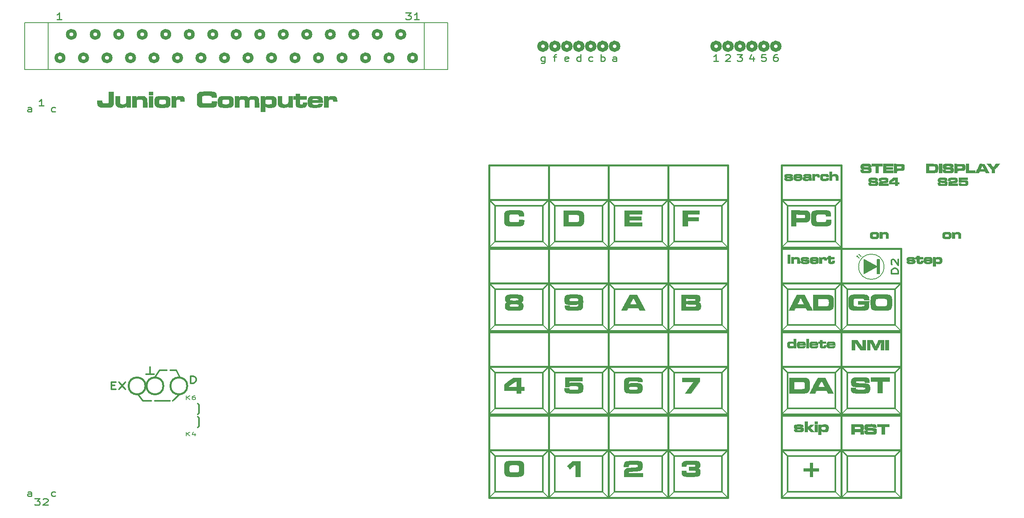
<source format=gbr>
G04 #@! TF.GenerationSoftware,KiCad,Pcbnew,(5.1.4)-1*
G04 #@! TF.CreationDate,2020-10-11T11:48:53+02:00*
G04 #@! TF.ProjectId,junior-computer,6a756e69-6f72-42d6-936f-6d7075746572,rev?*
G04 #@! TF.SameCoordinates,Original*
G04 #@! TF.FileFunction,Legend,Top*
G04 #@! TF.FilePolarity,Positive*
%FSLAX46Y46*%
G04 Gerber Fmt 4.6, Leading zero omitted, Abs format (unit mm)*
G04 Created by KiCad (PCBNEW (5.1.4)-1) date 2020-10-11 11:48:53*
%MOMM*%
%LPD*%
G04 APERTURE LIST*
%ADD10C,0.300000*%
%ADD11C,0.850000*%
%ADD12C,0.400000*%
%ADD13C,0.010000*%
%ADD14C,0.150000*%
%ADD15C,1.000000*%
%ADD16C,0.650000*%
%ADD17C,0.500000*%
%ADD18C,0.800000*%
%ADD19C,0.200000*%
%ADD20C,0.250000*%
%ADD21C,0.375000*%
G04 APERTURE END LIST*
D10*
X66548000Y-117856000D02*
X66294000Y-118110000D01*
X66548000Y-116078000D02*
X66548000Y-117856000D01*
X66294000Y-115824000D02*
X66548000Y-116078000D01*
X66548000Y-115062000D02*
X66294000Y-115316000D01*
X66548000Y-113284000D02*
X66548000Y-115062000D01*
X66294000Y-113030000D02*
X66548000Y-113284000D01*
D11*
X184950000Y-36830000D02*
G75*
G03X184950000Y-36830000I-800000J0D01*
G01*
X187490000Y-36830000D02*
G75*
G03X187490000Y-36830000I-800000J0D01*
G01*
X182410000Y-36830000D02*
G75*
G03X182410000Y-36830000I-800000J0D01*
G01*
X177330000Y-36830000D02*
G75*
G03X177330000Y-36830000I-800000J0D01*
G01*
X190030000Y-36830000D02*
G75*
G03X190030000Y-36830000I-800000J0D01*
G01*
X179870000Y-36830000D02*
G75*
G03X179870000Y-36830000I-800000J0D01*
G01*
X155740000Y-36830000D02*
G75*
G03X155740000Y-36830000I-800000J0D01*
G01*
X153200000Y-36830000D02*
G75*
G03X153200000Y-36830000I-800000J0D01*
G01*
X150660000Y-36830000D02*
G75*
G03X150660000Y-36830000I-800000J0D01*
G01*
X148120000Y-36830000D02*
G75*
G03X148120000Y-36830000I-800000J0D01*
G01*
X145580000Y-36830000D02*
G75*
G03X145580000Y-36830000I-800000J0D01*
G01*
X143040000Y-36830000D02*
G75*
G03X143040000Y-36830000I-800000J0D01*
G01*
X140500000Y-36830000D02*
G75*
G03X140500000Y-36830000I-800000J0D01*
G01*
D10*
X61722000Y-105918000D02*
X62484000Y-107442000D01*
X60452000Y-105918000D02*
X61722000Y-105918000D01*
X58166000Y-105918000D02*
X57150000Y-107442000D01*
X58166000Y-105918000D02*
X59690000Y-105918000D01*
X60960000Y-112395000D02*
X62484000Y-110998000D01*
X57150000Y-112395000D02*
X60325000Y-112395000D01*
X54610000Y-112395000D02*
X56388000Y-112395000D01*
X53594000Y-111020000D02*
X54610000Y-112395000D01*
D12*
X55140000Y-109220000D02*
G75*
G03X55140000Y-109220000I-1800000J0D01*
G01*
X58950000Y-109220000D02*
G75*
G03X58950000Y-109220000I-1800000J0D01*
G01*
X64030000Y-109220000D02*
G75*
G03X64030000Y-109220000I-1800000J0D01*
G01*
D13*
G36*
X56726667Y-47180500D02*
G01*
X55837667Y-47180500D01*
X55837667Y-46503166D01*
X56726667Y-46503166D01*
X56726667Y-47180500D01*
X56726667Y-47180500D01*
G37*
X56726667Y-47180500D02*
X55837667Y-47180500D01*
X55837667Y-46503166D01*
X56726667Y-46503166D01*
X56726667Y-47180500D01*
G36*
X95210718Y-47433274D02*
G01*
X95366495Y-47467653D01*
X95496647Y-47517948D01*
X95595670Y-47572166D01*
X95666898Y-47631501D01*
X95722973Y-47708915D01*
X95766250Y-47794395D01*
X95821487Y-47957868D01*
X95854046Y-48155289D01*
X95863674Y-48360541D01*
X95863834Y-48535166D01*
X95022409Y-48535166D01*
X95013060Y-48424041D01*
X94992416Y-48305102D01*
X94951102Y-48217787D01*
X94885428Y-48154940D01*
X94869000Y-48144651D01*
X94825793Y-48123694D01*
X94775722Y-48110591D01*
X94707862Y-48103687D01*
X94611285Y-48101325D01*
X94582685Y-48101250D01*
X94478931Y-48102620D01*
X94404799Y-48108148D01*
X94347627Y-48119957D01*
X94294753Y-48140169D01*
X94265185Y-48154486D01*
X94200924Y-48192174D01*
X94155076Y-48235899D01*
X94114333Y-48299849D01*
X94096417Y-48334403D01*
X94032917Y-48461083D01*
X94025649Y-49143708D01*
X94018380Y-49826333D01*
X93133334Y-49826333D01*
X93133334Y-47476833D01*
X93980000Y-47476833D01*
X93980000Y-47646166D01*
X93983200Y-47735964D01*
X93992012Y-47793775D01*
X94005258Y-47816722D01*
X94021759Y-47801932D01*
X94032550Y-47774322D01*
X94054066Y-47740309D01*
X94098498Y-47689273D01*
X94156613Y-47631734D01*
X94162147Y-47626644D01*
X94254301Y-47553629D01*
X94354292Y-47499085D01*
X94470204Y-47460447D01*
X94610121Y-47435151D01*
X94782129Y-47420632D01*
X94816813Y-47418979D01*
X95029800Y-47417385D01*
X95210718Y-47433274D01*
X95210718Y-47433274D01*
G37*
X95210718Y-47433274D02*
X95366495Y-47467653D01*
X95496647Y-47517948D01*
X95595670Y-47572166D01*
X95666898Y-47631501D01*
X95722973Y-47708915D01*
X95766250Y-47794395D01*
X95821487Y-47957868D01*
X95854046Y-48155289D01*
X95863674Y-48360541D01*
X95863834Y-48535166D01*
X95022409Y-48535166D01*
X95013060Y-48424041D01*
X94992416Y-48305102D01*
X94951102Y-48217787D01*
X94885428Y-48154940D01*
X94869000Y-48144651D01*
X94825793Y-48123694D01*
X94775722Y-48110591D01*
X94707862Y-48103687D01*
X94611285Y-48101325D01*
X94582685Y-48101250D01*
X94478931Y-48102620D01*
X94404799Y-48108148D01*
X94347627Y-48119957D01*
X94294753Y-48140169D01*
X94265185Y-48154486D01*
X94200924Y-48192174D01*
X94155076Y-48235899D01*
X94114333Y-48299849D01*
X94096417Y-48334403D01*
X94032917Y-48461083D01*
X94025649Y-49143708D01*
X94018380Y-49826333D01*
X93133334Y-49826333D01*
X93133334Y-47476833D01*
X93980000Y-47476833D01*
X93980000Y-47646166D01*
X93983200Y-47735964D01*
X93992012Y-47793775D01*
X94005258Y-47816722D01*
X94021759Y-47801932D01*
X94032550Y-47774322D01*
X94054066Y-47740309D01*
X94098498Y-47689273D01*
X94156613Y-47631734D01*
X94162147Y-47626644D01*
X94254301Y-47553629D01*
X94354292Y-47499085D01*
X94470204Y-47460447D01*
X94610121Y-47435151D01*
X94782129Y-47420632D01*
X94816813Y-47418979D01*
X95029800Y-47417385D01*
X95210718Y-47433274D01*
G36*
X76083584Y-47419331D02*
G01*
X76316669Y-47439895D01*
X76515495Y-47481840D01*
X76683012Y-47546359D01*
X76822172Y-47634650D01*
X76935926Y-47747905D01*
X76954735Y-47772108D01*
X76999140Y-47828957D01*
X77026673Y-47855172D01*
X77043890Y-47855383D01*
X77053643Y-47841906D01*
X77139204Y-47709562D01*
X77246479Y-47605486D01*
X77381912Y-47524575D01*
X77522629Y-47470631D01*
X77581913Y-47453418D01*
X77639197Y-47441014D01*
X77702979Y-47432683D01*
X77781760Y-47427689D01*
X77884042Y-47425298D01*
X78018323Y-47424774D01*
X78052084Y-47424834D01*
X78206450Y-47426224D01*
X78326554Y-47429956D01*
X78420429Y-47436630D01*
X78496110Y-47446849D01*
X78561631Y-47461214D01*
X78570667Y-47463650D01*
X78764435Y-47535398D01*
X78928609Y-47634985D01*
X79061419Y-47760782D01*
X79161091Y-47911164D01*
X79218956Y-48058916D01*
X79228534Y-48097764D01*
X79236486Y-48144115D01*
X79243024Y-48202432D01*
X79248361Y-48277179D01*
X79252707Y-48372822D01*
X79256276Y-48493823D01*
X79259280Y-48644646D01*
X79261929Y-48829757D01*
X79263943Y-49006125D01*
X79272614Y-49826333D01*
X78383910Y-49826333D01*
X78376747Y-49090791D01*
X78374707Y-48893902D01*
X78372634Y-48734765D01*
X78370244Y-48608800D01*
X78367256Y-48511427D01*
X78363388Y-48438065D01*
X78358358Y-48384134D01*
X78351883Y-48345053D01*
X78343681Y-48316242D01*
X78333471Y-48293122D01*
X78326895Y-48281166D01*
X78266324Y-48207264D01*
X78179096Y-48153119D01*
X78061178Y-48117109D01*
X77908535Y-48097614D01*
X77863935Y-48095106D01*
X77678385Y-48095306D01*
X77527118Y-48115167D01*
X77406101Y-48156354D01*
X77311298Y-48220534D01*
X77238675Y-48309373D01*
X77208353Y-48365833D01*
X77196011Y-48394444D01*
X77186090Y-48425054D01*
X77178258Y-48462605D01*
X77172184Y-48512040D01*
X77167536Y-48578299D01*
X77163984Y-48666326D01*
X77161196Y-48781062D01*
X77158841Y-48927449D01*
X77156588Y-49110429D01*
X77156212Y-49143708D01*
X77148547Y-49826333D01*
X76263500Y-49826333D01*
X76262995Y-49133125D01*
X76262283Y-48961867D01*
X76260501Y-48800755D01*
X76257797Y-48655580D01*
X76254321Y-48532131D01*
X76250223Y-48436200D01*
X76245651Y-48373578D01*
X76242947Y-48355250D01*
X76202976Y-48259409D01*
X76131623Y-48185816D01*
X76027535Y-48133907D01*
X75889355Y-48103118D01*
X75715728Y-48092884D01*
X75618155Y-48095163D01*
X75443872Y-48113225D01*
X75305252Y-48150885D01*
X75199722Y-48209573D01*
X75124707Y-48290719D01*
X75077721Y-48395456D01*
X75069555Y-48445280D01*
X75062014Y-48534750D01*
X75055225Y-48661183D01*
X75049314Y-48821894D01*
X75044409Y-49014201D01*
X75041830Y-49154291D01*
X75031094Y-49826333D01*
X74146834Y-49826333D01*
X74146834Y-47476833D01*
X74993500Y-47476833D01*
X74993500Y-47646166D01*
X74996698Y-47735733D01*
X75005492Y-47793627D01*
X75018684Y-47816883D01*
X75035076Y-47802533D01*
X75045712Y-47775388D01*
X75067298Y-47740473D01*
X75110813Y-47689565D01*
X75159334Y-47640905D01*
X75276180Y-47553520D01*
X75417808Y-47488209D01*
X75587304Y-47444231D01*
X75787753Y-47420848D01*
X76022240Y-47417320D01*
X76083584Y-47419331D01*
X76083584Y-47419331D01*
G37*
X76083584Y-47419331D02*
X76316669Y-47439895D01*
X76515495Y-47481840D01*
X76683012Y-47546359D01*
X76822172Y-47634650D01*
X76935926Y-47747905D01*
X76954735Y-47772108D01*
X76999140Y-47828957D01*
X77026673Y-47855172D01*
X77043890Y-47855383D01*
X77053643Y-47841906D01*
X77139204Y-47709562D01*
X77246479Y-47605486D01*
X77381912Y-47524575D01*
X77522629Y-47470631D01*
X77581913Y-47453418D01*
X77639197Y-47441014D01*
X77702979Y-47432683D01*
X77781760Y-47427689D01*
X77884042Y-47425298D01*
X78018323Y-47424774D01*
X78052084Y-47424834D01*
X78206450Y-47426224D01*
X78326554Y-47429956D01*
X78420429Y-47436630D01*
X78496110Y-47446849D01*
X78561631Y-47461214D01*
X78570667Y-47463650D01*
X78764435Y-47535398D01*
X78928609Y-47634985D01*
X79061419Y-47760782D01*
X79161091Y-47911164D01*
X79218956Y-48058916D01*
X79228534Y-48097764D01*
X79236486Y-48144115D01*
X79243024Y-48202432D01*
X79248361Y-48277179D01*
X79252707Y-48372822D01*
X79256276Y-48493823D01*
X79259280Y-48644646D01*
X79261929Y-48829757D01*
X79263943Y-49006125D01*
X79272614Y-49826333D01*
X78383910Y-49826333D01*
X78376747Y-49090791D01*
X78374707Y-48893902D01*
X78372634Y-48734765D01*
X78370244Y-48608800D01*
X78367256Y-48511427D01*
X78363388Y-48438065D01*
X78358358Y-48384134D01*
X78351883Y-48345053D01*
X78343681Y-48316242D01*
X78333471Y-48293122D01*
X78326895Y-48281166D01*
X78266324Y-48207264D01*
X78179096Y-48153119D01*
X78061178Y-48117109D01*
X77908535Y-48097614D01*
X77863935Y-48095106D01*
X77678385Y-48095306D01*
X77527118Y-48115167D01*
X77406101Y-48156354D01*
X77311298Y-48220534D01*
X77238675Y-48309373D01*
X77208353Y-48365833D01*
X77196011Y-48394444D01*
X77186090Y-48425054D01*
X77178258Y-48462605D01*
X77172184Y-48512040D01*
X77167536Y-48578299D01*
X77163984Y-48666326D01*
X77161196Y-48781062D01*
X77158841Y-48927449D01*
X77156588Y-49110429D01*
X77156212Y-49143708D01*
X77148547Y-49826333D01*
X76263500Y-49826333D01*
X76262995Y-49133125D01*
X76262283Y-48961867D01*
X76260501Y-48800755D01*
X76257797Y-48655580D01*
X76254321Y-48532131D01*
X76250223Y-48436200D01*
X76245651Y-48373578D01*
X76242947Y-48355250D01*
X76202976Y-48259409D01*
X76131623Y-48185816D01*
X76027535Y-48133907D01*
X75889355Y-48103118D01*
X75715728Y-48092884D01*
X75618155Y-48095163D01*
X75443872Y-48113225D01*
X75305252Y-48150885D01*
X75199722Y-48209573D01*
X75124707Y-48290719D01*
X75077721Y-48395456D01*
X75069555Y-48445280D01*
X75062014Y-48534750D01*
X75055225Y-48661183D01*
X75049314Y-48821894D01*
X75044409Y-49014201D01*
X75041830Y-49154291D01*
X75031094Y-49826333D01*
X74146834Y-49826333D01*
X74146834Y-47476833D01*
X74993500Y-47476833D01*
X74993500Y-47646166D01*
X74996698Y-47735733D01*
X75005492Y-47793627D01*
X75018684Y-47816883D01*
X75035076Y-47802533D01*
X75045712Y-47775388D01*
X75067298Y-47740473D01*
X75110813Y-47689565D01*
X75159334Y-47640905D01*
X75276180Y-47553520D01*
X75417808Y-47488209D01*
X75587304Y-47444231D01*
X75787753Y-47420848D01*
X76022240Y-47417320D01*
X76083584Y-47419331D01*
G36*
X62622486Y-47420868D02*
G01*
X62821535Y-47444299D01*
X62987977Y-47490798D01*
X63123891Y-47561408D01*
X63231355Y-47657170D01*
X63312449Y-47779125D01*
X63363232Y-47907554D01*
X63377492Y-47972951D01*
X63391081Y-48067350D01*
X63402345Y-48177433D01*
X63408980Y-48275875D01*
X63421767Y-48535166D01*
X62574589Y-48535166D01*
X62562820Y-48421131D01*
X62540650Y-48301790D01*
X62499010Y-48213963D01*
X62432934Y-48153355D01*
X62337455Y-48115671D01*
X62207606Y-48096616D01*
X62185868Y-48095158D01*
X62015217Y-48099298D01*
X61870222Y-48132673D01*
X61753093Y-48194182D01*
X61666044Y-48282727D01*
X61617642Y-48377602D01*
X61608582Y-48415351D01*
X61600969Y-48474949D01*
X61594622Y-48560024D01*
X61589359Y-48674204D01*
X61584998Y-48821117D01*
X61581359Y-49004392D01*
X61579308Y-49143708D01*
X61570288Y-49826333D01*
X60684834Y-49826333D01*
X60684834Y-47476833D01*
X61531500Y-47476833D01*
X61531500Y-47815222D01*
X61674509Y-47669638D01*
X61761364Y-47588627D01*
X61847027Y-47527321D01*
X61939747Y-47482830D01*
X62047776Y-47452264D01*
X62179363Y-47432734D01*
X62342760Y-47421349D01*
X62388750Y-47419466D01*
X62622486Y-47420868D01*
X62622486Y-47420868D01*
G37*
X62622486Y-47420868D02*
X62821535Y-47444299D01*
X62987977Y-47490798D01*
X63123891Y-47561408D01*
X63231355Y-47657170D01*
X63312449Y-47779125D01*
X63363232Y-47907554D01*
X63377492Y-47972951D01*
X63391081Y-48067350D01*
X63402345Y-48177433D01*
X63408980Y-48275875D01*
X63421767Y-48535166D01*
X62574589Y-48535166D01*
X62562820Y-48421131D01*
X62540650Y-48301790D01*
X62499010Y-48213963D01*
X62432934Y-48153355D01*
X62337455Y-48115671D01*
X62207606Y-48096616D01*
X62185868Y-48095158D01*
X62015217Y-48099298D01*
X61870222Y-48132673D01*
X61753093Y-48194182D01*
X61666044Y-48282727D01*
X61617642Y-48377602D01*
X61608582Y-48415351D01*
X61600969Y-48474949D01*
X61594622Y-48560024D01*
X61589359Y-48674204D01*
X61584998Y-48821117D01*
X61581359Y-49004392D01*
X61579308Y-49143708D01*
X61570288Y-49826333D01*
X60684834Y-49826333D01*
X60684834Y-47476833D01*
X61531500Y-47476833D01*
X61531500Y-47815222D01*
X61674509Y-47669638D01*
X61761364Y-47588627D01*
X61847027Y-47527321D01*
X61939747Y-47482830D01*
X62047776Y-47452264D01*
X62179363Y-47432734D01*
X62342760Y-47421349D01*
X62388750Y-47419466D01*
X62622486Y-47420868D01*
G36*
X56726667Y-49826333D02*
G01*
X55837667Y-49826333D01*
X55837667Y-47476833D01*
X56726667Y-47476833D01*
X56726667Y-49826333D01*
X56726667Y-49826333D01*
G37*
X56726667Y-49826333D02*
X55837667Y-49826333D01*
X55837667Y-47476833D01*
X56726667Y-47476833D01*
X56726667Y-49826333D01*
G36*
X54312389Y-47420091D02*
G01*
X54533075Y-47433748D01*
X54717823Y-47457433D01*
X54872283Y-47493273D01*
X55002106Y-47543390D01*
X55112941Y-47609910D01*
X55210440Y-47694956D01*
X55290470Y-47787815D01*
X55330899Y-47841783D01*
X55364530Y-47892455D01*
X55392036Y-47944287D01*
X55414091Y-48001731D01*
X55431367Y-48069240D01*
X55444538Y-48151269D01*
X55454277Y-48252271D01*
X55461257Y-48376699D01*
X55466151Y-48529006D01*
X55469632Y-48713647D01*
X55472373Y-48935075D01*
X55473010Y-48995541D01*
X55481596Y-49826333D01*
X54588834Y-49826333D01*
X54588834Y-49173055D01*
X54588265Y-48957441D01*
X54586255Y-48779838D01*
X54582348Y-48635938D01*
X54576090Y-48521429D01*
X54567024Y-48432002D01*
X54554695Y-48363347D01*
X54538648Y-48311153D01*
X54518428Y-48271111D01*
X54493578Y-48238911D01*
X54489689Y-48234768D01*
X54437534Y-48188210D01*
X54378037Y-48153412D01*
X54304468Y-48128849D01*
X54210098Y-48112995D01*
X54088199Y-48104324D01*
X53932042Y-48101309D01*
X53900917Y-48101250D01*
X53772318Y-48101624D01*
X53677592Y-48103431D01*
X53608280Y-48107699D01*
X53555924Y-48115455D01*
X53512065Y-48127724D01*
X53468245Y-48145536D01*
X53443917Y-48156741D01*
X53338028Y-48220517D01*
X53265855Y-48300367D01*
X53219334Y-48405540D01*
X53215520Y-48418750D01*
X53208166Y-48468214D01*
X53202081Y-48557384D01*
X53197347Y-48683649D01*
X53194046Y-48844399D01*
X53192260Y-49037023D01*
X53191952Y-49164875D01*
X53191834Y-49826333D01*
X52281667Y-49826333D01*
X52281667Y-47476833D01*
X53128334Y-47476833D01*
X53128334Y-47656750D01*
X53130057Y-47737951D01*
X53134655Y-47799929D01*
X53141272Y-47833013D01*
X53144209Y-47835997D01*
X53163338Y-47819029D01*
X53194787Y-47776397D01*
X53215760Y-47743506D01*
X53297181Y-47640508D01*
X53405436Y-47557763D01*
X53542678Y-47494635D01*
X53711059Y-47450490D01*
X53912729Y-47424694D01*
X54149842Y-47416611D01*
X54312389Y-47420091D01*
X54312389Y-47420091D01*
G37*
X54312389Y-47420091D02*
X54533075Y-47433748D01*
X54717823Y-47457433D01*
X54872283Y-47493273D01*
X55002106Y-47543390D01*
X55112941Y-47609910D01*
X55210440Y-47694956D01*
X55290470Y-47787815D01*
X55330899Y-47841783D01*
X55364530Y-47892455D01*
X55392036Y-47944287D01*
X55414091Y-48001731D01*
X55431367Y-48069240D01*
X55444538Y-48151269D01*
X55454277Y-48252271D01*
X55461257Y-48376699D01*
X55466151Y-48529006D01*
X55469632Y-48713647D01*
X55472373Y-48935075D01*
X55473010Y-48995541D01*
X55481596Y-49826333D01*
X54588834Y-49826333D01*
X54588834Y-49173055D01*
X54588265Y-48957441D01*
X54586255Y-48779838D01*
X54582348Y-48635938D01*
X54576090Y-48521429D01*
X54567024Y-48432002D01*
X54554695Y-48363347D01*
X54538648Y-48311153D01*
X54518428Y-48271111D01*
X54493578Y-48238911D01*
X54489689Y-48234768D01*
X54437534Y-48188210D01*
X54378037Y-48153412D01*
X54304468Y-48128849D01*
X54210098Y-48112995D01*
X54088199Y-48104324D01*
X53932042Y-48101309D01*
X53900917Y-48101250D01*
X53772318Y-48101624D01*
X53677592Y-48103431D01*
X53608280Y-48107699D01*
X53555924Y-48115455D01*
X53512065Y-48127724D01*
X53468245Y-48145536D01*
X53443917Y-48156741D01*
X53338028Y-48220517D01*
X53265855Y-48300367D01*
X53219334Y-48405540D01*
X53215520Y-48418750D01*
X53208166Y-48468214D01*
X53202081Y-48557384D01*
X53197347Y-48683649D01*
X53194046Y-48844399D01*
X53192260Y-49037023D01*
X53191952Y-49164875D01*
X53191834Y-49826333D01*
X52281667Y-49826333D01*
X52281667Y-47476833D01*
X53128334Y-47476833D01*
X53128334Y-47656750D01*
X53130057Y-47737951D01*
X53134655Y-47799929D01*
X53141272Y-47833013D01*
X53144209Y-47835997D01*
X53163338Y-47819029D01*
X53194787Y-47776397D01*
X53215760Y-47743506D01*
X53297181Y-47640508D01*
X53405436Y-47557763D01*
X53542678Y-47494635D01*
X53711059Y-47450490D01*
X53912729Y-47424694D01*
X54149842Y-47416611D01*
X54312389Y-47420091D01*
G36*
X68729933Y-46466914D02*
G01*
X68901310Y-46469962D01*
X69045053Y-46474700D01*
X69130334Y-46479397D01*
X69324182Y-46495323D01*
X69482360Y-46514153D01*
X69611503Y-46537217D01*
X69718244Y-46565842D01*
X69809217Y-46601359D01*
X69855689Y-46624722D01*
X69972119Y-46704614D01*
X70065147Y-46806515D01*
X70136105Y-46933697D01*
X70186324Y-47089430D01*
X70217133Y-47276988D01*
X70229863Y-47499641D01*
X70230347Y-47546001D01*
X70231000Y-47710419D01*
X69717709Y-47704751D01*
X69204417Y-47699083D01*
X69190891Y-47573121D01*
X69182304Y-47514396D01*
X69167860Y-47465460D01*
X69143942Y-47425423D01*
X69106932Y-47393394D01*
X69053215Y-47368485D01*
X68979172Y-47349804D01*
X68881187Y-47336463D01*
X68755643Y-47327572D01*
X68598923Y-47322240D01*
X68407410Y-47319578D01*
X68177488Y-47318696D01*
X68156667Y-47318675D01*
X67945713Y-47318931D01*
X67772605Y-47320428D01*
X67632865Y-47323655D01*
X67522012Y-47329105D01*
X67435567Y-47337269D01*
X67369049Y-47348640D01*
X67317978Y-47363709D01*
X67277876Y-47382967D01*
X67244262Y-47406906D01*
X67228777Y-47420517D01*
X67185842Y-47472775D01*
X67149955Y-47536358D01*
X67148817Y-47539026D01*
X67126909Y-47614943D01*
X67108574Y-47724427D01*
X67094207Y-47858832D01*
X67084198Y-48009511D01*
X67078943Y-48167820D01*
X67078832Y-48325110D01*
X67084261Y-48472737D01*
X67095620Y-48602054D01*
X67099263Y-48629334D01*
X67122966Y-48748765D01*
X67157817Y-48835734D01*
X67209623Y-48899776D01*
X67284190Y-48950423D01*
X67299772Y-48958500D01*
X67405250Y-49011416D01*
X68209584Y-49011416D01*
X68419199Y-49011234D01*
X68590774Y-49010573D01*
X68728601Y-49009261D01*
X68836969Y-49007126D01*
X68920172Y-49003998D01*
X68982501Y-48999704D01*
X69028247Y-48994074D01*
X69061702Y-48986934D01*
X69087157Y-48978114D01*
X69091645Y-48976142D01*
X69160727Y-48933997D01*
X69207196Y-48876143D01*
X69235842Y-48793838D01*
X69250875Y-48685438D01*
X69263473Y-48535166D01*
X70271415Y-48535166D01*
X70285923Y-48612497D01*
X70292114Y-48679765D01*
X70293038Y-48776990D01*
X70289406Y-48892220D01*
X70281931Y-49013502D01*
X70271323Y-49128885D01*
X70258295Y-49226416D01*
X70245785Y-49286583D01*
X70193852Y-49427549D01*
X70121032Y-49543524D01*
X70023217Y-49637635D01*
X69896303Y-49713007D01*
X69736184Y-49772765D01*
X69547192Y-49818390D01*
X69497961Y-49826722D01*
X69439421Y-49833756D01*
X69367568Y-49839629D01*
X69278397Y-49844477D01*
X69167902Y-49848436D01*
X69032080Y-49851642D01*
X68866926Y-49854232D01*
X68668434Y-49856342D01*
X68432600Y-49858108D01*
X68368334Y-49858506D01*
X68156876Y-49859360D01*
X67950933Y-49859417D01*
X67755909Y-49858728D01*
X67577212Y-49857346D01*
X67420248Y-49855323D01*
X67290423Y-49852710D01*
X67193143Y-49849561D01*
X67141917Y-49846653D01*
X66954198Y-49825933D01*
X66779069Y-49795965D01*
X66626621Y-49758794D01*
X66513537Y-49719337D01*
X66421717Y-49666726D01*
X66327343Y-49591027D01*
X66244362Y-49504979D01*
X66186719Y-49421323D01*
X66186183Y-49420277D01*
X66159690Y-49365498D01*
X66137641Y-49311332D01*
X66119631Y-49253385D01*
X66105255Y-49187264D01*
X66094107Y-49108574D01*
X66085782Y-49012922D01*
X66079874Y-48895913D01*
X66075979Y-48753154D01*
X66073691Y-48580249D01*
X66072606Y-48372807D01*
X66072333Y-48185916D01*
X66072471Y-47951306D01*
X66073393Y-47754530D01*
X66075485Y-47591092D01*
X66079136Y-47456495D01*
X66084733Y-47346241D01*
X66092663Y-47255835D01*
X66103315Y-47180778D01*
X66117076Y-47116574D01*
X66134333Y-47058726D01*
X66155474Y-47002737D01*
X66179011Y-46948282D01*
X66239992Y-46839224D01*
X66318965Y-46748421D01*
X66419971Y-46673914D01*
X66547050Y-46613744D01*
X66704242Y-46565951D01*
X66895589Y-46528575D01*
X67098334Y-46502438D01*
X67203604Y-46493846D01*
X67344202Y-46486231D01*
X67513132Y-46479671D01*
X67703399Y-46474245D01*
X67908007Y-46470034D01*
X68119960Y-46467116D01*
X68332263Y-46465570D01*
X68537919Y-46465476D01*
X68729933Y-46466914D01*
X68729933Y-46466914D01*
G37*
X68729933Y-46466914D02*
X68901310Y-46469962D01*
X69045053Y-46474700D01*
X69130334Y-46479397D01*
X69324182Y-46495323D01*
X69482360Y-46514153D01*
X69611503Y-46537217D01*
X69718244Y-46565842D01*
X69809217Y-46601359D01*
X69855689Y-46624722D01*
X69972119Y-46704614D01*
X70065147Y-46806515D01*
X70136105Y-46933697D01*
X70186324Y-47089430D01*
X70217133Y-47276988D01*
X70229863Y-47499641D01*
X70230347Y-47546001D01*
X70231000Y-47710419D01*
X69717709Y-47704751D01*
X69204417Y-47699083D01*
X69190891Y-47573121D01*
X69182304Y-47514396D01*
X69167860Y-47465460D01*
X69143942Y-47425423D01*
X69106932Y-47393394D01*
X69053215Y-47368485D01*
X68979172Y-47349804D01*
X68881187Y-47336463D01*
X68755643Y-47327572D01*
X68598923Y-47322240D01*
X68407410Y-47319578D01*
X68177488Y-47318696D01*
X68156667Y-47318675D01*
X67945713Y-47318931D01*
X67772605Y-47320428D01*
X67632865Y-47323655D01*
X67522012Y-47329105D01*
X67435567Y-47337269D01*
X67369049Y-47348640D01*
X67317978Y-47363709D01*
X67277876Y-47382967D01*
X67244262Y-47406906D01*
X67228777Y-47420517D01*
X67185842Y-47472775D01*
X67149955Y-47536358D01*
X67148817Y-47539026D01*
X67126909Y-47614943D01*
X67108574Y-47724427D01*
X67094207Y-47858832D01*
X67084198Y-48009511D01*
X67078943Y-48167820D01*
X67078832Y-48325110D01*
X67084261Y-48472737D01*
X67095620Y-48602054D01*
X67099263Y-48629334D01*
X67122966Y-48748765D01*
X67157817Y-48835734D01*
X67209623Y-48899776D01*
X67284190Y-48950423D01*
X67299772Y-48958500D01*
X67405250Y-49011416D01*
X68209584Y-49011416D01*
X68419199Y-49011234D01*
X68590774Y-49010573D01*
X68728601Y-49009261D01*
X68836969Y-49007126D01*
X68920172Y-49003998D01*
X68982501Y-48999704D01*
X69028247Y-48994074D01*
X69061702Y-48986934D01*
X69087157Y-48978114D01*
X69091645Y-48976142D01*
X69160727Y-48933997D01*
X69207196Y-48876143D01*
X69235842Y-48793838D01*
X69250875Y-48685438D01*
X69263473Y-48535166D01*
X70271415Y-48535166D01*
X70285923Y-48612497D01*
X70292114Y-48679765D01*
X70293038Y-48776990D01*
X70289406Y-48892220D01*
X70281931Y-49013502D01*
X70271323Y-49128885D01*
X70258295Y-49226416D01*
X70245785Y-49286583D01*
X70193852Y-49427549D01*
X70121032Y-49543524D01*
X70023217Y-49637635D01*
X69896303Y-49713007D01*
X69736184Y-49772765D01*
X69547192Y-49818390D01*
X69497961Y-49826722D01*
X69439421Y-49833756D01*
X69367568Y-49839629D01*
X69278397Y-49844477D01*
X69167902Y-49848436D01*
X69032080Y-49851642D01*
X68866926Y-49854232D01*
X68668434Y-49856342D01*
X68432600Y-49858108D01*
X68368334Y-49858506D01*
X68156876Y-49859360D01*
X67950933Y-49859417D01*
X67755909Y-49858728D01*
X67577212Y-49857346D01*
X67420248Y-49855323D01*
X67290423Y-49852710D01*
X67193143Y-49849561D01*
X67141917Y-49846653D01*
X66954198Y-49825933D01*
X66779069Y-49795965D01*
X66626621Y-49758794D01*
X66513537Y-49719337D01*
X66421717Y-49666726D01*
X66327343Y-49591027D01*
X66244362Y-49504979D01*
X66186719Y-49421323D01*
X66186183Y-49420277D01*
X66159690Y-49365498D01*
X66137641Y-49311332D01*
X66119631Y-49253385D01*
X66105255Y-49187264D01*
X66094107Y-49108574D01*
X66085782Y-49012922D01*
X66079874Y-48895913D01*
X66075979Y-48753154D01*
X66073691Y-48580249D01*
X66072606Y-48372807D01*
X66072333Y-48185916D01*
X66072471Y-47951306D01*
X66073393Y-47754530D01*
X66075485Y-47591092D01*
X66079136Y-47456495D01*
X66084733Y-47346241D01*
X66092663Y-47255835D01*
X66103315Y-47180778D01*
X66117076Y-47116574D01*
X66134333Y-47058726D01*
X66155474Y-47002737D01*
X66179011Y-46948282D01*
X66239992Y-46839224D01*
X66318965Y-46748421D01*
X66419971Y-46673914D01*
X66547050Y-46613744D01*
X66704242Y-46565951D01*
X66895589Y-46528575D01*
X67098334Y-46502438D01*
X67203604Y-46493846D01*
X67344202Y-46486231D01*
X67513132Y-46479671D01*
X67703399Y-46474245D01*
X67908007Y-46470034D01*
X68119960Y-46467116D01*
X68332263Y-46465570D01*
X68537919Y-46465476D01*
X68729933Y-46466914D01*
G36*
X48354047Y-47762583D02*
G01*
X48353668Y-48029943D01*
X48353025Y-48258519D01*
X48352024Y-48451861D01*
X48350574Y-48613518D01*
X48348583Y-48747040D01*
X48345958Y-48855975D01*
X48342606Y-48943873D01*
X48338435Y-49014283D01*
X48333354Y-49070755D01*
X48327269Y-49116838D01*
X48320089Y-49156081D01*
X48317478Y-49168067D01*
X48262578Y-49347007D01*
X48184120Y-49494494D01*
X48078962Y-49613461D01*
X47943961Y-49706840D01*
X47775975Y-49777565D01*
X47620204Y-49818852D01*
X47556938Y-49827703D01*
X47457649Y-49835737D01*
X47328639Y-49842864D01*
X47176212Y-49848989D01*
X47006671Y-49854021D01*
X46826320Y-49857867D01*
X46641462Y-49860435D01*
X46458399Y-49861631D01*
X46283436Y-49861364D01*
X46122876Y-49859541D01*
X45983022Y-49856070D01*
X45870178Y-49850858D01*
X45804667Y-49845492D01*
X45578370Y-49811142D01*
X45389085Y-49760870D01*
X45233980Y-49693052D01*
X45110223Y-49606067D01*
X45014981Y-49498290D01*
X44945422Y-49368101D01*
X44937954Y-49349012D01*
X44911092Y-49251167D01*
X44889890Y-49119634D01*
X44875082Y-48962771D01*
X44867401Y-48788936D01*
X44867579Y-48606487D01*
X44868898Y-48561625D01*
X44875046Y-48387000D01*
X45889334Y-48387000D01*
X45889456Y-48487541D01*
X45897998Y-48645112D01*
X45922659Y-48771159D01*
X45962618Y-48862415D01*
X45992358Y-48898003D01*
X46055505Y-48938450D01*
X46145431Y-48968123D01*
X46265477Y-48987481D01*
X46418981Y-48996986D01*
X46609283Y-48997100D01*
X46692824Y-48994746D01*
X46849162Y-48987832D01*
X46970112Y-48978329D01*
X47062604Y-48964740D01*
X47133572Y-48945566D01*
X47189945Y-48919311D01*
X47238654Y-48884477D01*
X47250420Y-48874276D01*
X47318084Y-48813833D01*
X47328667Y-47663791D01*
X47339250Y-46513750D01*
X48355250Y-46513750D01*
X48354047Y-47762583D01*
X48354047Y-47762583D01*
G37*
X48354047Y-47762583D02*
X48353668Y-48029943D01*
X48353025Y-48258519D01*
X48352024Y-48451861D01*
X48350574Y-48613518D01*
X48348583Y-48747040D01*
X48345958Y-48855975D01*
X48342606Y-48943873D01*
X48338435Y-49014283D01*
X48333354Y-49070755D01*
X48327269Y-49116838D01*
X48320089Y-49156081D01*
X48317478Y-49168067D01*
X48262578Y-49347007D01*
X48184120Y-49494494D01*
X48078962Y-49613461D01*
X47943961Y-49706840D01*
X47775975Y-49777565D01*
X47620204Y-49818852D01*
X47556938Y-49827703D01*
X47457649Y-49835737D01*
X47328639Y-49842864D01*
X47176212Y-49848989D01*
X47006671Y-49854021D01*
X46826320Y-49857867D01*
X46641462Y-49860435D01*
X46458399Y-49861631D01*
X46283436Y-49861364D01*
X46122876Y-49859541D01*
X45983022Y-49856070D01*
X45870178Y-49850858D01*
X45804667Y-49845492D01*
X45578370Y-49811142D01*
X45389085Y-49760870D01*
X45233980Y-49693052D01*
X45110223Y-49606067D01*
X45014981Y-49498290D01*
X44945422Y-49368101D01*
X44937954Y-49349012D01*
X44911092Y-49251167D01*
X44889890Y-49119634D01*
X44875082Y-48962771D01*
X44867401Y-48788936D01*
X44867579Y-48606487D01*
X44868898Y-48561625D01*
X44875046Y-48387000D01*
X45889334Y-48387000D01*
X45889456Y-48487541D01*
X45897998Y-48645112D01*
X45922659Y-48771159D01*
X45962618Y-48862415D01*
X45992358Y-48898003D01*
X46055505Y-48938450D01*
X46145431Y-48968123D01*
X46265477Y-48987481D01*
X46418981Y-48996986D01*
X46609283Y-48997100D01*
X46692824Y-48994746D01*
X46849162Y-48987832D01*
X46970112Y-48978329D01*
X47062604Y-48964740D01*
X47133572Y-48945566D01*
X47189945Y-48919311D01*
X47238654Y-48884477D01*
X47250420Y-48874276D01*
X47318084Y-48813833D01*
X47328667Y-47663791D01*
X47339250Y-46513750D01*
X48355250Y-46513750D01*
X48354047Y-47762583D01*
G36*
X91475563Y-47424508D02*
G01*
X91664197Y-47426591D01*
X91820294Y-47430625D01*
X91948746Y-47437068D01*
X92054444Y-47446380D01*
X92142280Y-47459022D01*
X92217146Y-47475452D01*
X92283934Y-47496130D01*
X92347535Y-47521516D01*
X92363290Y-47528552D01*
X92492764Y-47601646D01*
X92598147Y-47694096D01*
X92680929Y-47809282D01*
X92742598Y-47950582D01*
X92784644Y-48121375D01*
X92808556Y-48325040D01*
X92815834Y-48555440D01*
X92815834Y-48852666D01*
X90526112Y-48852666D01*
X90539689Y-48942625D01*
X90555306Y-49038467D01*
X90570019Y-49102635D01*
X90587758Y-49145513D01*
X90612454Y-49177483D01*
X90637011Y-49199799D01*
X90694358Y-49234285D01*
X90772339Y-49264563D01*
X90818170Y-49276536D01*
X90888845Y-49286129D01*
X90989518Y-49293120D01*
X91110630Y-49297523D01*
X91242625Y-49299349D01*
X91375943Y-49298612D01*
X91501027Y-49295323D01*
X91608320Y-49289496D01*
X91688263Y-49281142D01*
X91717518Y-49275366D01*
X91797834Y-49241802D01*
X91861882Y-49192882D01*
X91899681Y-49137505D01*
X91905667Y-49107628D01*
X91907089Y-49093275D01*
X91914895Y-49082505D01*
X91934397Y-49074803D01*
X91970905Y-49069655D01*
X92029731Y-49066549D01*
X92116185Y-49064969D01*
X92235579Y-49064402D01*
X92353081Y-49064333D01*
X92800495Y-49064333D01*
X92786992Y-49186041D01*
X92759159Y-49312169D01*
X92707283Y-49438663D01*
X92638380Y-49552011D01*
X92559465Y-49638700D01*
X92546642Y-49648992D01*
X92423065Y-49723872D01*
X92268416Y-49782931D01*
X92078628Y-49827616D01*
X92013156Y-49838601D01*
X91916521Y-49849841D01*
X91786365Y-49859666D01*
X91631483Y-49867874D01*
X91460671Y-49874268D01*
X91282723Y-49878648D01*
X91106435Y-49880813D01*
X90940601Y-49880566D01*
X90794016Y-49877706D01*
X90675476Y-49872034D01*
X90645192Y-49869618D01*
X90411227Y-49839217D01*
X90214492Y-49793026D01*
X90052409Y-49729657D01*
X89922402Y-49647724D01*
X89821891Y-49545841D01*
X89748301Y-49422621D01*
X89729491Y-49377058D01*
X89695890Y-49257869D01*
X89670096Y-49104662D01*
X89652822Y-48925151D01*
X89644779Y-48727053D01*
X89646681Y-48518083D01*
X89647688Y-48490694D01*
X89656612Y-48344666D01*
X90535518Y-48344666D01*
X91932588Y-48344666D01*
X91919315Y-48244125D01*
X91886469Y-48142927D01*
X91819374Y-48065193D01*
X91720876Y-48013992D01*
X91700121Y-48007855D01*
X91612184Y-47991475D01*
X91494322Y-47979383D01*
X91358769Y-47972026D01*
X91217758Y-47969852D01*
X91083524Y-47973311D01*
X90979836Y-47981469D01*
X90833692Y-48003825D01*
X90724078Y-48035273D01*
X90645553Y-48079357D01*
X90592678Y-48139617D01*
X90560015Y-48219598D01*
X90550842Y-48260863D01*
X90535518Y-48344666D01*
X89656612Y-48344666D01*
X89660513Y-48280848D01*
X89681859Y-48107540D01*
X89713638Y-47965496D01*
X89757759Y-47849441D01*
X89816136Y-47754098D01*
X89890678Y-47674193D01*
X89964154Y-47617211D01*
X90036123Y-47570984D01*
X90107944Y-47532619D01*
X90184320Y-47501410D01*
X90269949Y-47476649D01*
X90369534Y-47457630D01*
X90487774Y-47443645D01*
X90629372Y-47433989D01*
X90799027Y-47427953D01*
X91001440Y-47424832D01*
X91241312Y-47423917D01*
X91249500Y-47423916D01*
X91475563Y-47424508D01*
X91475563Y-47424508D01*
G37*
X91475563Y-47424508D02*
X91664197Y-47426591D01*
X91820294Y-47430625D01*
X91948746Y-47437068D01*
X92054444Y-47446380D01*
X92142280Y-47459022D01*
X92217146Y-47475452D01*
X92283934Y-47496130D01*
X92347535Y-47521516D01*
X92363290Y-47528552D01*
X92492764Y-47601646D01*
X92598147Y-47694096D01*
X92680929Y-47809282D01*
X92742598Y-47950582D01*
X92784644Y-48121375D01*
X92808556Y-48325040D01*
X92815834Y-48555440D01*
X92815834Y-48852666D01*
X90526112Y-48852666D01*
X90539689Y-48942625D01*
X90555306Y-49038467D01*
X90570019Y-49102635D01*
X90587758Y-49145513D01*
X90612454Y-49177483D01*
X90637011Y-49199799D01*
X90694358Y-49234285D01*
X90772339Y-49264563D01*
X90818170Y-49276536D01*
X90888845Y-49286129D01*
X90989518Y-49293120D01*
X91110630Y-49297523D01*
X91242625Y-49299349D01*
X91375943Y-49298612D01*
X91501027Y-49295323D01*
X91608320Y-49289496D01*
X91688263Y-49281142D01*
X91717518Y-49275366D01*
X91797834Y-49241802D01*
X91861882Y-49192882D01*
X91899681Y-49137505D01*
X91905667Y-49107628D01*
X91907089Y-49093275D01*
X91914895Y-49082505D01*
X91934397Y-49074803D01*
X91970905Y-49069655D01*
X92029731Y-49066549D01*
X92116185Y-49064969D01*
X92235579Y-49064402D01*
X92353081Y-49064333D01*
X92800495Y-49064333D01*
X92786992Y-49186041D01*
X92759159Y-49312169D01*
X92707283Y-49438663D01*
X92638380Y-49552011D01*
X92559465Y-49638700D01*
X92546642Y-49648992D01*
X92423065Y-49723872D01*
X92268416Y-49782931D01*
X92078628Y-49827616D01*
X92013156Y-49838601D01*
X91916521Y-49849841D01*
X91786365Y-49859666D01*
X91631483Y-49867874D01*
X91460671Y-49874268D01*
X91282723Y-49878648D01*
X91106435Y-49880813D01*
X90940601Y-49880566D01*
X90794016Y-49877706D01*
X90675476Y-49872034D01*
X90645192Y-49869618D01*
X90411227Y-49839217D01*
X90214492Y-49793026D01*
X90052409Y-49729657D01*
X89922402Y-49647724D01*
X89821891Y-49545841D01*
X89748301Y-49422621D01*
X89729491Y-49377058D01*
X89695890Y-49257869D01*
X89670096Y-49104662D01*
X89652822Y-48925151D01*
X89644779Y-48727053D01*
X89646681Y-48518083D01*
X89647688Y-48490694D01*
X89656612Y-48344666D01*
X90535518Y-48344666D01*
X91932588Y-48344666D01*
X91919315Y-48244125D01*
X91886469Y-48142927D01*
X91819374Y-48065193D01*
X91720876Y-48013992D01*
X91700121Y-48007855D01*
X91612184Y-47991475D01*
X91494322Y-47979383D01*
X91358769Y-47972026D01*
X91217758Y-47969852D01*
X91083524Y-47973311D01*
X90979836Y-47981469D01*
X90833692Y-48003825D01*
X90724078Y-48035273D01*
X90645553Y-48079357D01*
X90592678Y-48139617D01*
X90560015Y-48219598D01*
X90550842Y-48260863D01*
X90535518Y-48344666D01*
X89656612Y-48344666D01*
X89660513Y-48280848D01*
X89681859Y-48107540D01*
X89713638Y-47965496D01*
X89757759Y-47849441D01*
X89816136Y-47754098D01*
X89890678Y-47674193D01*
X89964154Y-47617211D01*
X90036123Y-47570984D01*
X90107944Y-47532619D01*
X90184320Y-47501410D01*
X90269949Y-47476649D01*
X90369534Y-47457630D01*
X90487774Y-47443645D01*
X90629372Y-47433989D01*
X90799027Y-47427953D01*
X91001440Y-47424832D01*
X91241312Y-47423917D01*
X91249500Y-47423916D01*
X91475563Y-47424508D01*
G36*
X87968667Y-47476833D02*
G01*
X89344500Y-47476833D01*
X89344500Y-48111833D01*
X87968667Y-48111833D01*
X87968667Y-49089733D01*
X88116691Y-49237757D01*
X88319703Y-49230420D01*
X88414811Y-49226233D01*
X88477644Y-49220196D01*
X88518253Y-49209669D01*
X88546690Y-49192013D01*
X88573006Y-49164587D01*
X88573774Y-49163694D01*
X88617121Y-49083958D01*
X88624834Y-49023465D01*
X88628529Y-48949079D01*
X88637482Y-48879458D01*
X88638063Y-48876479D01*
X88651292Y-48810333D01*
X89450334Y-48810333D01*
X89450174Y-48942625D01*
X89435425Y-49163080D01*
X89391974Y-49353838D01*
X89320165Y-49514314D01*
X89220338Y-49643921D01*
X89092837Y-49742071D01*
X88946677Y-49805554D01*
X88807403Y-49838745D01*
X88636186Y-49863795D01*
X88442724Y-49880180D01*
X88236716Y-49887378D01*
X88027862Y-49884862D01*
X87825859Y-49872110D01*
X87786717Y-49868241D01*
X87590791Y-49836243D01*
X87430571Y-49783917D01*
X87303403Y-49708832D01*
X87206629Y-49608557D01*
X87137594Y-49480664D01*
X87093641Y-49322723D01*
X87079057Y-49220852D01*
X87072987Y-49141209D01*
X87067631Y-49029110D01*
X87063298Y-48894431D01*
X87060293Y-48747048D01*
X87058924Y-48596837D01*
X87058876Y-48572208D01*
X87058500Y-48111833D01*
X86614000Y-48111833D01*
X86614000Y-47476833D01*
X87058500Y-47476833D01*
X87058500Y-46926500D01*
X87968667Y-46926500D01*
X87968667Y-47476833D01*
X87968667Y-47476833D01*
G37*
X87968667Y-47476833D02*
X89344500Y-47476833D01*
X89344500Y-48111833D01*
X87968667Y-48111833D01*
X87968667Y-49089733D01*
X88116691Y-49237757D01*
X88319703Y-49230420D01*
X88414811Y-49226233D01*
X88477644Y-49220196D01*
X88518253Y-49209669D01*
X88546690Y-49192013D01*
X88573006Y-49164587D01*
X88573774Y-49163694D01*
X88617121Y-49083958D01*
X88624834Y-49023465D01*
X88628529Y-48949079D01*
X88637482Y-48879458D01*
X88638063Y-48876479D01*
X88651292Y-48810333D01*
X89450334Y-48810333D01*
X89450174Y-48942625D01*
X89435425Y-49163080D01*
X89391974Y-49353838D01*
X89320165Y-49514314D01*
X89220338Y-49643921D01*
X89092837Y-49742071D01*
X88946677Y-49805554D01*
X88807403Y-49838745D01*
X88636186Y-49863795D01*
X88442724Y-49880180D01*
X88236716Y-49887378D01*
X88027862Y-49884862D01*
X87825859Y-49872110D01*
X87786717Y-49868241D01*
X87590791Y-49836243D01*
X87430571Y-49783917D01*
X87303403Y-49708832D01*
X87206629Y-49608557D01*
X87137594Y-49480664D01*
X87093641Y-49322723D01*
X87079057Y-49220852D01*
X87072987Y-49141209D01*
X87067631Y-49029110D01*
X87063298Y-48894431D01*
X87060293Y-48747048D01*
X87058924Y-48596837D01*
X87058876Y-48572208D01*
X87058500Y-48111833D01*
X86614000Y-48111833D01*
X86614000Y-47476833D01*
X87058500Y-47476833D01*
X87058500Y-46926500D01*
X87968667Y-46926500D01*
X87968667Y-47476833D01*
G36*
X84141592Y-48180625D02*
G01*
X84144133Y-48385994D01*
X84147124Y-48553592D01*
X84151276Y-48687977D01*
X84157301Y-48793712D01*
X84165913Y-48875355D01*
X84177822Y-48937468D01*
X84193740Y-48984611D01*
X84214380Y-49021344D01*
X84240453Y-49052228D01*
X84272672Y-49081822D01*
X84283751Y-49091223D01*
X84342803Y-49132301D01*
X84412545Y-49162043D01*
X84500334Y-49181967D01*
X84613528Y-49193594D01*
X84759483Y-49198444D01*
X84804250Y-49198785D01*
X84967657Y-49196516D01*
X85096315Y-49187215D01*
X85197475Y-49169139D01*
X85278391Y-49140544D01*
X85346315Y-49099688D01*
X85396856Y-49056344D01*
X85432188Y-49019762D01*
X85460926Y-48982016D01*
X85483746Y-48938465D01*
X85501322Y-48884470D01*
X85514331Y-48815394D01*
X85523448Y-48726596D01*
X85529347Y-48613437D01*
X85532705Y-48471280D01*
X85534196Y-48295484D01*
X85534500Y-48110791D01*
X85534500Y-47476833D01*
X86444667Y-47476833D01*
X86444667Y-49826333D01*
X85598000Y-49826333D01*
X85598000Y-49646416D01*
X85595302Y-49546535D01*
X85586980Y-49488029D01*
X85572693Y-49470270D01*
X85552101Y-49492631D01*
X85534595Y-49529771D01*
X85475459Y-49621577D01*
X85380721Y-49705105D01*
X85256923Y-49776106D01*
X85110604Y-49830332D01*
X85047052Y-49846415D01*
X84964273Y-49859178D01*
X84850209Y-49869227D01*
X84715840Y-49876292D01*
X84572142Y-49880106D01*
X84430096Y-49880399D01*
X84300678Y-49876905D01*
X84194868Y-49869353D01*
X84179834Y-49867623D01*
X83964053Y-49828596D01*
X83781081Y-49767882D01*
X83626142Y-49683282D01*
X83494463Y-49572598D01*
X83460976Y-49536478D01*
X83412612Y-49476320D01*
X83371978Y-49412265D01*
X83338437Y-49340209D01*
X83311350Y-49256050D01*
X83290079Y-49155682D01*
X83273985Y-49035003D01*
X83262431Y-48889908D01*
X83254777Y-48716294D01*
X83250385Y-48510057D01*
X83248617Y-48267094D01*
X83248500Y-48170596D01*
X83248500Y-47476833D01*
X84133634Y-47476833D01*
X84141592Y-48180625D01*
X84141592Y-48180625D01*
G37*
X84141592Y-48180625D02*
X84144133Y-48385994D01*
X84147124Y-48553592D01*
X84151276Y-48687977D01*
X84157301Y-48793712D01*
X84165913Y-48875355D01*
X84177822Y-48937468D01*
X84193740Y-48984611D01*
X84214380Y-49021344D01*
X84240453Y-49052228D01*
X84272672Y-49081822D01*
X84283751Y-49091223D01*
X84342803Y-49132301D01*
X84412545Y-49162043D01*
X84500334Y-49181967D01*
X84613528Y-49193594D01*
X84759483Y-49198444D01*
X84804250Y-49198785D01*
X84967657Y-49196516D01*
X85096315Y-49187215D01*
X85197475Y-49169139D01*
X85278391Y-49140544D01*
X85346315Y-49099688D01*
X85396856Y-49056344D01*
X85432188Y-49019762D01*
X85460926Y-48982016D01*
X85483746Y-48938465D01*
X85501322Y-48884470D01*
X85514331Y-48815394D01*
X85523448Y-48726596D01*
X85529347Y-48613437D01*
X85532705Y-48471280D01*
X85534196Y-48295484D01*
X85534500Y-48110791D01*
X85534500Y-47476833D01*
X86444667Y-47476833D01*
X86444667Y-49826333D01*
X85598000Y-49826333D01*
X85598000Y-49646416D01*
X85595302Y-49546535D01*
X85586980Y-49488029D01*
X85572693Y-49470270D01*
X85552101Y-49492631D01*
X85534595Y-49529771D01*
X85475459Y-49621577D01*
X85380721Y-49705105D01*
X85256923Y-49776106D01*
X85110604Y-49830332D01*
X85047052Y-49846415D01*
X84964273Y-49859178D01*
X84850209Y-49869227D01*
X84715840Y-49876292D01*
X84572142Y-49880106D01*
X84430096Y-49880399D01*
X84300678Y-49876905D01*
X84194868Y-49869353D01*
X84179834Y-49867623D01*
X83964053Y-49828596D01*
X83781081Y-49767882D01*
X83626142Y-49683282D01*
X83494463Y-49572598D01*
X83460976Y-49536478D01*
X83412612Y-49476320D01*
X83371978Y-49412265D01*
X83338437Y-49340209D01*
X83311350Y-49256050D01*
X83290079Y-49155682D01*
X83273985Y-49035003D01*
X83262431Y-48889908D01*
X83254777Y-48716294D01*
X83250385Y-48510057D01*
X83248617Y-48267094D01*
X83248500Y-48170596D01*
X83248500Y-47476833D01*
X84133634Y-47476833D01*
X84141592Y-48180625D01*
G36*
X72567929Y-47419297D02*
G01*
X72796110Y-47430365D01*
X72992283Y-47449477D01*
X73159732Y-47477208D01*
X73301738Y-47514130D01*
X73421587Y-47560816D01*
X73522561Y-47617840D01*
X73607943Y-47685775D01*
X73624985Y-47702266D01*
X73685977Y-47770320D01*
X73734504Y-47842780D01*
X73771862Y-47925264D01*
X73799348Y-48023393D01*
X73818256Y-48142784D01*
X73829883Y-48289057D01*
X73835526Y-48467832D01*
X73836610Y-48619833D01*
X73834853Y-48819102D01*
X73828997Y-48982570D01*
X73818290Y-49116638D01*
X73801978Y-49227704D01*
X73779309Y-49322169D01*
X73749531Y-49406433D01*
X73741982Y-49424166D01*
X73661879Y-49555059D01*
X73546676Y-49665442D01*
X73399524Y-49752949D01*
X73223569Y-49815213D01*
X73220467Y-49816009D01*
X73118084Y-49835645D01*
X72980173Y-49852384D01*
X72813453Y-49866028D01*
X72624644Y-49876378D01*
X72420464Y-49883235D01*
X72207633Y-49886399D01*
X71992871Y-49885672D01*
X71782896Y-49880854D01*
X71584428Y-49871745D01*
X71508340Y-49866754D01*
X71274512Y-49840064D01*
X71077348Y-49795558D01*
X70914489Y-49731827D01*
X70783574Y-49647463D01*
X70682244Y-49541057D01*
X70608139Y-49411200D01*
X70571803Y-49307750D01*
X70555444Y-49226242D01*
X70541437Y-49111897D01*
X70530222Y-48974166D01*
X70522237Y-48822502D01*
X70519262Y-48714818D01*
X71418592Y-48714818D01*
X71419306Y-48737669D01*
X71427603Y-48869406D01*
X71444522Y-48966594D01*
X71473662Y-49036717D01*
X71518622Y-49087260D01*
X71583000Y-49125709D01*
X71611852Y-49138123D01*
X71706034Y-49165434D01*
X71832070Y-49186788D01*
X71979829Y-49201617D01*
X72139175Y-49209352D01*
X72299976Y-49209424D01*
X72452097Y-49201266D01*
X72546475Y-49190572D01*
X72695283Y-49155890D01*
X72807739Y-49100182D01*
X72883582Y-49023583D01*
X72889182Y-49014713D01*
X72907162Y-48977036D01*
X72919847Y-48928078D01*
X72928454Y-48859325D01*
X72934200Y-48762264D01*
X72936964Y-48680466D01*
X72936960Y-48517719D01*
X72924112Y-48391036D01*
X72894519Y-48295102D01*
X72844279Y-48224604D01*
X72769490Y-48174228D01*
X72666249Y-48138658D01*
X72530655Y-48112580D01*
X72518681Y-48110802D01*
X72408659Y-48099399D01*
X72279750Y-48093452D01*
X72141442Y-48092618D01*
X72003220Y-48096555D01*
X71874571Y-48104920D01*
X71764981Y-48117372D01*
X71683936Y-48133567D01*
X71659750Y-48141797D01*
X71572317Y-48187945D01*
X71506807Y-48246335D01*
X71460950Y-48322591D01*
X71432475Y-48422340D01*
X71419112Y-48551207D01*
X71418592Y-48714818D01*
X70519262Y-48714818D01*
X70517922Y-48666359D01*
X70517715Y-48515187D01*
X70522056Y-48378439D01*
X70525931Y-48320120D01*
X70542352Y-48157301D01*
X70563764Y-48028453D01*
X70592871Y-47925277D01*
X70632374Y-47839473D01*
X70684975Y-47762740D01*
X70721076Y-47720731D01*
X70792144Y-47651580D01*
X70870895Y-47593705D01*
X70961641Y-47546092D01*
X71068692Y-47507726D01*
X71196359Y-47477591D01*
X71348952Y-47454673D01*
X71530782Y-47437956D01*
X71746159Y-47426426D01*
X71999395Y-47419067D01*
X72002409Y-47419005D01*
X72304456Y-47415702D01*
X72567929Y-47419297D01*
X72567929Y-47419297D01*
G37*
X72567929Y-47419297D02*
X72796110Y-47430365D01*
X72992283Y-47449477D01*
X73159732Y-47477208D01*
X73301738Y-47514130D01*
X73421587Y-47560816D01*
X73522561Y-47617840D01*
X73607943Y-47685775D01*
X73624985Y-47702266D01*
X73685977Y-47770320D01*
X73734504Y-47842780D01*
X73771862Y-47925264D01*
X73799348Y-48023393D01*
X73818256Y-48142784D01*
X73829883Y-48289057D01*
X73835526Y-48467832D01*
X73836610Y-48619833D01*
X73834853Y-48819102D01*
X73828997Y-48982570D01*
X73818290Y-49116638D01*
X73801978Y-49227704D01*
X73779309Y-49322169D01*
X73749531Y-49406433D01*
X73741982Y-49424166D01*
X73661879Y-49555059D01*
X73546676Y-49665442D01*
X73399524Y-49752949D01*
X73223569Y-49815213D01*
X73220467Y-49816009D01*
X73118084Y-49835645D01*
X72980173Y-49852384D01*
X72813453Y-49866028D01*
X72624644Y-49876378D01*
X72420464Y-49883235D01*
X72207633Y-49886399D01*
X71992871Y-49885672D01*
X71782896Y-49880854D01*
X71584428Y-49871745D01*
X71508340Y-49866754D01*
X71274512Y-49840064D01*
X71077348Y-49795558D01*
X70914489Y-49731827D01*
X70783574Y-49647463D01*
X70682244Y-49541057D01*
X70608139Y-49411200D01*
X70571803Y-49307750D01*
X70555444Y-49226242D01*
X70541437Y-49111897D01*
X70530222Y-48974166D01*
X70522237Y-48822502D01*
X70519262Y-48714818D01*
X71418592Y-48714818D01*
X71419306Y-48737669D01*
X71427603Y-48869406D01*
X71444522Y-48966594D01*
X71473662Y-49036717D01*
X71518622Y-49087260D01*
X71583000Y-49125709D01*
X71611852Y-49138123D01*
X71706034Y-49165434D01*
X71832070Y-49186788D01*
X71979829Y-49201617D01*
X72139175Y-49209352D01*
X72299976Y-49209424D01*
X72452097Y-49201266D01*
X72546475Y-49190572D01*
X72695283Y-49155890D01*
X72807739Y-49100182D01*
X72883582Y-49023583D01*
X72889182Y-49014713D01*
X72907162Y-48977036D01*
X72919847Y-48928078D01*
X72928454Y-48859325D01*
X72934200Y-48762264D01*
X72936964Y-48680466D01*
X72936960Y-48517719D01*
X72924112Y-48391036D01*
X72894519Y-48295102D01*
X72844279Y-48224604D01*
X72769490Y-48174228D01*
X72666249Y-48138658D01*
X72530655Y-48112580D01*
X72518681Y-48110802D01*
X72408659Y-48099399D01*
X72279750Y-48093452D01*
X72141442Y-48092618D01*
X72003220Y-48096555D01*
X71874571Y-48104920D01*
X71764981Y-48117372D01*
X71683936Y-48133567D01*
X71659750Y-48141797D01*
X71572317Y-48187945D01*
X71506807Y-48246335D01*
X71460950Y-48322591D01*
X71432475Y-48422340D01*
X71419112Y-48551207D01*
X71418592Y-48714818D01*
X70519262Y-48714818D01*
X70517922Y-48666359D01*
X70517715Y-48515187D01*
X70522056Y-48378439D01*
X70525931Y-48320120D01*
X70542352Y-48157301D01*
X70563764Y-48028453D01*
X70592871Y-47925277D01*
X70632374Y-47839473D01*
X70684975Y-47762740D01*
X70721076Y-47720731D01*
X70792144Y-47651580D01*
X70870895Y-47593705D01*
X70961641Y-47546092D01*
X71068692Y-47507726D01*
X71196359Y-47477591D01*
X71348952Y-47454673D01*
X71530782Y-47437956D01*
X71746159Y-47426426D01*
X71999395Y-47419067D01*
X72002409Y-47419005D01*
X72304456Y-47415702D01*
X72567929Y-47419297D01*
G36*
X58953323Y-47423569D02*
G01*
X59139579Y-47427695D01*
X59309806Y-47434130D01*
X59456748Y-47442866D01*
X59573146Y-47453898D01*
X59626500Y-47461833D01*
X59829764Y-47512789D01*
X59997812Y-47585299D01*
X60132656Y-47680759D01*
X60236306Y-47800566D01*
X60305899Y-47933635D01*
X60321014Y-47973073D01*
X60332745Y-48010554D01*
X60341526Y-48051953D01*
X60347787Y-48103142D01*
X60351962Y-48169994D01*
X60354482Y-48258384D01*
X60355779Y-48374184D01*
X60356285Y-48523267D01*
X60356382Y-48619833D01*
X60356278Y-48791044D01*
X60355444Y-48926082D01*
X60353475Y-49031109D01*
X60349965Y-49112283D01*
X60344509Y-49175765D01*
X60336701Y-49227716D01*
X60326135Y-49274294D01*
X60312406Y-49321659D01*
X60309577Y-49330714D01*
X60241527Y-49485748D01*
X60143100Y-49612787D01*
X60013015Y-49712962D01*
X59849991Y-49787402D01*
X59761908Y-49813748D01*
X59656064Y-49834384D01*
X59514687Y-49851902D01*
X59344474Y-49866096D01*
X59152123Y-49876760D01*
X58944335Y-49883689D01*
X58727806Y-49886676D01*
X58509237Y-49885516D01*
X58295325Y-49880003D01*
X58092770Y-49869930D01*
X58043098Y-49866561D01*
X57832536Y-49844532D01*
X57657364Y-49810179D01*
X57511893Y-49761410D01*
X57390433Y-49696132D01*
X57287296Y-49612251D01*
X57252128Y-49575512D01*
X57197617Y-49507955D01*
X57155173Y-49436681D01*
X57122694Y-49354433D01*
X57098079Y-49253953D01*
X57079227Y-49127982D01*
X57064038Y-48969264D01*
X57059616Y-48910486D01*
X57049602Y-48697526D01*
X57049612Y-48688955D01*
X57950314Y-48688955D01*
X57954493Y-48826359D01*
X57967867Y-48929312D01*
X57993445Y-49005241D01*
X58034235Y-49061576D01*
X58093247Y-49105743D01*
X58126373Y-49123541D01*
X58203394Y-49153684D01*
X58297501Y-49179581D01*
X58359207Y-49191152D01*
X58439857Y-49198413D01*
X58547265Y-49202337D01*
X58671699Y-49203178D01*
X58803428Y-49201190D01*
X58932718Y-49196628D01*
X59049840Y-49189743D01*
X59145060Y-49180791D01*
X59208647Y-49170025D01*
X59212757Y-49168897D01*
X59311410Y-49119877D01*
X59393879Y-49040132D01*
X59449286Y-48940938D01*
X59457400Y-48915301D01*
X59470313Y-48838205D01*
X59476428Y-48737089D01*
X59476260Y-48623547D01*
X59470326Y-48509175D01*
X59459144Y-48405567D01*
X59443229Y-48324319D01*
X59429394Y-48286666D01*
X59370331Y-48217356D01*
X59274960Y-48163530D01*
X59142571Y-48125030D01*
X58972450Y-48101695D01*
X58763887Y-48093366D01*
X58581358Y-48096889D01*
X58426846Y-48105145D01*
X58307663Y-48117162D01*
X58216860Y-48134619D01*
X58147485Y-48159192D01*
X58092587Y-48192558D01*
X58057909Y-48223181D01*
X58012871Y-48281061D01*
X57981251Y-48354777D01*
X57961440Y-48451296D01*
X57951829Y-48577584D01*
X57950314Y-48688955D01*
X57049612Y-48688955D01*
X57049849Y-48491115D01*
X57059831Y-48298810D01*
X57079020Y-48128168D01*
X57106889Y-47986747D01*
X57128996Y-47915175D01*
X57202439Y-47778146D01*
X57311823Y-47663220D01*
X57456872Y-47570583D01*
X57637308Y-47500417D01*
X57810366Y-47459978D01*
X57905611Y-47447730D01*
X58035631Y-47437843D01*
X58193166Y-47430310D01*
X58370961Y-47425124D01*
X58561757Y-47422277D01*
X58758296Y-47421761D01*
X58953323Y-47423569D01*
X58953323Y-47423569D01*
G37*
X58953323Y-47423569D02*
X59139579Y-47427695D01*
X59309806Y-47434130D01*
X59456748Y-47442866D01*
X59573146Y-47453898D01*
X59626500Y-47461833D01*
X59829764Y-47512789D01*
X59997812Y-47585299D01*
X60132656Y-47680759D01*
X60236306Y-47800566D01*
X60305899Y-47933635D01*
X60321014Y-47973073D01*
X60332745Y-48010554D01*
X60341526Y-48051953D01*
X60347787Y-48103142D01*
X60351962Y-48169994D01*
X60354482Y-48258384D01*
X60355779Y-48374184D01*
X60356285Y-48523267D01*
X60356382Y-48619833D01*
X60356278Y-48791044D01*
X60355444Y-48926082D01*
X60353475Y-49031109D01*
X60349965Y-49112283D01*
X60344509Y-49175765D01*
X60336701Y-49227716D01*
X60326135Y-49274294D01*
X60312406Y-49321659D01*
X60309577Y-49330714D01*
X60241527Y-49485748D01*
X60143100Y-49612787D01*
X60013015Y-49712962D01*
X59849991Y-49787402D01*
X59761908Y-49813748D01*
X59656064Y-49834384D01*
X59514687Y-49851902D01*
X59344474Y-49866096D01*
X59152123Y-49876760D01*
X58944335Y-49883689D01*
X58727806Y-49886676D01*
X58509237Y-49885516D01*
X58295325Y-49880003D01*
X58092770Y-49869930D01*
X58043098Y-49866561D01*
X57832536Y-49844532D01*
X57657364Y-49810179D01*
X57511893Y-49761410D01*
X57390433Y-49696132D01*
X57287296Y-49612251D01*
X57252128Y-49575512D01*
X57197617Y-49507955D01*
X57155173Y-49436681D01*
X57122694Y-49354433D01*
X57098079Y-49253953D01*
X57079227Y-49127982D01*
X57064038Y-48969264D01*
X57059616Y-48910486D01*
X57049602Y-48697526D01*
X57049612Y-48688955D01*
X57950314Y-48688955D01*
X57954493Y-48826359D01*
X57967867Y-48929312D01*
X57993445Y-49005241D01*
X58034235Y-49061576D01*
X58093247Y-49105743D01*
X58126373Y-49123541D01*
X58203394Y-49153684D01*
X58297501Y-49179581D01*
X58359207Y-49191152D01*
X58439857Y-49198413D01*
X58547265Y-49202337D01*
X58671699Y-49203178D01*
X58803428Y-49201190D01*
X58932718Y-49196628D01*
X59049840Y-49189743D01*
X59145060Y-49180791D01*
X59208647Y-49170025D01*
X59212757Y-49168897D01*
X59311410Y-49119877D01*
X59393879Y-49040132D01*
X59449286Y-48940938D01*
X59457400Y-48915301D01*
X59470313Y-48838205D01*
X59476428Y-48737089D01*
X59476260Y-48623547D01*
X59470326Y-48509175D01*
X59459144Y-48405567D01*
X59443229Y-48324319D01*
X59429394Y-48286666D01*
X59370331Y-48217356D01*
X59274960Y-48163530D01*
X59142571Y-48125030D01*
X58972450Y-48101695D01*
X58763887Y-48093366D01*
X58581358Y-48096889D01*
X58426846Y-48105145D01*
X58307663Y-48117162D01*
X58216860Y-48134619D01*
X58147485Y-48159192D01*
X58092587Y-48192558D01*
X58057909Y-48223181D01*
X58012871Y-48281061D01*
X57981251Y-48354777D01*
X57961440Y-48451296D01*
X57951829Y-48577584D01*
X57950314Y-48688955D01*
X57049612Y-48688955D01*
X57049849Y-48491115D01*
X57059831Y-48298810D01*
X57079020Y-48128168D01*
X57106889Y-47986747D01*
X57128996Y-47915175D01*
X57202439Y-47778146D01*
X57311823Y-47663220D01*
X57456872Y-47570583D01*
X57637308Y-47500417D01*
X57810366Y-47459978D01*
X57905611Y-47447730D01*
X58035631Y-47437843D01*
X58193166Y-47430310D01*
X58370961Y-47425124D01*
X58561757Y-47422277D01*
X58758296Y-47421761D01*
X58953323Y-47423569D01*
G36*
X49635952Y-48159458D02*
G01*
X49636776Y-48374590D01*
X49639122Y-48558446D01*
X49642917Y-48708657D01*
X49648087Y-48822852D01*
X49654560Y-48898663D01*
X49659506Y-48926502D01*
X49706681Y-49021921D01*
X49786604Y-49102537D01*
X49890180Y-49159950D01*
X49924870Y-49171498D01*
X50010201Y-49187250D01*
X50125132Y-49196858D01*
X50257398Y-49200463D01*
X50394735Y-49198205D01*
X50524878Y-49190224D01*
X50635563Y-49176660D01*
X50699297Y-49162653D01*
X50823090Y-49107609D01*
X50917944Y-49025958D01*
X50979647Y-48921627D01*
X50989471Y-48892213D01*
X50998920Y-48836445D01*
X51007300Y-48739027D01*
X51014578Y-48600631D01*
X51020720Y-48421927D01*
X51025693Y-48203587D01*
X51026826Y-48138291D01*
X51037622Y-47476833D01*
X51921834Y-47476833D01*
X51921834Y-49826333D01*
X51075167Y-49826333D01*
X51073922Y-49641125D01*
X51072425Y-49553590D01*
X51068732Y-49503053D01*
X51061868Y-49484192D01*
X51050858Y-49491688D01*
X51047464Y-49496860D01*
X50994234Y-49568790D01*
X50923780Y-49645185D01*
X50849010Y-49713345D01*
X50782832Y-49760576D01*
X50775160Y-49764707D01*
X50710036Y-49792135D01*
X50625157Y-49820473D01*
X50562542Y-49837615D01*
X50473966Y-49852999D01*
X50353999Y-49865299D01*
X50213495Y-49874169D01*
X50063307Y-49879262D01*
X49914289Y-49880231D01*
X49777295Y-49876730D01*
X49663178Y-49868412D01*
X49649209Y-49866790D01*
X49426216Y-49823340D01*
X49233091Y-49751988D01*
X49070798Y-49653385D01*
X48940299Y-49528179D01*
X48842557Y-49377022D01*
X48809206Y-49299877D01*
X48786760Y-49220869D01*
X48768076Y-49112699D01*
X48753013Y-48973221D01*
X48741430Y-48800286D01*
X48733186Y-48591747D01*
X48728140Y-48345456D01*
X48726153Y-48059266D01*
X48726120Y-48032458D01*
X48725667Y-47476833D01*
X49635834Y-47476833D01*
X49635952Y-48159458D01*
X49635952Y-48159458D01*
G37*
X49635952Y-48159458D02*
X49636776Y-48374590D01*
X49639122Y-48558446D01*
X49642917Y-48708657D01*
X49648087Y-48822852D01*
X49654560Y-48898663D01*
X49659506Y-48926502D01*
X49706681Y-49021921D01*
X49786604Y-49102537D01*
X49890180Y-49159950D01*
X49924870Y-49171498D01*
X50010201Y-49187250D01*
X50125132Y-49196858D01*
X50257398Y-49200463D01*
X50394735Y-49198205D01*
X50524878Y-49190224D01*
X50635563Y-49176660D01*
X50699297Y-49162653D01*
X50823090Y-49107609D01*
X50917944Y-49025958D01*
X50979647Y-48921627D01*
X50989471Y-48892213D01*
X50998920Y-48836445D01*
X51007300Y-48739027D01*
X51014578Y-48600631D01*
X51020720Y-48421927D01*
X51025693Y-48203587D01*
X51026826Y-48138291D01*
X51037622Y-47476833D01*
X51921834Y-47476833D01*
X51921834Y-49826333D01*
X51075167Y-49826333D01*
X51073922Y-49641125D01*
X51072425Y-49553590D01*
X51068732Y-49503053D01*
X51061868Y-49484192D01*
X51050858Y-49491688D01*
X51047464Y-49496860D01*
X50994234Y-49568790D01*
X50923780Y-49645185D01*
X50849010Y-49713345D01*
X50782832Y-49760576D01*
X50775160Y-49764707D01*
X50710036Y-49792135D01*
X50625157Y-49820473D01*
X50562542Y-49837615D01*
X50473966Y-49852999D01*
X50353999Y-49865299D01*
X50213495Y-49874169D01*
X50063307Y-49879262D01*
X49914289Y-49880231D01*
X49777295Y-49876730D01*
X49663178Y-49868412D01*
X49649209Y-49866790D01*
X49426216Y-49823340D01*
X49233091Y-49751988D01*
X49070798Y-49653385D01*
X48940299Y-49528179D01*
X48842557Y-49377022D01*
X48809206Y-49299877D01*
X48786760Y-49220869D01*
X48768076Y-49112699D01*
X48753013Y-48973221D01*
X48741430Y-48800286D01*
X48733186Y-48591747D01*
X48728140Y-48345456D01*
X48726153Y-48059266D01*
X48726120Y-48032458D01*
X48725667Y-47476833D01*
X49635834Y-47476833D01*
X49635952Y-48159458D01*
G36*
X81777597Y-47424666D02*
G01*
X81911992Y-47426770D01*
X82018474Y-47430787D01*
X82104245Y-47437149D01*
X82176507Y-47446292D01*
X82242465Y-47458648D01*
X82264250Y-47463545D01*
X82455473Y-47521232D01*
X82610670Y-47598191D01*
X82732764Y-47697106D01*
X82824676Y-47820662D01*
X82889328Y-47971540D01*
X82912534Y-48058916D01*
X82925525Y-48145383D01*
X82934895Y-48264812D01*
X82940717Y-48407995D01*
X82943062Y-48565723D01*
X82942004Y-48728786D01*
X82937615Y-48887976D01*
X82929968Y-49034083D01*
X82919136Y-49157899D01*
X82905190Y-49250213D01*
X82903069Y-49259779D01*
X82851058Y-49423074D01*
X82776574Y-49556624D01*
X82676205Y-49663280D01*
X82546539Y-49745891D01*
X82384165Y-49807307D01*
X82198524Y-49848280D01*
X82082278Y-49862815D01*
X81936204Y-49873931D01*
X81772693Y-49881329D01*
X81604136Y-49884711D01*
X81442925Y-49883780D01*
X81301448Y-49878237D01*
X81223252Y-49871728D01*
X81056460Y-49847832D01*
X80922857Y-49814855D01*
X80813670Y-49769311D01*
X80720126Y-49707717D01*
X80650292Y-49644170D01*
X80539167Y-49530899D01*
X80539167Y-50800000D01*
X79629000Y-50800000D01*
X79629000Y-48662552D01*
X80545593Y-48662552D01*
X80549215Y-48780154D01*
X80558441Y-48885937D01*
X80573235Y-48969323D01*
X80590177Y-49014713D01*
X80660544Y-49091609D01*
X80765022Y-49150003D01*
X80898434Y-49187168D01*
X80925300Y-49191418D01*
X81018954Y-49200048D01*
X81137852Y-49204218D01*
X81271899Y-49204287D01*
X81411001Y-49200608D01*
X81545062Y-49193540D01*
X81663986Y-49183437D01*
X81757679Y-49170656D01*
X81802287Y-49160478D01*
X81911852Y-49108565D01*
X81989828Y-49030356D01*
X82033704Y-48928432D01*
X82035360Y-48920835D01*
X82045043Y-48846433D01*
X82050223Y-48748083D01*
X82051113Y-48638072D01*
X82047932Y-48528687D01*
X82040894Y-48432213D01*
X82030217Y-48360938D01*
X82025197Y-48342866D01*
X81971017Y-48247999D01*
X81885847Y-48171601D01*
X81809167Y-48133011D01*
X81759889Y-48122392D01*
X81676510Y-48112450D01*
X81567263Y-48103920D01*
X81440381Y-48097536D01*
X81394096Y-48095967D01*
X81184187Y-48093419D01*
X81011911Y-48100048D01*
X80873384Y-48116766D01*
X80764719Y-48144489D01*
X80682031Y-48184128D01*
X80621435Y-48236598D01*
X80587819Y-48285522D01*
X80568687Y-48344616D01*
X80555295Y-48434204D01*
X80547608Y-48543709D01*
X80545593Y-48662552D01*
X79629000Y-48662552D01*
X79629000Y-47476833D01*
X80475667Y-47476833D01*
X80475667Y-47635583D01*
X80478293Y-47715573D01*
X80485403Y-47771326D01*
X80495841Y-47794184D01*
X80496834Y-47794333D01*
X80517386Y-47778270D01*
X80518000Y-47773227D01*
X80533844Y-47738218D01*
X80575123Y-47688133D01*
X80632457Y-47631981D01*
X80696466Y-47578771D01*
X80757770Y-47537511D01*
X80770657Y-47530580D01*
X80841468Y-47498156D01*
X80914674Y-47472805D01*
X80996559Y-47453727D01*
X81093406Y-47440123D01*
X81211500Y-47431192D01*
X81357125Y-47426137D01*
X81536566Y-47424156D01*
X81608084Y-47424041D01*
X81777597Y-47424666D01*
X81777597Y-47424666D01*
G37*
X81777597Y-47424666D02*
X81911992Y-47426770D01*
X82018474Y-47430787D01*
X82104245Y-47437149D01*
X82176507Y-47446292D01*
X82242465Y-47458648D01*
X82264250Y-47463545D01*
X82455473Y-47521232D01*
X82610670Y-47598191D01*
X82732764Y-47697106D01*
X82824676Y-47820662D01*
X82889328Y-47971540D01*
X82912534Y-48058916D01*
X82925525Y-48145383D01*
X82934895Y-48264812D01*
X82940717Y-48407995D01*
X82943062Y-48565723D01*
X82942004Y-48728786D01*
X82937615Y-48887976D01*
X82929968Y-49034083D01*
X82919136Y-49157899D01*
X82905190Y-49250213D01*
X82903069Y-49259779D01*
X82851058Y-49423074D01*
X82776574Y-49556624D01*
X82676205Y-49663280D01*
X82546539Y-49745891D01*
X82384165Y-49807307D01*
X82198524Y-49848280D01*
X82082278Y-49862815D01*
X81936204Y-49873931D01*
X81772693Y-49881329D01*
X81604136Y-49884711D01*
X81442925Y-49883780D01*
X81301448Y-49878237D01*
X81223252Y-49871728D01*
X81056460Y-49847832D01*
X80922857Y-49814855D01*
X80813670Y-49769311D01*
X80720126Y-49707717D01*
X80650292Y-49644170D01*
X80539167Y-49530899D01*
X80539167Y-50800000D01*
X79629000Y-50800000D01*
X79629000Y-48662552D01*
X80545593Y-48662552D01*
X80549215Y-48780154D01*
X80558441Y-48885937D01*
X80573235Y-48969323D01*
X80590177Y-49014713D01*
X80660544Y-49091609D01*
X80765022Y-49150003D01*
X80898434Y-49187168D01*
X80925300Y-49191418D01*
X81018954Y-49200048D01*
X81137852Y-49204218D01*
X81271899Y-49204287D01*
X81411001Y-49200608D01*
X81545062Y-49193540D01*
X81663986Y-49183437D01*
X81757679Y-49170656D01*
X81802287Y-49160478D01*
X81911852Y-49108565D01*
X81989828Y-49030356D01*
X82033704Y-48928432D01*
X82035360Y-48920835D01*
X82045043Y-48846433D01*
X82050223Y-48748083D01*
X82051113Y-48638072D01*
X82047932Y-48528687D01*
X82040894Y-48432213D01*
X82030217Y-48360938D01*
X82025197Y-48342866D01*
X81971017Y-48247999D01*
X81885847Y-48171601D01*
X81809167Y-48133011D01*
X81759889Y-48122392D01*
X81676510Y-48112450D01*
X81567263Y-48103920D01*
X81440381Y-48097536D01*
X81394096Y-48095967D01*
X81184187Y-48093419D01*
X81011911Y-48100048D01*
X80873384Y-48116766D01*
X80764719Y-48144489D01*
X80682031Y-48184128D01*
X80621435Y-48236598D01*
X80587819Y-48285522D01*
X80568687Y-48344616D01*
X80555295Y-48434204D01*
X80547608Y-48543709D01*
X80545593Y-48662552D01*
X79629000Y-48662552D01*
X79629000Y-47476833D01*
X80475667Y-47476833D01*
X80475667Y-47635583D01*
X80478293Y-47715573D01*
X80485403Y-47771326D01*
X80495841Y-47794184D01*
X80496834Y-47794333D01*
X80517386Y-47778270D01*
X80518000Y-47773227D01*
X80533844Y-47738218D01*
X80575123Y-47688133D01*
X80632457Y-47631981D01*
X80696466Y-47578771D01*
X80757770Y-47537511D01*
X80770657Y-47530580D01*
X80841468Y-47498156D01*
X80914674Y-47472805D01*
X80996559Y-47453727D01*
X81093406Y-47440123D01*
X81211500Y-47431192D01*
X81357125Y-47426137D01*
X81536566Y-47424156D01*
X81608084Y-47424041D01*
X81777597Y-47424666D01*
G36*
X235173962Y-62245875D02*
G01*
X235259626Y-62350406D01*
X235336722Y-62443311D01*
X235401134Y-62519725D01*
X235448747Y-62574785D01*
X235475446Y-62603626D01*
X235479254Y-62606700D01*
X235496472Y-62592592D01*
X235535406Y-62549590D01*
X235592081Y-62482444D01*
X235662522Y-62395905D01*
X235742752Y-62294724D01*
X235775963Y-62252158D01*
X236056222Y-61891333D01*
X236838022Y-61891333D01*
X236733736Y-62013041D01*
X236693202Y-62060541D01*
X236629845Y-62135033D01*
X236548182Y-62231193D01*
X236452734Y-62343695D01*
X236348020Y-62467215D01*
X236238560Y-62596427D01*
X236213058Y-62626545D01*
X235796667Y-63118340D01*
X235796667Y-63775166D01*
X235182834Y-63775166D01*
X235182292Y-63441791D01*
X235181751Y-63108416D01*
X234936631Y-62833250D01*
X234840292Y-62724987D01*
X234726083Y-62596463D01*
X234604174Y-62459133D01*
X234484735Y-62324451D01*
X234396376Y-62224708D01*
X234101240Y-61891333D01*
X234885118Y-61891333D01*
X235173962Y-62245875D01*
X235173962Y-62245875D01*
G37*
X235173962Y-62245875D02*
X235259626Y-62350406D01*
X235336722Y-62443311D01*
X235401134Y-62519725D01*
X235448747Y-62574785D01*
X235475446Y-62603626D01*
X235479254Y-62606700D01*
X235496472Y-62592592D01*
X235535406Y-62549590D01*
X235592081Y-62482444D01*
X235662522Y-62395905D01*
X235742752Y-62294724D01*
X235775963Y-62252158D01*
X236056222Y-61891333D01*
X236838022Y-61891333D01*
X236733736Y-62013041D01*
X236693202Y-62060541D01*
X236629845Y-62135033D01*
X236548182Y-62231193D01*
X236452734Y-62343695D01*
X236348020Y-62467215D01*
X236238560Y-62596427D01*
X236213058Y-62626545D01*
X235796667Y-63118340D01*
X235796667Y-63775166D01*
X235182834Y-63775166D01*
X235182292Y-63441791D01*
X235181751Y-63108416D01*
X234936631Y-62833250D01*
X234840292Y-62724987D01*
X234726083Y-62596463D01*
X234604174Y-62459133D01*
X234484735Y-62324451D01*
X234396376Y-62224708D01*
X234101240Y-61891333D01*
X234885118Y-61891333D01*
X235173962Y-62245875D01*
G36*
X233602142Y-61901916D02*
G01*
X234084934Y-62822666D01*
X234180419Y-63005059D01*
X234269658Y-63176083D01*
X234350765Y-63332079D01*
X234421848Y-63469387D01*
X234481020Y-63584349D01*
X234526392Y-63673303D01*
X234556074Y-63732591D01*
X234568179Y-63758553D01*
X234568363Y-63759291D01*
X234548611Y-63764685D01*
X234493643Y-63769293D01*
X234410574Y-63772777D01*
X234306518Y-63774797D01*
X234234975Y-63775166D01*
X233900950Y-63775166D01*
X233822398Y-63616416D01*
X233743847Y-63457666D01*
X232525117Y-63457666D01*
X232368013Y-63775166D01*
X232027410Y-63775166D01*
X231913375Y-63774180D01*
X231816447Y-63771453D01*
X231743495Y-63767334D01*
X231701390Y-63762169D01*
X231693861Y-63758287D01*
X231704838Y-63736751D01*
X231733631Y-63681419D01*
X231778324Y-63595945D01*
X231837000Y-63483983D01*
X231907741Y-63349189D01*
X231988631Y-63195219D01*
X232077751Y-63025726D01*
X232078921Y-63023501D01*
X232748667Y-63023501D01*
X232768738Y-63026909D01*
X232824567Y-63029878D01*
X232909582Y-63032225D01*
X233017210Y-63033771D01*
X233140876Y-63034333D01*
X233142014Y-63034333D01*
X233265170Y-63033526D01*
X233371754Y-63031282D01*
X233455358Y-63027863D01*
X233509573Y-63023534D01*
X233527988Y-63018559D01*
X233527949Y-63018458D01*
X233516407Y-62995247D01*
X233488971Y-62940674D01*
X233448870Y-62861143D01*
X233399333Y-62763059D01*
X233351877Y-62669208D01*
X233281871Y-62531325D01*
X233226956Y-62430456D01*
X233182456Y-62366656D01*
X233143694Y-62339979D01*
X233105991Y-62350479D01*
X233064671Y-62398211D01*
X233015057Y-62483229D01*
X232952470Y-62605588D01*
X232918125Y-62674251D01*
X232863675Y-62783567D01*
X232816488Y-62879405D01*
X232779589Y-62955527D01*
X232756006Y-63005696D01*
X232748667Y-63023501D01*
X232078921Y-63023501D01*
X232173186Y-62844367D01*
X232187750Y-62816702D01*
X232674584Y-61891996D01*
X233602142Y-61901916D01*
X233602142Y-61901916D01*
G37*
X233602142Y-61901916D02*
X234084934Y-62822666D01*
X234180419Y-63005059D01*
X234269658Y-63176083D01*
X234350765Y-63332079D01*
X234421848Y-63469387D01*
X234481020Y-63584349D01*
X234526392Y-63673303D01*
X234556074Y-63732591D01*
X234568179Y-63758553D01*
X234568363Y-63759291D01*
X234548611Y-63764685D01*
X234493643Y-63769293D01*
X234410574Y-63772777D01*
X234306518Y-63774797D01*
X234234975Y-63775166D01*
X233900950Y-63775166D01*
X233822398Y-63616416D01*
X233743847Y-63457666D01*
X232525117Y-63457666D01*
X232368013Y-63775166D01*
X232027410Y-63775166D01*
X231913375Y-63774180D01*
X231816447Y-63771453D01*
X231743495Y-63767334D01*
X231701390Y-63762169D01*
X231693861Y-63758287D01*
X231704838Y-63736751D01*
X231733631Y-63681419D01*
X231778324Y-63595945D01*
X231837000Y-63483983D01*
X231907741Y-63349189D01*
X231988631Y-63195219D01*
X232077751Y-63025726D01*
X232078921Y-63023501D01*
X232748667Y-63023501D01*
X232768738Y-63026909D01*
X232824567Y-63029878D01*
X232909582Y-63032225D01*
X233017210Y-63033771D01*
X233140876Y-63034333D01*
X233142014Y-63034333D01*
X233265170Y-63033526D01*
X233371754Y-63031282D01*
X233455358Y-63027863D01*
X233509573Y-63023534D01*
X233527988Y-63018559D01*
X233527949Y-63018458D01*
X233516407Y-62995247D01*
X233488971Y-62940674D01*
X233448870Y-62861143D01*
X233399333Y-62763059D01*
X233351877Y-62669208D01*
X233281871Y-62531325D01*
X233226956Y-62430456D01*
X233182456Y-62366656D01*
X233143694Y-62339979D01*
X233105991Y-62350479D01*
X233064671Y-62398211D01*
X233015057Y-62483229D01*
X232952470Y-62605588D01*
X232918125Y-62674251D01*
X232863675Y-62783567D01*
X232816488Y-62879405D01*
X232779589Y-62955527D01*
X232756006Y-63005696D01*
X232748667Y-63023501D01*
X232078921Y-63023501D01*
X232173186Y-62844367D01*
X232187750Y-62816702D01*
X232674584Y-61891996D01*
X233602142Y-61901916D01*
G36*
X230293334Y-63288333D02*
G01*
X231648000Y-63288333D01*
X231648000Y-63775166D01*
X229679500Y-63775166D01*
X229679500Y-61891333D01*
X230293334Y-61891333D01*
X230293334Y-63288333D01*
X230293334Y-63288333D01*
G37*
X230293334Y-63288333D02*
X231648000Y-63288333D01*
X231648000Y-63775166D01*
X229679500Y-63775166D01*
X229679500Y-61891333D01*
X230293334Y-61891333D01*
X230293334Y-63288333D01*
G36*
X228171375Y-61896608D02*
G01*
X228410570Y-61898460D01*
X228611326Y-61900525D01*
X228777537Y-61903263D01*
X228913096Y-61907132D01*
X229021899Y-61912593D01*
X229107837Y-61920103D01*
X229174807Y-61930121D01*
X229226700Y-61943108D01*
X229267411Y-61959521D01*
X229300834Y-61979821D01*
X229330863Y-62004465D01*
X229361391Y-62033914D01*
X229364780Y-62037299D01*
X229413315Y-62093429D01*
X229449031Y-62155642D01*
X229473659Y-62231231D01*
X229488930Y-62327494D01*
X229496573Y-62451726D01*
X229498349Y-62600416D01*
X229495670Y-62757966D01*
X229487226Y-62880611D01*
X229471303Y-62975584D01*
X229446182Y-63050118D01*
X229410147Y-63111449D01*
X229364675Y-63163639D01*
X229322563Y-63202609D01*
X229278763Y-63234312D01*
X229228418Y-63259593D01*
X229166673Y-63279295D01*
X229088672Y-63294264D01*
X228989561Y-63305344D01*
X228864483Y-63313379D01*
X228708583Y-63319215D01*
X228517005Y-63323695D01*
X228435959Y-63325181D01*
X227816834Y-63335991D01*
X227816834Y-63775166D01*
X227224167Y-63775166D01*
X227224167Y-62378166D01*
X227816834Y-62378166D01*
X227816834Y-62850087D01*
X228308959Y-62838357D01*
X228450728Y-62834426D01*
X228579560Y-62829807D01*
X228689008Y-62824817D01*
X228772623Y-62819771D01*
X228823959Y-62814984D01*
X228836187Y-62812542D01*
X228876633Y-62775558D01*
X228903058Y-62710733D01*
X228914899Y-62630365D01*
X228911589Y-62546752D01*
X228892563Y-62472192D01*
X228857257Y-62418982D01*
X228854383Y-62416553D01*
X228835725Y-62404238D01*
X228810431Y-62394853D01*
X228772982Y-62388008D01*
X228717857Y-62383313D01*
X228639539Y-62380376D01*
X228532508Y-62378808D01*
X228391244Y-62378217D01*
X228311905Y-62378166D01*
X227816834Y-62378166D01*
X227224167Y-62378166D01*
X227224167Y-61889686D01*
X228171375Y-61896608D01*
X228171375Y-61896608D01*
G37*
X228171375Y-61896608D02*
X228410570Y-61898460D01*
X228611326Y-61900525D01*
X228777537Y-61903263D01*
X228913096Y-61907132D01*
X229021899Y-61912593D01*
X229107837Y-61920103D01*
X229174807Y-61930121D01*
X229226700Y-61943108D01*
X229267411Y-61959521D01*
X229300834Y-61979821D01*
X229330863Y-62004465D01*
X229361391Y-62033914D01*
X229364780Y-62037299D01*
X229413315Y-62093429D01*
X229449031Y-62155642D01*
X229473659Y-62231231D01*
X229488930Y-62327494D01*
X229496573Y-62451726D01*
X229498349Y-62600416D01*
X229495670Y-62757966D01*
X229487226Y-62880611D01*
X229471303Y-62975584D01*
X229446182Y-63050118D01*
X229410147Y-63111449D01*
X229364675Y-63163639D01*
X229322563Y-63202609D01*
X229278763Y-63234312D01*
X229228418Y-63259593D01*
X229166673Y-63279295D01*
X229088672Y-63294264D01*
X228989561Y-63305344D01*
X228864483Y-63313379D01*
X228708583Y-63319215D01*
X228517005Y-63323695D01*
X228435959Y-63325181D01*
X227816834Y-63335991D01*
X227816834Y-63775166D01*
X227224167Y-63775166D01*
X227224167Y-62378166D01*
X227816834Y-62378166D01*
X227816834Y-62850087D01*
X228308959Y-62838357D01*
X228450728Y-62834426D01*
X228579560Y-62829807D01*
X228689008Y-62824817D01*
X228772623Y-62819771D01*
X228823959Y-62814984D01*
X228836187Y-62812542D01*
X228876633Y-62775558D01*
X228903058Y-62710733D01*
X228914899Y-62630365D01*
X228911589Y-62546752D01*
X228892563Y-62472192D01*
X228857257Y-62418982D01*
X228854383Y-62416553D01*
X228835725Y-62404238D01*
X228810431Y-62394853D01*
X228772982Y-62388008D01*
X228717857Y-62383313D01*
X228639539Y-62380376D01*
X228532508Y-62378808D01*
X228391244Y-62378217D01*
X228311905Y-62378166D01*
X227816834Y-62378166D01*
X227224167Y-62378166D01*
X227224167Y-61889686D01*
X228171375Y-61896608D01*
G36*
X224557167Y-63775166D02*
G01*
X223922167Y-63775166D01*
X223922167Y-61891333D01*
X224557167Y-61891333D01*
X224557167Y-63775166D01*
X224557167Y-63775166D01*
G37*
X224557167Y-63775166D02*
X223922167Y-63775166D01*
X223922167Y-61891333D01*
X224557167Y-61891333D01*
X224557167Y-63775166D01*
G36*
X222434074Y-61891559D02*
G01*
X222644269Y-61892434D01*
X222819953Y-61894254D01*
X222965038Y-61897314D01*
X223083433Y-61901910D01*
X223179050Y-61908339D01*
X223255799Y-61916895D01*
X223317591Y-61927874D01*
X223368337Y-61941571D01*
X223411948Y-61958284D01*
X223452333Y-61978307D01*
X223470533Y-61988497D01*
X223541344Y-62037735D01*
X223597587Y-62098403D01*
X223640703Y-62175376D01*
X223672133Y-62273525D01*
X223693319Y-62397723D01*
X223705702Y-62552843D01*
X223710722Y-62743756D01*
X223711002Y-62801500D01*
X223709257Y-62999081D01*
X223702617Y-63159922D01*
X223689819Y-63289458D01*
X223669603Y-63393126D01*
X223640709Y-63476361D01*
X223601875Y-63544600D01*
X223551841Y-63603279D01*
X223517785Y-63634568D01*
X223484857Y-63662326D01*
X223453809Y-63685724D01*
X223420851Y-63705165D01*
X223382192Y-63721051D01*
X223334042Y-63733786D01*
X223272609Y-63743771D01*
X223194103Y-63751410D01*
X223094732Y-63757105D01*
X222970706Y-63761259D01*
X222818234Y-63764275D01*
X222633526Y-63766555D01*
X222412790Y-63768502D01*
X222244709Y-63769807D01*
X221212834Y-63777721D01*
X221212834Y-63292341D01*
X221805500Y-63292341D01*
X222386056Y-63285045D01*
X222558635Y-63282724D01*
X222694050Y-63280329D01*
X222797468Y-63277446D01*
X222874059Y-63273656D01*
X222928989Y-63268543D01*
X222967427Y-63261692D01*
X222994541Y-63252685D01*
X223015498Y-63241106D01*
X223026348Y-63233434D01*
X223076652Y-63182132D01*
X223110428Y-63111512D01*
X223129771Y-63014595D01*
X223136771Y-62884407D01*
X223136884Y-62865000D01*
X223133026Y-62717719D01*
X223120021Y-62605652D01*
X223096481Y-62522399D01*
X223061016Y-62461558D01*
X223045705Y-62444549D01*
X222989941Y-62388750D01*
X222397720Y-62382232D01*
X221805500Y-62375714D01*
X221805500Y-63292341D01*
X221212834Y-63292341D01*
X221212834Y-61891333D01*
X222185458Y-61891333D01*
X222434074Y-61891559D01*
X222434074Y-61891559D01*
G37*
X222434074Y-61891559D02*
X222644269Y-61892434D01*
X222819953Y-61894254D01*
X222965038Y-61897314D01*
X223083433Y-61901910D01*
X223179050Y-61908339D01*
X223255799Y-61916895D01*
X223317591Y-61927874D01*
X223368337Y-61941571D01*
X223411948Y-61958284D01*
X223452333Y-61978307D01*
X223470533Y-61988497D01*
X223541344Y-62037735D01*
X223597587Y-62098403D01*
X223640703Y-62175376D01*
X223672133Y-62273525D01*
X223693319Y-62397723D01*
X223705702Y-62552843D01*
X223710722Y-62743756D01*
X223711002Y-62801500D01*
X223709257Y-62999081D01*
X223702617Y-63159922D01*
X223689819Y-63289458D01*
X223669603Y-63393126D01*
X223640709Y-63476361D01*
X223601875Y-63544600D01*
X223551841Y-63603279D01*
X223517785Y-63634568D01*
X223484857Y-63662326D01*
X223453809Y-63685724D01*
X223420851Y-63705165D01*
X223382192Y-63721051D01*
X223334042Y-63733786D01*
X223272609Y-63743771D01*
X223194103Y-63751410D01*
X223094732Y-63757105D01*
X222970706Y-63761259D01*
X222818234Y-63764275D01*
X222633526Y-63766555D01*
X222412790Y-63768502D01*
X222244709Y-63769807D01*
X221212834Y-63777721D01*
X221212834Y-63292341D01*
X221805500Y-63292341D01*
X222386056Y-63285045D01*
X222558635Y-63282724D01*
X222694050Y-63280329D01*
X222797468Y-63277446D01*
X222874059Y-63273656D01*
X222928989Y-63268543D01*
X222967427Y-63261692D01*
X222994541Y-63252685D01*
X223015498Y-63241106D01*
X223026348Y-63233434D01*
X223076652Y-63182132D01*
X223110428Y-63111512D01*
X223129771Y-63014595D01*
X223136771Y-62884407D01*
X223136884Y-62865000D01*
X223133026Y-62717719D01*
X223120021Y-62605652D01*
X223096481Y-62522399D01*
X223061016Y-62461558D01*
X223045705Y-62444549D01*
X222989941Y-62388750D01*
X222397720Y-62382232D01*
X221805500Y-62375714D01*
X221805500Y-63292341D01*
X221212834Y-63292341D01*
X221212834Y-61891333D01*
X222185458Y-61891333D01*
X222434074Y-61891559D01*
G36*
X215259709Y-61895612D02*
G01*
X216206917Y-61901916D01*
X216333597Y-61965416D01*
X216409695Y-62007884D01*
X216459870Y-62050131D01*
X216498315Y-62105463D01*
X216513513Y-62134093D01*
X216534661Y-62179300D01*
X216549688Y-62223489D01*
X216559883Y-62275533D01*
X216566531Y-62344306D01*
X216570920Y-62438683D01*
X216573955Y-62550721D01*
X216574880Y-62721410D01*
X216567890Y-62856854D01*
X216551553Y-62963642D01*
X216524440Y-63048363D01*
X216485122Y-63117605D01*
X216439369Y-63170887D01*
X216398893Y-63208133D01*
X216356239Y-63238418D01*
X216306570Y-63262556D01*
X216245050Y-63281363D01*
X216166840Y-63295655D01*
X216067105Y-63306247D01*
X215941006Y-63313955D01*
X215783706Y-63319595D01*
X215590369Y-63323982D01*
X215524292Y-63325181D01*
X214905167Y-63335991D01*
X214905167Y-63775166D01*
X214312500Y-63775166D01*
X214312500Y-62378166D01*
X214905167Y-62378166D01*
X214905167Y-62843833D01*
X215259709Y-62842524D01*
X215392385Y-62841097D01*
X215523637Y-62838027D01*
X215641835Y-62833701D01*
X215735345Y-62828505D01*
X215770179Y-62825604D01*
X215867772Y-62811877D01*
X215930532Y-62788896D01*
X215965941Y-62748664D01*
X215981483Y-62683185D01*
X215984667Y-62596371D01*
X215984251Y-62531933D01*
X215979898Y-62481619D01*
X215966948Y-62443681D01*
X215940744Y-62416373D01*
X215896627Y-62397949D01*
X215829939Y-62386662D01*
X215736020Y-62380766D01*
X215610212Y-62378515D01*
X215447857Y-62378162D01*
X215402584Y-62378166D01*
X214905167Y-62378166D01*
X214312500Y-62378166D01*
X214312500Y-61889307D01*
X215259709Y-61895612D01*
X215259709Y-61895612D01*
G37*
X215259709Y-61895612D02*
X216206917Y-61901916D01*
X216333597Y-61965416D01*
X216409695Y-62007884D01*
X216459870Y-62050131D01*
X216498315Y-62105463D01*
X216513513Y-62134093D01*
X216534661Y-62179300D01*
X216549688Y-62223489D01*
X216559883Y-62275533D01*
X216566531Y-62344306D01*
X216570920Y-62438683D01*
X216573955Y-62550721D01*
X216574880Y-62721410D01*
X216567890Y-62856854D01*
X216551553Y-62963642D01*
X216524440Y-63048363D01*
X216485122Y-63117605D01*
X216439369Y-63170887D01*
X216398893Y-63208133D01*
X216356239Y-63238418D01*
X216306570Y-63262556D01*
X216245050Y-63281363D01*
X216166840Y-63295655D01*
X216067105Y-63306247D01*
X215941006Y-63313955D01*
X215783706Y-63319595D01*
X215590369Y-63323982D01*
X215524292Y-63325181D01*
X214905167Y-63335991D01*
X214905167Y-63775166D01*
X214312500Y-63775166D01*
X214312500Y-62378166D01*
X214905167Y-62378166D01*
X214905167Y-62843833D01*
X215259709Y-62842524D01*
X215392385Y-62841097D01*
X215523637Y-62838027D01*
X215641835Y-62833701D01*
X215735345Y-62828505D01*
X215770179Y-62825604D01*
X215867772Y-62811877D01*
X215930532Y-62788896D01*
X215965941Y-62748664D01*
X215981483Y-62683185D01*
X215984667Y-62596371D01*
X215984251Y-62531933D01*
X215979898Y-62481619D01*
X215966948Y-62443681D01*
X215940744Y-62416373D01*
X215896627Y-62397949D01*
X215829939Y-62386662D01*
X215736020Y-62380766D01*
X215610212Y-62378515D01*
X215447857Y-62378162D01*
X215402584Y-62378166D01*
X214905167Y-62378166D01*
X214312500Y-62378166D01*
X214312500Y-61889307D01*
X215259709Y-61895612D01*
G36*
X214143167Y-62335833D02*
G01*
X212619167Y-62335833D01*
X212619167Y-62589833D01*
X214058500Y-62589833D01*
X214058500Y-63034333D01*
X212619167Y-63034333D01*
X212619167Y-63309500D01*
X214143167Y-63309500D01*
X214143167Y-63775166D01*
X212026500Y-63775166D01*
X212026500Y-61891333D01*
X214143167Y-61891333D01*
X214143167Y-62335833D01*
X214143167Y-62335833D01*
G37*
X214143167Y-62335833D02*
X212619167Y-62335833D01*
X212619167Y-62589833D01*
X214058500Y-62589833D01*
X214058500Y-63034333D01*
X212619167Y-63034333D01*
X212619167Y-63309500D01*
X214143167Y-63309500D01*
X214143167Y-63775166D01*
X212026500Y-63775166D01*
X212026500Y-61891333D01*
X214143167Y-61891333D01*
X214143167Y-62335833D01*
G36*
X211920667Y-62378166D02*
G01*
X211074000Y-62378166D01*
X211074000Y-63775166D01*
X210460167Y-63775166D01*
X210460167Y-62378166D01*
X209613500Y-62378166D01*
X209613500Y-61891333D01*
X211920667Y-61891333D01*
X211920667Y-62378166D01*
X211920667Y-62378166D01*
G37*
X211920667Y-62378166D02*
X211074000Y-62378166D01*
X211074000Y-63775166D01*
X210460167Y-63775166D01*
X210460167Y-62378166D01*
X209613500Y-62378166D01*
X209613500Y-61891333D01*
X211920667Y-61891333D01*
X211920667Y-62378166D01*
G36*
X226093353Y-61862159D02*
G01*
X226279324Y-61865582D01*
X226431824Y-61872555D01*
X226555265Y-61883932D01*
X226654058Y-61900568D01*
X226732614Y-61923315D01*
X226795344Y-61953027D01*
X226846660Y-61990557D01*
X226890973Y-62036759D01*
X226911653Y-62063073D01*
X226936373Y-62115541D01*
X226958244Y-62195043D01*
X226974656Y-62286283D01*
X226982998Y-62373963D01*
X226980658Y-62442785D01*
X226978396Y-62454093D01*
X226965278Y-62506361D01*
X226409250Y-62494583D01*
X226402575Y-62436606D01*
X226395331Y-62398496D01*
X226380134Y-62369228D01*
X226351958Y-62347652D01*
X226305781Y-62332622D01*
X226236578Y-62322991D01*
X226139327Y-62317610D01*
X226009004Y-62315332D01*
X225870082Y-62314978D01*
X225705067Y-62315774D01*
X225577469Y-62318615D01*
X225482380Y-62324584D01*
X225414896Y-62334762D01*
X225370109Y-62350231D01*
X225343114Y-62372072D01*
X225329005Y-62401368D01*
X225323215Y-62435554D01*
X225321834Y-62471227D01*
X225328256Y-62499841D01*
X225346761Y-62522420D01*
X225381625Y-62539987D01*
X225437126Y-62553565D01*
X225517544Y-62564179D01*
X225627155Y-62572851D01*
X225770237Y-62580604D01*
X225951069Y-62588463D01*
X225964750Y-62589023D01*
X226187916Y-62598867D01*
X226372948Y-62609223D01*
X226524042Y-62621174D01*
X226645393Y-62635806D01*
X226741199Y-62654204D01*
X226815653Y-62677453D01*
X226872953Y-62706639D01*
X226917293Y-62742845D01*
X226952870Y-62787158D01*
X226983880Y-62840662D01*
X226990797Y-62854362D01*
X227015953Y-62911094D01*
X227031678Y-62966373D01*
X227040107Y-63032997D01*
X227043370Y-63123763D01*
X227043714Y-63171831D01*
X227037537Y-63336626D01*
X227017030Y-63467159D01*
X226980630Y-63569530D01*
X226926771Y-63649840D01*
X226918891Y-63658463D01*
X226879794Y-63695637D01*
X226836572Y-63725737D01*
X226784377Y-63749579D01*
X226718358Y-63767980D01*
X226633665Y-63781754D01*
X226525450Y-63791719D01*
X226388861Y-63798690D01*
X226219049Y-63803483D01*
X226038834Y-63806540D01*
X225875598Y-63808085D01*
X225716964Y-63808265D01*
X225570639Y-63807169D01*
X225444333Y-63804890D01*
X225345753Y-63801518D01*
X225287417Y-63797655D01*
X225140969Y-63778903D01*
X225029026Y-63754437D01*
X224943899Y-63722007D01*
X224877903Y-63679362D01*
X224874869Y-63676838D01*
X224812906Y-63613181D01*
X224771097Y-63538875D01*
X224745350Y-63443630D01*
X224731575Y-63317150D01*
X224731511Y-63316127D01*
X224720533Y-63140166D01*
X225298000Y-63140166D01*
X225298000Y-63194045D01*
X225312639Y-63245760D01*
X225348162Y-63298008D01*
X225351023Y-63300947D01*
X225404046Y-63353970D01*
X225910921Y-63347610D01*
X226086403Y-63344721D01*
X226222914Y-63340836D01*
X226323809Y-63335750D01*
X226392445Y-63329256D01*
X226432176Y-63321148D01*
X226444215Y-63314791D01*
X226461997Y-63276919D01*
X226470509Y-63219344D01*
X226470634Y-63211769D01*
X226470740Y-63180446D01*
X226468622Y-63154424D01*
X226460628Y-63133019D01*
X226443101Y-63115543D01*
X226412389Y-63101313D01*
X226364837Y-63089642D01*
X226296792Y-63079844D01*
X226204598Y-63071234D01*
X226084603Y-63063126D01*
X225933152Y-63054834D01*
X225746591Y-63045673D01*
X225530834Y-63035412D01*
X225393761Y-63027781D01*
X225265968Y-63018621D01*
X225155415Y-63008662D01*
X225070064Y-62998634D01*
X225017875Y-62989268D01*
X225013436Y-62987976D01*
X224913499Y-62940426D01*
X224838502Y-62868160D01*
X224787126Y-62768205D01*
X224758048Y-62637589D01*
X224749948Y-62473339D01*
X224752163Y-62400085D01*
X224767564Y-62248574D01*
X224799102Y-62130840D01*
X224849417Y-62040534D01*
X224921146Y-61971309D01*
X224934181Y-61962173D01*
X224979384Y-61935480D01*
X225030871Y-61913853D01*
X225093381Y-61896779D01*
X225171654Y-61883750D01*
X225270431Y-61874254D01*
X225394451Y-61867781D01*
X225548454Y-61863821D01*
X225737181Y-61861862D01*
X225869500Y-61861435D01*
X226093353Y-61862159D01*
X226093353Y-61862159D01*
G37*
X226093353Y-61862159D02*
X226279324Y-61865582D01*
X226431824Y-61872555D01*
X226555265Y-61883932D01*
X226654058Y-61900568D01*
X226732614Y-61923315D01*
X226795344Y-61953027D01*
X226846660Y-61990557D01*
X226890973Y-62036759D01*
X226911653Y-62063073D01*
X226936373Y-62115541D01*
X226958244Y-62195043D01*
X226974656Y-62286283D01*
X226982998Y-62373963D01*
X226980658Y-62442785D01*
X226978396Y-62454093D01*
X226965278Y-62506361D01*
X226409250Y-62494583D01*
X226402575Y-62436606D01*
X226395331Y-62398496D01*
X226380134Y-62369228D01*
X226351958Y-62347652D01*
X226305781Y-62332622D01*
X226236578Y-62322991D01*
X226139327Y-62317610D01*
X226009004Y-62315332D01*
X225870082Y-62314978D01*
X225705067Y-62315774D01*
X225577469Y-62318615D01*
X225482380Y-62324584D01*
X225414896Y-62334762D01*
X225370109Y-62350231D01*
X225343114Y-62372072D01*
X225329005Y-62401368D01*
X225323215Y-62435554D01*
X225321834Y-62471227D01*
X225328256Y-62499841D01*
X225346761Y-62522420D01*
X225381625Y-62539987D01*
X225437126Y-62553565D01*
X225517544Y-62564179D01*
X225627155Y-62572851D01*
X225770237Y-62580604D01*
X225951069Y-62588463D01*
X225964750Y-62589023D01*
X226187916Y-62598867D01*
X226372948Y-62609223D01*
X226524042Y-62621174D01*
X226645393Y-62635806D01*
X226741199Y-62654204D01*
X226815653Y-62677453D01*
X226872953Y-62706639D01*
X226917293Y-62742845D01*
X226952870Y-62787158D01*
X226983880Y-62840662D01*
X226990797Y-62854362D01*
X227015953Y-62911094D01*
X227031678Y-62966373D01*
X227040107Y-63032997D01*
X227043370Y-63123763D01*
X227043714Y-63171831D01*
X227037537Y-63336626D01*
X227017030Y-63467159D01*
X226980630Y-63569530D01*
X226926771Y-63649840D01*
X226918891Y-63658463D01*
X226879794Y-63695637D01*
X226836572Y-63725737D01*
X226784377Y-63749579D01*
X226718358Y-63767980D01*
X226633665Y-63781754D01*
X226525450Y-63791719D01*
X226388861Y-63798690D01*
X226219049Y-63803483D01*
X226038834Y-63806540D01*
X225875598Y-63808085D01*
X225716964Y-63808265D01*
X225570639Y-63807169D01*
X225444333Y-63804890D01*
X225345753Y-63801518D01*
X225287417Y-63797655D01*
X225140969Y-63778903D01*
X225029026Y-63754437D01*
X224943899Y-63722007D01*
X224877903Y-63679362D01*
X224874869Y-63676838D01*
X224812906Y-63613181D01*
X224771097Y-63538875D01*
X224745350Y-63443630D01*
X224731575Y-63317150D01*
X224731511Y-63316127D01*
X224720533Y-63140166D01*
X225298000Y-63140166D01*
X225298000Y-63194045D01*
X225312639Y-63245760D01*
X225348162Y-63298008D01*
X225351023Y-63300947D01*
X225404046Y-63353970D01*
X225910921Y-63347610D01*
X226086403Y-63344721D01*
X226222914Y-63340836D01*
X226323809Y-63335750D01*
X226392445Y-63329256D01*
X226432176Y-63321148D01*
X226444215Y-63314791D01*
X226461997Y-63276919D01*
X226470509Y-63219344D01*
X226470634Y-63211769D01*
X226470740Y-63180446D01*
X226468622Y-63154424D01*
X226460628Y-63133019D01*
X226443101Y-63115543D01*
X226412389Y-63101313D01*
X226364837Y-63089642D01*
X226296792Y-63079844D01*
X226204598Y-63071234D01*
X226084603Y-63063126D01*
X225933152Y-63054834D01*
X225746591Y-63045673D01*
X225530834Y-63035412D01*
X225393761Y-63027781D01*
X225265968Y-63018621D01*
X225155415Y-63008662D01*
X225070064Y-62998634D01*
X225017875Y-62989268D01*
X225013436Y-62987976D01*
X224913499Y-62940426D01*
X224838502Y-62868160D01*
X224787126Y-62768205D01*
X224758048Y-62637589D01*
X224749948Y-62473339D01*
X224752163Y-62400085D01*
X224767564Y-62248574D01*
X224799102Y-62130840D01*
X224849417Y-62040534D01*
X224921146Y-61971309D01*
X224934181Y-61962173D01*
X224979384Y-61935480D01*
X225030871Y-61913853D01*
X225093381Y-61896779D01*
X225171654Y-61883750D01*
X225270431Y-61874254D01*
X225394451Y-61867781D01*
X225548454Y-61863821D01*
X225737181Y-61861862D01*
X225869500Y-61861435D01*
X226093353Y-61862159D01*
G36*
X208545259Y-61854909D02*
G01*
X208691401Y-61857740D01*
X208816964Y-61863091D01*
X208878517Y-61867520D01*
X209055209Y-61888274D01*
X209194355Y-61918289D01*
X209300338Y-61960996D01*
X209377542Y-62019825D01*
X209430351Y-62098206D01*
X209463148Y-62199569D01*
X209480317Y-62327344D01*
X209481166Y-62339083D01*
X209492549Y-62505166D01*
X208916918Y-62505166D01*
X208902734Y-62429554D01*
X208880149Y-62367604D01*
X208836862Y-62334328D01*
X208833921Y-62333173D01*
X208792931Y-62325849D01*
X208719623Y-62320748D01*
X208621557Y-62317733D01*
X208506298Y-62316667D01*
X208381408Y-62317410D01*
X208254449Y-62319827D01*
X208132986Y-62323779D01*
X208024580Y-62329129D01*
X207936795Y-62335739D01*
X207877193Y-62343471D01*
X207854152Y-62351002D01*
X207832565Y-62397111D01*
X207830207Y-62458414D01*
X207845897Y-62514331D01*
X207864888Y-62537806D01*
X207903325Y-62550543D01*
X207979316Y-62561946D01*
X208088088Y-62571441D01*
X208191207Y-62577090D01*
X208437332Y-62588081D01*
X208644944Y-62598150D01*
X208817836Y-62607814D01*
X208959804Y-62617591D01*
X209074643Y-62627996D01*
X209166148Y-62639547D01*
X209238115Y-62652759D01*
X209294336Y-62668150D01*
X209338609Y-62686237D01*
X209374728Y-62707535D01*
X209406487Y-62732562D01*
X209419431Y-62744301D01*
X209470097Y-62800589D01*
X209505161Y-62864733D01*
X209527758Y-62946358D01*
X209541029Y-63055089D01*
X209545542Y-63131078D01*
X209542971Y-63320463D01*
X209516069Y-63475993D01*
X209464188Y-63598904D01*
X209386678Y-63690432D01*
X209282890Y-63751812D01*
X209207272Y-63774785D01*
X209149998Y-63782648D01*
X209057460Y-63789689D01*
X208936723Y-63795799D01*
X208794850Y-63800868D01*
X208638904Y-63804787D01*
X208475951Y-63807448D01*
X208313053Y-63808741D01*
X208157274Y-63808557D01*
X208015679Y-63806786D01*
X207895330Y-63803320D01*
X207803293Y-63798049D01*
X207788344Y-63796715D01*
X207648039Y-63779294D01*
X207540112Y-63756159D01*
X207454699Y-63724408D01*
X207381938Y-63681139D01*
X207372879Y-63674506D01*
X207318839Y-63624560D01*
X207280498Y-63562986D01*
X207254317Y-63480784D01*
X207236759Y-63368957D01*
X207231430Y-63314759D01*
X207216201Y-63140166D01*
X207811778Y-63140166D01*
X207818347Y-63219054D01*
X207823695Y-63258263D01*
X207835598Y-63288859D01*
X207858801Y-63311910D01*
X207898051Y-63328484D01*
X207958096Y-63339647D01*
X208043682Y-63346467D01*
X208159556Y-63350010D01*
X208310464Y-63351344D01*
X208407582Y-63351521D01*
X208577950Y-63351118D01*
X208710665Y-63348921D01*
X208810405Y-63343822D01*
X208881846Y-63334715D01*
X208929663Y-63320492D01*
X208958532Y-63300046D01*
X208973131Y-63272270D01*
X208978133Y-63236056D01*
X208978500Y-63216330D01*
X208977152Y-63177169D01*
X208970144Y-63145983D01*
X208953032Y-63121640D01*
X208921369Y-63103007D01*
X208870711Y-63088952D01*
X208796612Y-63078344D01*
X208694627Y-63070050D01*
X208560311Y-63062939D01*
X208389219Y-63055878D01*
X208341154Y-63054025D01*
X208119845Y-63044816D01*
X207936514Y-63035118D01*
X207786810Y-63024025D01*
X207666380Y-63010633D01*
X207570871Y-62994035D01*
X207495930Y-62973326D01*
X207437205Y-62947600D01*
X207390344Y-62915953D01*
X207350993Y-62877479D01*
X207322723Y-62842159D01*
X207285613Y-62765032D01*
X207261339Y-62658377D01*
X207249981Y-62533032D01*
X207251622Y-62399837D01*
X207266345Y-62269629D01*
X207294232Y-62153248D01*
X207317051Y-62095122D01*
X207380828Y-62007911D01*
X207477192Y-61939231D01*
X207598506Y-61894430D01*
X207606437Y-61892612D01*
X207676505Y-61882148D01*
X207781026Y-61873118D01*
X207912137Y-61865678D01*
X208061978Y-61859982D01*
X208222686Y-61856185D01*
X208386400Y-61854442D01*
X208545259Y-61854909D01*
X208545259Y-61854909D01*
G37*
X208545259Y-61854909D02*
X208691401Y-61857740D01*
X208816964Y-61863091D01*
X208878517Y-61867520D01*
X209055209Y-61888274D01*
X209194355Y-61918289D01*
X209300338Y-61960996D01*
X209377542Y-62019825D01*
X209430351Y-62098206D01*
X209463148Y-62199569D01*
X209480317Y-62327344D01*
X209481166Y-62339083D01*
X209492549Y-62505166D01*
X208916918Y-62505166D01*
X208902734Y-62429554D01*
X208880149Y-62367604D01*
X208836862Y-62334328D01*
X208833921Y-62333173D01*
X208792931Y-62325849D01*
X208719623Y-62320748D01*
X208621557Y-62317733D01*
X208506298Y-62316667D01*
X208381408Y-62317410D01*
X208254449Y-62319827D01*
X208132986Y-62323779D01*
X208024580Y-62329129D01*
X207936795Y-62335739D01*
X207877193Y-62343471D01*
X207854152Y-62351002D01*
X207832565Y-62397111D01*
X207830207Y-62458414D01*
X207845897Y-62514331D01*
X207864888Y-62537806D01*
X207903325Y-62550543D01*
X207979316Y-62561946D01*
X208088088Y-62571441D01*
X208191207Y-62577090D01*
X208437332Y-62588081D01*
X208644944Y-62598150D01*
X208817836Y-62607814D01*
X208959804Y-62617591D01*
X209074643Y-62627996D01*
X209166148Y-62639547D01*
X209238115Y-62652759D01*
X209294336Y-62668150D01*
X209338609Y-62686237D01*
X209374728Y-62707535D01*
X209406487Y-62732562D01*
X209419431Y-62744301D01*
X209470097Y-62800589D01*
X209505161Y-62864733D01*
X209527758Y-62946358D01*
X209541029Y-63055089D01*
X209545542Y-63131078D01*
X209542971Y-63320463D01*
X209516069Y-63475993D01*
X209464188Y-63598904D01*
X209386678Y-63690432D01*
X209282890Y-63751812D01*
X209207272Y-63774785D01*
X209149998Y-63782648D01*
X209057460Y-63789689D01*
X208936723Y-63795799D01*
X208794850Y-63800868D01*
X208638904Y-63804787D01*
X208475951Y-63807448D01*
X208313053Y-63808741D01*
X208157274Y-63808557D01*
X208015679Y-63806786D01*
X207895330Y-63803320D01*
X207803293Y-63798049D01*
X207788344Y-63796715D01*
X207648039Y-63779294D01*
X207540112Y-63756159D01*
X207454699Y-63724408D01*
X207381938Y-63681139D01*
X207372879Y-63674506D01*
X207318839Y-63624560D01*
X207280498Y-63562986D01*
X207254317Y-63480784D01*
X207236759Y-63368957D01*
X207231430Y-63314759D01*
X207216201Y-63140166D01*
X207811778Y-63140166D01*
X207818347Y-63219054D01*
X207823695Y-63258263D01*
X207835598Y-63288859D01*
X207858801Y-63311910D01*
X207898051Y-63328484D01*
X207958096Y-63339647D01*
X208043682Y-63346467D01*
X208159556Y-63350010D01*
X208310464Y-63351344D01*
X208407582Y-63351521D01*
X208577950Y-63351118D01*
X208710665Y-63348921D01*
X208810405Y-63343822D01*
X208881846Y-63334715D01*
X208929663Y-63320492D01*
X208958532Y-63300046D01*
X208973131Y-63272270D01*
X208978133Y-63236056D01*
X208978500Y-63216330D01*
X208977152Y-63177169D01*
X208970144Y-63145983D01*
X208953032Y-63121640D01*
X208921369Y-63103007D01*
X208870711Y-63088952D01*
X208796612Y-63078344D01*
X208694627Y-63070050D01*
X208560311Y-63062939D01*
X208389219Y-63055878D01*
X208341154Y-63054025D01*
X208119845Y-63044816D01*
X207936514Y-63035118D01*
X207786810Y-63024025D01*
X207666380Y-63010633D01*
X207570871Y-62994035D01*
X207495930Y-62973326D01*
X207437205Y-62947600D01*
X207390344Y-62915953D01*
X207350993Y-62877479D01*
X207322723Y-62842159D01*
X207285613Y-62765032D01*
X207261339Y-62658377D01*
X207249981Y-62533032D01*
X207251622Y-62399837D01*
X207266345Y-62269629D01*
X207294232Y-62153248D01*
X207317051Y-62095122D01*
X207380828Y-62007911D01*
X207477192Y-61939231D01*
X207598506Y-61894430D01*
X207606437Y-61892612D01*
X207676505Y-61882148D01*
X207781026Y-61873118D01*
X207912137Y-61865678D01*
X208061978Y-61859982D01*
X208222686Y-61856185D01*
X208386400Y-61854442D01*
X208545259Y-61854909D01*
G36*
X201168000Y-64284639D02*
G01*
X201232487Y-64211193D01*
X201293982Y-64153088D01*
X201365940Y-64111123D01*
X201455714Y-64083207D01*
X201570661Y-64067246D01*
X201718133Y-64061149D01*
X201760667Y-64060921D01*
X201921373Y-64065012D01*
X202048033Y-64078686D01*
X202148269Y-64104051D01*
X202229703Y-64143218D01*
X202299957Y-64198295D01*
X202316651Y-64214780D01*
X202361558Y-64263100D01*
X202396701Y-64308977D01*
X202423372Y-64358409D01*
X202442863Y-64417393D01*
X202456470Y-64491925D01*
X202465483Y-64588004D01*
X202471198Y-64711626D01*
X202474906Y-64868788D01*
X202476313Y-64955208D01*
X202483744Y-65447333D01*
X201951167Y-65447333D01*
X201951167Y-65035961D01*
X201950149Y-64904787D01*
X201947315Y-64785238D01*
X201942997Y-64684900D01*
X201937524Y-64611357D01*
X201931228Y-64572195D01*
X201930910Y-64571308D01*
X201897381Y-64518979D01*
X201839809Y-64483013D01*
X201753007Y-64461592D01*
X201631786Y-64452900D01*
X201591705Y-64452500D01*
X201455322Y-64458049D01*
X201353414Y-64476086D01*
X201279420Y-64508694D01*
X201226782Y-64557959D01*
X201217272Y-64571460D01*
X201203486Y-64597407D01*
X201193056Y-64631667D01*
X201185362Y-64680557D01*
X201179782Y-64750394D01*
X201175695Y-64847494D01*
X201172482Y-64978174D01*
X201171344Y-65038895D01*
X201164104Y-65447333D01*
X200660000Y-65447333D01*
X200660000Y-63542333D01*
X201168000Y-63542333D01*
X201168000Y-64284639D01*
X201168000Y-64284639D01*
G37*
X201168000Y-64284639D02*
X201232487Y-64211193D01*
X201293982Y-64153088D01*
X201365940Y-64111123D01*
X201455714Y-64083207D01*
X201570661Y-64067246D01*
X201718133Y-64061149D01*
X201760667Y-64060921D01*
X201921373Y-64065012D01*
X202048033Y-64078686D01*
X202148269Y-64104051D01*
X202229703Y-64143218D01*
X202299957Y-64198295D01*
X202316651Y-64214780D01*
X202361558Y-64263100D01*
X202396701Y-64308977D01*
X202423372Y-64358409D01*
X202442863Y-64417393D01*
X202456470Y-64491925D01*
X202465483Y-64588004D01*
X202471198Y-64711626D01*
X202474906Y-64868788D01*
X202476313Y-64955208D01*
X202483744Y-65447333D01*
X201951167Y-65447333D01*
X201951167Y-65035961D01*
X201950149Y-64904787D01*
X201947315Y-64785238D01*
X201942997Y-64684900D01*
X201937524Y-64611357D01*
X201931228Y-64572195D01*
X201930910Y-64571308D01*
X201897381Y-64518979D01*
X201839809Y-64483013D01*
X201753007Y-64461592D01*
X201631786Y-64452900D01*
X201591705Y-64452500D01*
X201455322Y-64458049D01*
X201353414Y-64476086D01*
X201279420Y-64508694D01*
X201226782Y-64557959D01*
X201217272Y-64571460D01*
X201203486Y-64597407D01*
X201193056Y-64631667D01*
X201185362Y-64680557D01*
X201179782Y-64750394D01*
X201175695Y-64847494D01*
X201172482Y-64978174D01*
X201171344Y-65038895D01*
X201164104Y-65447333D01*
X200660000Y-65447333D01*
X200660000Y-63542333D01*
X201168000Y-63542333D01*
X201168000Y-64284639D01*
G36*
X198160350Y-64065179D02*
G01*
X198187486Y-64070100D01*
X198312041Y-64107499D01*
X198405484Y-64164144D01*
X198471498Y-64244834D01*
X198513766Y-64354368D01*
X198535969Y-64497547D01*
X198538113Y-64527168D01*
X198549301Y-64706500D01*
X198302900Y-64706500D01*
X198197279Y-64705972D01*
X198126927Y-64703641D01*
X198084784Y-64698385D01*
X198063794Y-64689082D01*
X198056895Y-64674608D01*
X198056500Y-64667325D01*
X198043267Y-64589964D01*
X198009066Y-64521465D01*
X197962147Y-64478000D01*
X197959201Y-64476584D01*
X197882042Y-64457173D01*
X197785981Y-64454347D01*
X197690901Y-64467728D01*
X197644476Y-64482582D01*
X197599699Y-64505239D01*
X197565112Y-64534808D01*
X197539203Y-64576828D01*
X197520461Y-64636840D01*
X197507375Y-64720383D01*
X197498434Y-64832998D01*
X197492128Y-64980225D01*
X197490039Y-65048801D01*
X197478758Y-65447333D01*
X196977000Y-65447333D01*
X196977000Y-64092666D01*
X197463834Y-64092666D01*
X197463834Y-64292812D01*
X197526806Y-64216415D01*
X197586846Y-64159794D01*
X197658091Y-64113688D01*
X197676371Y-64105371D01*
X197779410Y-64076619D01*
X197906039Y-64059535D01*
X198038829Y-64055321D01*
X198160350Y-64065179D01*
X198160350Y-64065179D01*
G37*
X198160350Y-64065179D02*
X198187486Y-64070100D01*
X198312041Y-64107499D01*
X198405484Y-64164144D01*
X198471498Y-64244834D01*
X198513766Y-64354368D01*
X198535969Y-64497547D01*
X198538113Y-64527168D01*
X198549301Y-64706500D01*
X198302900Y-64706500D01*
X198197279Y-64705972D01*
X198126927Y-64703641D01*
X198084784Y-64698385D01*
X198063794Y-64689082D01*
X198056895Y-64674608D01*
X198056500Y-64667325D01*
X198043267Y-64589964D01*
X198009066Y-64521465D01*
X197962147Y-64478000D01*
X197959201Y-64476584D01*
X197882042Y-64457173D01*
X197785981Y-64454347D01*
X197690901Y-64467728D01*
X197644476Y-64482582D01*
X197599699Y-64505239D01*
X197565112Y-64534808D01*
X197539203Y-64576828D01*
X197520461Y-64636840D01*
X197507375Y-64720383D01*
X197498434Y-64832998D01*
X197492128Y-64980225D01*
X197490039Y-65048801D01*
X197478758Y-65447333D01*
X196977000Y-65447333D01*
X196977000Y-64092666D01*
X197463834Y-64092666D01*
X197463834Y-64292812D01*
X197526806Y-64216415D01*
X197586846Y-64159794D01*
X197658091Y-64113688D01*
X197676371Y-64105371D01*
X197779410Y-64076619D01*
X197906039Y-64059535D01*
X198038829Y-64055321D01*
X198160350Y-64065179D01*
G36*
X199711103Y-64062302D02*
G01*
X199848154Y-64065999D01*
X199968441Y-64072081D01*
X200063529Y-64080553D01*
X200115401Y-64088967D01*
X200254242Y-64139334D01*
X200362545Y-64218564D01*
X200438695Y-64324654D01*
X200481072Y-64455597D01*
X200489740Y-64553041D01*
X200490667Y-64643000D01*
X200231375Y-64642541D01*
X199972084Y-64642083D01*
X199940334Y-64573750D01*
X199906849Y-64524762D01*
X199855106Y-64490243D01*
X199778881Y-64468210D01*
X199671951Y-64456675D01*
X199563945Y-64453694D01*
X199421951Y-64458887D01*
X199316582Y-64477202D01*
X199243857Y-64509792D01*
X199199794Y-64557813D01*
X199198857Y-64559535D01*
X199185870Y-64603974D01*
X199175987Y-64675353D01*
X199171331Y-64758290D01*
X199171320Y-64759004D01*
X199175304Y-64868059D01*
X199194386Y-64949129D01*
X199233582Y-65006162D01*
X199297908Y-65043106D01*
X199392380Y-65063910D01*
X199522013Y-65072521D01*
X199570668Y-65073337D01*
X199704962Y-65070616D01*
X199803602Y-65058469D01*
X199872584Y-65035039D01*
X199917906Y-64998471D01*
X199941086Y-64958684D01*
X199966636Y-64897000D01*
X200490667Y-64897000D01*
X200490667Y-64967241D01*
X200477058Y-65078508D01*
X200440447Y-65189097D01*
X200387158Y-65282334D01*
X200358876Y-65314718D01*
X200312309Y-65356265D01*
X200264504Y-65388818D01*
X200209592Y-65413538D01*
X200141704Y-65431584D01*
X200054971Y-65444118D01*
X199943526Y-65452299D01*
X199801500Y-65457289D01*
X199623023Y-65460246D01*
X199622834Y-65460248D01*
X199479079Y-65461048D01*
X199344276Y-65460154D01*
X199226020Y-65457744D01*
X199131909Y-65453997D01*
X199069536Y-65449092D01*
X199055359Y-65446885D01*
X198938917Y-65409434D01*
X198834705Y-65351379D01*
X198755983Y-65280574D01*
X198741174Y-65260819D01*
X198698772Y-65176325D01*
X198670136Y-65066761D01*
X198654540Y-64927417D01*
X198651261Y-64753585D01*
X198652803Y-64686427D01*
X198657670Y-64567659D01*
X198664623Y-64481022D01*
X198675267Y-64416317D01*
X198691206Y-64363345D01*
X198710656Y-64318811D01*
X198781264Y-64216595D01*
X198882581Y-64140230D01*
X199009000Y-64089819D01*
X199069540Y-64079348D01*
X199163916Y-64071223D01*
X199283693Y-64065449D01*
X199420439Y-64062033D01*
X199565720Y-64060982D01*
X199711103Y-64062302D01*
X199711103Y-64062302D01*
G37*
X199711103Y-64062302D02*
X199848154Y-64065999D01*
X199968441Y-64072081D01*
X200063529Y-64080553D01*
X200115401Y-64088967D01*
X200254242Y-64139334D01*
X200362545Y-64218564D01*
X200438695Y-64324654D01*
X200481072Y-64455597D01*
X200489740Y-64553041D01*
X200490667Y-64643000D01*
X200231375Y-64642541D01*
X199972084Y-64642083D01*
X199940334Y-64573750D01*
X199906849Y-64524762D01*
X199855106Y-64490243D01*
X199778881Y-64468210D01*
X199671951Y-64456675D01*
X199563945Y-64453694D01*
X199421951Y-64458887D01*
X199316582Y-64477202D01*
X199243857Y-64509792D01*
X199199794Y-64557813D01*
X199198857Y-64559535D01*
X199185870Y-64603974D01*
X199175987Y-64675353D01*
X199171331Y-64758290D01*
X199171320Y-64759004D01*
X199175304Y-64868059D01*
X199194386Y-64949129D01*
X199233582Y-65006162D01*
X199297908Y-65043106D01*
X199392380Y-65063910D01*
X199522013Y-65072521D01*
X199570668Y-65073337D01*
X199704962Y-65070616D01*
X199803602Y-65058469D01*
X199872584Y-65035039D01*
X199917906Y-64998471D01*
X199941086Y-64958684D01*
X199966636Y-64897000D01*
X200490667Y-64897000D01*
X200490667Y-64967241D01*
X200477058Y-65078508D01*
X200440447Y-65189097D01*
X200387158Y-65282334D01*
X200358876Y-65314718D01*
X200312309Y-65356265D01*
X200264504Y-65388818D01*
X200209592Y-65413538D01*
X200141704Y-65431584D01*
X200054971Y-65444118D01*
X199943526Y-65452299D01*
X199801500Y-65457289D01*
X199623023Y-65460246D01*
X199622834Y-65460248D01*
X199479079Y-65461048D01*
X199344276Y-65460154D01*
X199226020Y-65457744D01*
X199131909Y-65453997D01*
X199069536Y-65449092D01*
X199055359Y-65446885D01*
X198938917Y-65409434D01*
X198834705Y-65351379D01*
X198755983Y-65280574D01*
X198741174Y-65260819D01*
X198698772Y-65176325D01*
X198670136Y-65066761D01*
X198654540Y-64927417D01*
X198651261Y-64753585D01*
X198652803Y-64686427D01*
X198657670Y-64567659D01*
X198664623Y-64481022D01*
X198675267Y-64416317D01*
X198691206Y-64363345D01*
X198710656Y-64318811D01*
X198781264Y-64216595D01*
X198882581Y-64140230D01*
X199009000Y-64089819D01*
X199069540Y-64079348D01*
X199163916Y-64071223D01*
X199283693Y-64065449D01*
X199420439Y-64062033D01*
X199565720Y-64060982D01*
X199711103Y-64062302D01*
G36*
X196064850Y-64055175D02*
G01*
X196199965Y-64058896D01*
X196322444Y-64065093D01*
X196424014Y-64073575D01*
X196496402Y-64084148D01*
X196521917Y-64091227D01*
X196581322Y-64123629D01*
X196641169Y-64168762D01*
X196646232Y-64173388D01*
X196682816Y-64209849D01*
X196711722Y-64246646D01*
X196733954Y-64289219D01*
X196750510Y-64343007D01*
X196762394Y-64413451D01*
X196770605Y-64505989D01*
X196776146Y-64626063D01*
X196780016Y-64779110D01*
X196782333Y-64912875D01*
X196790726Y-65447333D01*
X196278500Y-65447333D01*
X196278500Y-65283584D01*
X196205996Y-65351965D01*
X196132960Y-65404178D01*
X196049154Y-65441285D01*
X196037873Y-65444423D01*
X195967677Y-65455513D01*
X195866996Y-65462911D01*
X195746116Y-65466732D01*
X195615322Y-65467087D01*
X195484903Y-65464091D01*
X195365144Y-65457855D01*
X195266333Y-65448494D01*
X195198755Y-65436121D01*
X195195488Y-65435153D01*
X195094386Y-65384974D01*
X195019204Y-65308220D01*
X194977131Y-65212464D01*
X194975211Y-65203158D01*
X194965504Y-65108790D01*
X194967146Y-65013855D01*
X195480247Y-65013855D01*
X195494690Y-65067690D01*
X195540551Y-65106879D01*
X195544820Y-65108695D01*
X195595493Y-65119354D01*
X195676892Y-65126023D01*
X195777613Y-65128858D01*
X195886251Y-65128016D01*
X195991403Y-65123654D01*
X196081665Y-65115929D01*
X196145633Y-65104996D01*
X196160179Y-65100243D01*
X196211594Y-65074036D01*
X196244180Y-65048857D01*
X196246159Y-65046123D01*
X196254819Y-64996511D01*
X196232028Y-64943906D01*
X196184898Y-64902784D01*
X196172964Y-64897123D01*
X196123410Y-64886601D01*
X196043684Y-64880404D01*
X195944635Y-64878250D01*
X195837113Y-64879855D01*
X195731967Y-64884938D01*
X195640047Y-64893215D01*
X195572202Y-64904403D01*
X195545449Y-64913479D01*
X195497180Y-64958183D01*
X195480247Y-65013855D01*
X194967146Y-65013855D01*
X194967304Y-65004738D01*
X194979142Y-64904506D01*
X194999549Y-64821600D01*
X195021683Y-64775968D01*
X195080198Y-64711794D01*
X195152751Y-64661892D01*
X195244223Y-64625078D01*
X195359496Y-64600169D01*
X195503451Y-64585980D01*
X195680972Y-64581329D01*
X195818057Y-64582890D01*
X195946901Y-64586477D01*
X196040740Y-64591205D01*
X196106905Y-64597972D01*
X196152724Y-64607676D01*
X196185526Y-64621215D01*
X196199125Y-64629559D01*
X196257334Y-64669035D01*
X196257334Y-64584279D01*
X196245658Y-64506457D01*
X196218468Y-64451525D01*
X196196743Y-64429566D01*
X196168045Y-64414835D01*
X196123367Y-64405352D01*
X196053701Y-64399142D01*
X195959176Y-64394592D01*
X195808969Y-64392051D01*
X195696306Y-64398712D01*
X195617258Y-64415286D01*
X195567895Y-64442485D01*
X195548523Y-64469063D01*
X195537533Y-64488720D01*
X195520259Y-64501956D01*
X195489141Y-64510036D01*
X195436622Y-64514225D01*
X195355141Y-64515789D01*
X195268064Y-64516000D01*
X195168861Y-64514677D01*
X195087156Y-64511069D01*
X195031038Y-64505716D01*
X195008600Y-64499158D01*
X195008500Y-64498675D01*
X195014114Y-64469895D01*
X195028469Y-64415282D01*
X195039753Y-64376111D01*
X195078826Y-64281254D01*
X195136324Y-64207304D01*
X195217379Y-64151249D01*
X195327122Y-64110081D01*
X195470687Y-64080788D01*
X195563498Y-64068912D01*
X195666424Y-64060799D01*
X195789807Y-64055934D01*
X195925373Y-64054123D01*
X196064850Y-64055175D01*
X196064850Y-64055175D01*
G37*
X196064850Y-64055175D02*
X196199965Y-64058896D01*
X196322444Y-64065093D01*
X196424014Y-64073575D01*
X196496402Y-64084148D01*
X196521917Y-64091227D01*
X196581322Y-64123629D01*
X196641169Y-64168762D01*
X196646232Y-64173388D01*
X196682816Y-64209849D01*
X196711722Y-64246646D01*
X196733954Y-64289219D01*
X196750510Y-64343007D01*
X196762394Y-64413451D01*
X196770605Y-64505989D01*
X196776146Y-64626063D01*
X196780016Y-64779110D01*
X196782333Y-64912875D01*
X196790726Y-65447333D01*
X196278500Y-65447333D01*
X196278500Y-65283584D01*
X196205996Y-65351965D01*
X196132960Y-65404178D01*
X196049154Y-65441285D01*
X196037873Y-65444423D01*
X195967677Y-65455513D01*
X195866996Y-65462911D01*
X195746116Y-65466732D01*
X195615322Y-65467087D01*
X195484903Y-65464091D01*
X195365144Y-65457855D01*
X195266333Y-65448494D01*
X195198755Y-65436121D01*
X195195488Y-65435153D01*
X195094386Y-65384974D01*
X195019204Y-65308220D01*
X194977131Y-65212464D01*
X194975211Y-65203158D01*
X194965504Y-65108790D01*
X194967146Y-65013855D01*
X195480247Y-65013855D01*
X195494690Y-65067690D01*
X195540551Y-65106879D01*
X195544820Y-65108695D01*
X195595493Y-65119354D01*
X195676892Y-65126023D01*
X195777613Y-65128858D01*
X195886251Y-65128016D01*
X195991403Y-65123654D01*
X196081665Y-65115929D01*
X196145633Y-65104996D01*
X196160179Y-65100243D01*
X196211594Y-65074036D01*
X196244180Y-65048857D01*
X196246159Y-65046123D01*
X196254819Y-64996511D01*
X196232028Y-64943906D01*
X196184898Y-64902784D01*
X196172964Y-64897123D01*
X196123410Y-64886601D01*
X196043684Y-64880404D01*
X195944635Y-64878250D01*
X195837113Y-64879855D01*
X195731967Y-64884938D01*
X195640047Y-64893215D01*
X195572202Y-64904403D01*
X195545449Y-64913479D01*
X195497180Y-64958183D01*
X195480247Y-65013855D01*
X194967146Y-65013855D01*
X194967304Y-65004738D01*
X194979142Y-64904506D01*
X194999549Y-64821600D01*
X195021683Y-64775968D01*
X195080198Y-64711794D01*
X195152751Y-64661892D01*
X195244223Y-64625078D01*
X195359496Y-64600169D01*
X195503451Y-64585980D01*
X195680972Y-64581329D01*
X195818057Y-64582890D01*
X195946901Y-64586477D01*
X196040740Y-64591205D01*
X196106905Y-64597972D01*
X196152724Y-64607676D01*
X196185526Y-64621215D01*
X196199125Y-64629559D01*
X196257334Y-64669035D01*
X196257334Y-64584279D01*
X196245658Y-64506457D01*
X196218468Y-64451525D01*
X196196743Y-64429566D01*
X196168045Y-64414835D01*
X196123367Y-64405352D01*
X196053701Y-64399142D01*
X195959176Y-64394592D01*
X195808969Y-64392051D01*
X195696306Y-64398712D01*
X195617258Y-64415286D01*
X195567895Y-64442485D01*
X195548523Y-64469063D01*
X195537533Y-64488720D01*
X195520259Y-64501956D01*
X195489141Y-64510036D01*
X195436622Y-64514225D01*
X195355141Y-64515789D01*
X195268064Y-64516000D01*
X195168861Y-64514677D01*
X195087156Y-64511069D01*
X195031038Y-64505716D01*
X195008600Y-64499158D01*
X195008500Y-64498675D01*
X195014114Y-64469895D01*
X195028469Y-64415282D01*
X195039753Y-64376111D01*
X195078826Y-64281254D01*
X195136324Y-64207304D01*
X195217379Y-64151249D01*
X195327122Y-64110081D01*
X195470687Y-64080788D01*
X195563498Y-64068912D01*
X195666424Y-64060799D01*
X195789807Y-64055934D01*
X195925373Y-64054123D01*
X196064850Y-64055175D01*
G36*
X194115099Y-64062143D02*
G01*
X194264507Y-64066585D01*
X194382816Y-64075386D01*
X194475620Y-64089688D01*
X194548508Y-64110634D01*
X194607074Y-64139368D01*
X194656910Y-64177032D01*
X194697559Y-64217999D01*
X194744974Y-64278097D01*
X194779343Y-64343093D01*
X194803413Y-64422190D01*
X194819929Y-64524586D01*
X194831637Y-64659483D01*
X194832288Y-64669458D01*
X194845562Y-64875833D01*
X193526834Y-64875833D01*
X193526834Y-64938153D01*
X193541551Y-64999747D01*
X193577866Y-65059861D01*
X193599560Y-65083648D01*
X193621908Y-65100236D01*
X193652720Y-65111152D01*
X193699807Y-65117924D01*
X193770977Y-65122078D01*
X193874043Y-65125142D01*
X193917082Y-65126191D01*
X194205266Y-65133133D01*
X194266125Y-65067983D01*
X194326985Y-65002833D01*
X194572492Y-65002833D01*
X194682605Y-65003132D01*
X194756187Y-65006773D01*
X194799031Y-65017873D01*
X194816932Y-65040549D01*
X194815685Y-65078918D01*
X194801085Y-65137097D01*
X194794534Y-65160590D01*
X194745547Y-65260830D01*
X194661990Y-65344733D01*
X194550369Y-65406217D01*
X194520552Y-65416824D01*
X194453933Y-65430863D01*
X194353647Y-65442664D01*
X194228311Y-65452052D01*
X194086542Y-65458853D01*
X193936957Y-65462892D01*
X193788171Y-65463996D01*
X193648803Y-65461989D01*
X193527467Y-65456698D01*
X193432782Y-65447949D01*
X193387280Y-65439750D01*
X193249776Y-65390196D01*
X193146617Y-65317996D01*
X193074558Y-65219983D01*
X193030356Y-65092984D01*
X193029794Y-65090407D01*
X193023960Y-65042091D01*
X193019274Y-64962306D01*
X193016195Y-64861910D01*
X193015184Y-64751762D01*
X193015197Y-64745634D01*
X193019258Y-64583883D01*
X193021629Y-64559513D01*
X193526834Y-64559513D01*
X193528839Y-64573979D01*
X193538630Y-64584590D01*
X193561868Y-64591943D01*
X193604215Y-64596632D01*
X193671332Y-64599252D01*
X193768880Y-64600398D01*
X193902522Y-64600665D01*
X193918417Y-64600666D01*
X194310000Y-64600666D01*
X194310000Y-64547750D01*
X194290342Y-64482596D01*
X194236634Y-64430607D01*
X194156778Y-64399263D01*
X194152230Y-64398370D01*
X194099079Y-64393164D01*
X194016695Y-64390544D01*
X193918116Y-64390764D01*
X193852348Y-64392520D01*
X193751802Y-64396830D01*
X193684262Y-64402377D01*
X193640413Y-64411434D01*
X193610941Y-64426273D01*
X193586532Y-64449167D01*
X193577382Y-64459594D01*
X193543341Y-64509967D01*
X193527068Y-64555278D01*
X193526834Y-64559513D01*
X193021629Y-64559513D01*
X193031580Y-64457257D01*
X193053918Y-64359049D01*
X193088026Y-64282554D01*
X193135657Y-64221067D01*
X193157884Y-64200050D01*
X193212314Y-64157818D01*
X193271988Y-64124790D01*
X193342703Y-64099920D01*
X193430255Y-64082164D01*
X193540440Y-64070475D01*
X193679053Y-64063807D01*
X193851891Y-64061114D01*
X193929000Y-64060916D01*
X194115099Y-64062143D01*
X194115099Y-64062143D01*
G37*
X194115099Y-64062143D02*
X194264507Y-64066585D01*
X194382816Y-64075386D01*
X194475620Y-64089688D01*
X194548508Y-64110634D01*
X194607074Y-64139368D01*
X194656910Y-64177032D01*
X194697559Y-64217999D01*
X194744974Y-64278097D01*
X194779343Y-64343093D01*
X194803413Y-64422190D01*
X194819929Y-64524586D01*
X194831637Y-64659483D01*
X194832288Y-64669458D01*
X194845562Y-64875833D01*
X193526834Y-64875833D01*
X193526834Y-64938153D01*
X193541551Y-64999747D01*
X193577866Y-65059861D01*
X193599560Y-65083648D01*
X193621908Y-65100236D01*
X193652720Y-65111152D01*
X193699807Y-65117924D01*
X193770977Y-65122078D01*
X193874043Y-65125142D01*
X193917082Y-65126191D01*
X194205266Y-65133133D01*
X194266125Y-65067983D01*
X194326985Y-65002833D01*
X194572492Y-65002833D01*
X194682605Y-65003132D01*
X194756187Y-65006773D01*
X194799031Y-65017873D01*
X194816932Y-65040549D01*
X194815685Y-65078918D01*
X194801085Y-65137097D01*
X194794534Y-65160590D01*
X194745547Y-65260830D01*
X194661990Y-65344733D01*
X194550369Y-65406217D01*
X194520552Y-65416824D01*
X194453933Y-65430863D01*
X194353647Y-65442664D01*
X194228311Y-65452052D01*
X194086542Y-65458853D01*
X193936957Y-65462892D01*
X193788171Y-65463996D01*
X193648803Y-65461989D01*
X193527467Y-65456698D01*
X193432782Y-65447949D01*
X193387280Y-65439750D01*
X193249776Y-65390196D01*
X193146617Y-65317996D01*
X193074558Y-65219983D01*
X193030356Y-65092984D01*
X193029794Y-65090407D01*
X193023960Y-65042091D01*
X193019274Y-64962306D01*
X193016195Y-64861910D01*
X193015184Y-64751762D01*
X193015197Y-64745634D01*
X193019258Y-64583883D01*
X193021629Y-64559513D01*
X193526834Y-64559513D01*
X193528839Y-64573979D01*
X193538630Y-64584590D01*
X193561868Y-64591943D01*
X193604215Y-64596632D01*
X193671332Y-64599252D01*
X193768880Y-64600398D01*
X193902522Y-64600665D01*
X193918417Y-64600666D01*
X194310000Y-64600666D01*
X194310000Y-64547750D01*
X194290342Y-64482596D01*
X194236634Y-64430607D01*
X194156778Y-64399263D01*
X194152230Y-64398370D01*
X194099079Y-64393164D01*
X194016695Y-64390544D01*
X193918116Y-64390764D01*
X193852348Y-64392520D01*
X193751802Y-64396830D01*
X193684262Y-64402377D01*
X193640413Y-64411434D01*
X193610941Y-64426273D01*
X193586532Y-64449167D01*
X193577382Y-64459594D01*
X193543341Y-64509967D01*
X193527068Y-64555278D01*
X193526834Y-64559513D01*
X193021629Y-64559513D01*
X193031580Y-64457257D01*
X193053918Y-64359049D01*
X193088026Y-64282554D01*
X193135657Y-64221067D01*
X193157884Y-64200050D01*
X193212314Y-64157818D01*
X193271988Y-64124790D01*
X193342703Y-64099920D01*
X193430255Y-64082164D01*
X193540440Y-64070475D01*
X193679053Y-64063807D01*
X193851891Y-64061114D01*
X193929000Y-64060916D01*
X194115099Y-64062143D01*
G36*
X192187408Y-64057076D02*
G01*
X192334019Y-64066877D01*
X192458787Y-64082818D01*
X192543438Y-64101891D01*
X192656477Y-64155575D01*
X192740745Y-64237209D01*
X192792211Y-64341515D01*
X192807167Y-64447068D01*
X192805678Y-64466858D01*
X192796605Y-64480252D01*
X192773037Y-64488499D01*
X192728065Y-64492847D01*
X192654776Y-64494542D01*
X192546262Y-64494833D01*
X192542584Y-64494833D01*
X192429156Y-64493959D01*
X192352026Y-64490888D01*
X192305182Y-64484947D01*
X192282615Y-64475460D01*
X192278000Y-64465153D01*
X192257349Y-64433554D01*
X192195870Y-64410262D01*
X192094278Y-64395426D01*
X191953285Y-64389199D01*
X191918167Y-64389000D01*
X191769636Y-64393140D01*
X191660599Y-64405839D01*
X191589003Y-64427516D01*
X191552800Y-64458588D01*
X191550347Y-64463949D01*
X191554931Y-64502887D01*
X191588283Y-64538596D01*
X191637796Y-64558893D01*
X191649804Y-64560087D01*
X191684081Y-64561258D01*
X191753711Y-64563535D01*
X191851735Y-64566694D01*
X191971192Y-64570510D01*
X192105123Y-64574761D01*
X192151000Y-64576211D01*
X192304941Y-64581457D01*
X192422852Y-64586653D01*
X192511031Y-64592478D01*
X192575776Y-64599609D01*
X192623383Y-64608722D01*
X192660151Y-64620495D01*
X192689550Y-64634117D01*
X192761496Y-64677436D01*
X192810294Y-64724879D01*
X192840166Y-64785577D01*
X192855335Y-64868659D01*
X192860023Y-64983254D01*
X192860084Y-65002833D01*
X192858828Y-65103694D01*
X192853924Y-65172607D01*
X192843669Y-65219910D01*
X192826360Y-65255943D01*
X192815875Y-65271156D01*
X192734843Y-65347454D01*
X192620228Y-65406184D01*
X192478238Y-65444224D01*
X192468452Y-65445866D01*
X192400671Y-65453009D01*
X192300897Y-65458546D01*
X192177595Y-65462475D01*
X192039232Y-65464790D01*
X191894274Y-65465489D01*
X191751186Y-65464566D01*
X191618435Y-65462018D01*
X191504486Y-65457840D01*
X191417806Y-65452029D01*
X191374742Y-65446394D01*
X191247176Y-65405196D01*
X191145275Y-65339396D01*
X191074124Y-65253402D01*
X191039426Y-65155668D01*
X191029033Y-65093139D01*
X191020222Y-65044060D01*
X191019398Y-65039875D01*
X191019738Y-65024668D01*
X191032270Y-65014281D01*
X191063474Y-65007811D01*
X191119830Y-65004353D01*
X191207818Y-65003005D01*
X191285148Y-65002833D01*
X191399547Y-65003573D01*
X191477847Y-65006269D01*
X191526264Y-65011632D01*
X191551015Y-65020372D01*
X191558315Y-65033202D01*
X191558334Y-65034095D01*
X191574627Y-65066555D01*
X191613990Y-65101812D01*
X191615611Y-65102887D01*
X191646223Y-65118582D01*
X191686971Y-65129325D01*
X191745734Y-65135972D01*
X191830390Y-65139382D01*
X191948818Y-65140411D01*
X191960500Y-65140416D01*
X192082109Y-65139547D01*
X192169288Y-65136370D01*
X192229914Y-65130026D01*
X192271867Y-65119658D01*
X192303025Y-65104410D01*
X192305389Y-65102887D01*
X192352281Y-65059494D01*
X192357046Y-65017444D01*
X192319799Y-64975275D01*
X192315624Y-64972283D01*
X192290912Y-64960084D01*
X192252723Y-64951188D01*
X192194997Y-64945132D01*
X192111673Y-64941451D01*
X191996690Y-64939683D01*
X191884596Y-64939333D01*
X191683377Y-64937089D01*
X191519668Y-64929548D01*
X191388845Y-64915497D01*
X191286282Y-64893719D01*
X191207354Y-64863001D01*
X191147436Y-64822129D01*
X191101901Y-64769888D01*
X191076792Y-64727246D01*
X191035094Y-64607561D01*
X191025670Y-64483619D01*
X191046351Y-64364238D01*
X191094966Y-64258239D01*
X191169346Y-64174440D01*
X191221121Y-64140663D01*
X191296768Y-64114056D01*
X191406539Y-64091947D01*
X191542437Y-64074570D01*
X191696469Y-64062160D01*
X191860638Y-64054951D01*
X192026949Y-64053178D01*
X192187408Y-64057076D01*
X192187408Y-64057076D01*
G37*
X192187408Y-64057076D02*
X192334019Y-64066877D01*
X192458787Y-64082818D01*
X192543438Y-64101891D01*
X192656477Y-64155575D01*
X192740745Y-64237209D01*
X192792211Y-64341515D01*
X192807167Y-64447068D01*
X192805678Y-64466858D01*
X192796605Y-64480252D01*
X192773037Y-64488499D01*
X192728065Y-64492847D01*
X192654776Y-64494542D01*
X192546262Y-64494833D01*
X192542584Y-64494833D01*
X192429156Y-64493959D01*
X192352026Y-64490888D01*
X192305182Y-64484947D01*
X192282615Y-64475460D01*
X192278000Y-64465153D01*
X192257349Y-64433554D01*
X192195870Y-64410262D01*
X192094278Y-64395426D01*
X191953285Y-64389199D01*
X191918167Y-64389000D01*
X191769636Y-64393140D01*
X191660599Y-64405839D01*
X191589003Y-64427516D01*
X191552800Y-64458588D01*
X191550347Y-64463949D01*
X191554931Y-64502887D01*
X191588283Y-64538596D01*
X191637796Y-64558893D01*
X191649804Y-64560087D01*
X191684081Y-64561258D01*
X191753711Y-64563535D01*
X191851735Y-64566694D01*
X191971192Y-64570510D01*
X192105123Y-64574761D01*
X192151000Y-64576211D01*
X192304941Y-64581457D01*
X192422852Y-64586653D01*
X192511031Y-64592478D01*
X192575776Y-64599609D01*
X192623383Y-64608722D01*
X192660151Y-64620495D01*
X192689550Y-64634117D01*
X192761496Y-64677436D01*
X192810294Y-64724879D01*
X192840166Y-64785577D01*
X192855335Y-64868659D01*
X192860023Y-64983254D01*
X192860084Y-65002833D01*
X192858828Y-65103694D01*
X192853924Y-65172607D01*
X192843669Y-65219910D01*
X192826360Y-65255943D01*
X192815875Y-65271156D01*
X192734843Y-65347454D01*
X192620228Y-65406184D01*
X192478238Y-65444224D01*
X192468452Y-65445866D01*
X192400671Y-65453009D01*
X192300897Y-65458546D01*
X192177595Y-65462475D01*
X192039232Y-65464790D01*
X191894274Y-65465489D01*
X191751186Y-65464566D01*
X191618435Y-65462018D01*
X191504486Y-65457840D01*
X191417806Y-65452029D01*
X191374742Y-65446394D01*
X191247176Y-65405196D01*
X191145275Y-65339396D01*
X191074124Y-65253402D01*
X191039426Y-65155668D01*
X191029033Y-65093139D01*
X191020222Y-65044060D01*
X191019398Y-65039875D01*
X191019738Y-65024668D01*
X191032270Y-65014281D01*
X191063474Y-65007811D01*
X191119830Y-65004353D01*
X191207818Y-65003005D01*
X191285148Y-65002833D01*
X191399547Y-65003573D01*
X191477847Y-65006269D01*
X191526264Y-65011632D01*
X191551015Y-65020372D01*
X191558315Y-65033202D01*
X191558334Y-65034095D01*
X191574627Y-65066555D01*
X191613990Y-65101812D01*
X191615611Y-65102887D01*
X191646223Y-65118582D01*
X191686971Y-65129325D01*
X191745734Y-65135972D01*
X191830390Y-65139382D01*
X191948818Y-65140411D01*
X191960500Y-65140416D01*
X192082109Y-65139547D01*
X192169288Y-65136370D01*
X192229914Y-65130026D01*
X192271867Y-65119658D01*
X192303025Y-65104410D01*
X192305389Y-65102887D01*
X192352281Y-65059494D01*
X192357046Y-65017444D01*
X192319799Y-64975275D01*
X192315624Y-64972283D01*
X192290912Y-64960084D01*
X192252723Y-64951188D01*
X192194997Y-64945132D01*
X192111673Y-64941451D01*
X191996690Y-64939683D01*
X191884596Y-64939333D01*
X191683377Y-64937089D01*
X191519668Y-64929548D01*
X191388845Y-64915497D01*
X191286282Y-64893719D01*
X191207354Y-64863001D01*
X191147436Y-64822129D01*
X191101901Y-64769888D01*
X191076792Y-64727246D01*
X191035094Y-64607561D01*
X191025670Y-64483619D01*
X191046351Y-64364238D01*
X191094966Y-64258239D01*
X191169346Y-64174440D01*
X191221121Y-64140663D01*
X191296768Y-64114056D01*
X191406539Y-64091947D01*
X191542437Y-64074570D01*
X191696469Y-64062160D01*
X191860638Y-64054951D01*
X192026949Y-64053178D01*
X192187408Y-64057076D01*
G36*
X227202759Y-64836345D02*
G01*
X227351418Y-64840526D01*
X227471122Y-64849482D01*
X227566304Y-64863969D01*
X227641398Y-64884746D01*
X227700840Y-64912571D01*
X227749064Y-64948201D01*
X227790503Y-64992394D01*
X227804836Y-65010842D01*
X227824804Y-65043895D01*
X227838450Y-65085819D01*
X227847368Y-65145834D01*
X227853150Y-65233156D01*
X227855899Y-65306281D01*
X227857704Y-65446049D01*
X227851037Y-65561924D01*
X227832302Y-65656482D01*
X227797902Y-65732297D01*
X227744242Y-65791947D01*
X227667725Y-65838006D01*
X227564755Y-65873052D01*
X227431738Y-65899659D01*
X227265075Y-65920405D01*
X227061172Y-65937863D01*
X226964568Y-65944767D01*
X226828755Y-65954063D01*
X226707021Y-65962284D01*
X226605762Y-65969007D01*
X226531373Y-65973809D01*
X226490250Y-65976267D01*
X226484538Y-65976500D01*
X226448389Y-65993921D01*
X226415070Y-66034330D01*
X226398808Y-66079943D01*
X226398667Y-66083845D01*
X226400052Y-66094605D01*
X226406938Y-66103288D01*
X226423419Y-66110116D01*
X226453593Y-66115311D01*
X226501553Y-66119097D01*
X226571395Y-66121696D01*
X226667216Y-66123329D01*
X226793110Y-66124221D01*
X226953173Y-66124592D01*
X227150084Y-66124666D01*
X227901500Y-66124666D01*
X227901500Y-66526833D01*
X225908114Y-66526833D01*
X225915493Y-66193458D01*
X225920358Y-66043866D01*
X225928737Y-65929963D01*
X225942569Y-65845134D01*
X225963794Y-65782766D01*
X225994350Y-65736243D01*
X226036177Y-65698950D01*
X226066319Y-65678971D01*
X226106586Y-65656315D01*
X226149935Y-65637604D01*
X226201966Y-65621868D01*
X226268279Y-65608132D01*
X226354472Y-65595427D01*
X226466145Y-65582779D01*
X226608897Y-65569217D01*
X226786892Y-65553889D01*
X226930331Y-65541101D01*
X227061345Y-65527957D01*
X227173474Y-65515221D01*
X227260259Y-65503660D01*
X227315240Y-65494040D01*
X227330416Y-65489443D01*
X227359022Y-65461830D01*
X227371075Y-65411736D01*
X227372334Y-65375097D01*
X227371017Y-65327171D01*
X227363674Y-65290718D01*
X227345213Y-65264169D01*
X227310540Y-65245956D01*
X227254565Y-65234510D01*
X227172194Y-65228262D01*
X227058337Y-65225644D01*
X226907901Y-65225086D01*
X226885407Y-65225083D01*
X226729911Y-65225429D01*
X226611651Y-65227592D01*
X226525533Y-65233263D01*
X226466459Y-65244129D01*
X226429334Y-65261881D01*
X226409061Y-65288208D01*
X226400544Y-65324799D01*
X226398688Y-65373343D01*
X226398667Y-65386425D01*
X226398667Y-65489666D01*
X225890667Y-65489666D01*
X225890667Y-65334075D01*
X225897441Y-65200777D01*
X225919568Y-65098423D01*
X225959756Y-65017555D01*
X225993234Y-64975877D01*
X226030575Y-64940958D01*
X226074261Y-64912853D01*
X226129253Y-64890722D01*
X226200512Y-64873727D01*
X226292999Y-64861029D01*
X226411674Y-64851787D01*
X226561498Y-64845164D01*
X226747432Y-64840320D01*
X226800834Y-64839275D01*
X227020709Y-64836181D01*
X227202759Y-64836345D01*
X227202759Y-64836345D01*
G37*
X227202759Y-64836345D02*
X227351418Y-64840526D01*
X227471122Y-64849482D01*
X227566304Y-64863969D01*
X227641398Y-64884746D01*
X227700840Y-64912571D01*
X227749064Y-64948201D01*
X227790503Y-64992394D01*
X227804836Y-65010842D01*
X227824804Y-65043895D01*
X227838450Y-65085819D01*
X227847368Y-65145834D01*
X227853150Y-65233156D01*
X227855899Y-65306281D01*
X227857704Y-65446049D01*
X227851037Y-65561924D01*
X227832302Y-65656482D01*
X227797902Y-65732297D01*
X227744242Y-65791947D01*
X227667725Y-65838006D01*
X227564755Y-65873052D01*
X227431738Y-65899659D01*
X227265075Y-65920405D01*
X227061172Y-65937863D01*
X226964568Y-65944767D01*
X226828755Y-65954063D01*
X226707021Y-65962284D01*
X226605762Y-65969007D01*
X226531373Y-65973809D01*
X226490250Y-65976267D01*
X226484538Y-65976500D01*
X226448389Y-65993921D01*
X226415070Y-66034330D01*
X226398808Y-66079943D01*
X226398667Y-66083845D01*
X226400052Y-66094605D01*
X226406938Y-66103288D01*
X226423419Y-66110116D01*
X226453593Y-66115311D01*
X226501553Y-66119097D01*
X226571395Y-66121696D01*
X226667216Y-66123329D01*
X226793110Y-66124221D01*
X226953173Y-66124592D01*
X227150084Y-66124666D01*
X227901500Y-66124666D01*
X227901500Y-66526833D01*
X225908114Y-66526833D01*
X225915493Y-66193458D01*
X225920358Y-66043866D01*
X225928737Y-65929963D01*
X225942569Y-65845134D01*
X225963794Y-65782766D01*
X225994350Y-65736243D01*
X226036177Y-65698950D01*
X226066319Y-65678971D01*
X226106586Y-65656315D01*
X226149935Y-65637604D01*
X226201966Y-65621868D01*
X226268279Y-65608132D01*
X226354472Y-65595427D01*
X226466145Y-65582779D01*
X226608897Y-65569217D01*
X226786892Y-65553889D01*
X226930331Y-65541101D01*
X227061345Y-65527957D01*
X227173474Y-65515221D01*
X227260259Y-65503660D01*
X227315240Y-65494040D01*
X227330416Y-65489443D01*
X227359022Y-65461830D01*
X227371075Y-65411736D01*
X227372334Y-65375097D01*
X227371017Y-65327171D01*
X227363674Y-65290718D01*
X227345213Y-65264169D01*
X227310540Y-65245956D01*
X227254565Y-65234510D01*
X227172194Y-65228262D01*
X227058337Y-65225644D01*
X226907901Y-65225086D01*
X226885407Y-65225083D01*
X226729911Y-65225429D01*
X226611651Y-65227592D01*
X226525533Y-65233263D01*
X226466459Y-65244129D01*
X226429334Y-65261881D01*
X226409061Y-65288208D01*
X226400544Y-65324799D01*
X226398688Y-65373343D01*
X226398667Y-65386425D01*
X226398667Y-65489666D01*
X225890667Y-65489666D01*
X225890667Y-65334075D01*
X225897441Y-65200777D01*
X225919568Y-65098423D01*
X225959756Y-65017555D01*
X225993234Y-64975877D01*
X226030575Y-64940958D01*
X226074261Y-64912853D01*
X226129253Y-64890722D01*
X226200512Y-64873727D01*
X226292999Y-64861029D01*
X226411674Y-64851787D01*
X226561498Y-64845164D01*
X226747432Y-64840320D01*
X226800834Y-64839275D01*
X227020709Y-64836181D01*
X227202759Y-64836345D01*
G36*
X215116834Y-65828333D02*
G01*
X215455500Y-65828333D01*
X215455500Y-66209333D01*
X215116834Y-66209333D01*
X215116834Y-66526833D01*
X214630000Y-66526833D01*
X214630000Y-66209333D01*
X213317667Y-66209333D01*
X213318153Y-65886541D01*
X213318280Y-65801875D01*
X213784077Y-65801875D01*
X213793695Y-65811343D01*
X213825960Y-65818432D01*
X213885085Y-65823406D01*
X213975281Y-65826528D01*
X214100761Y-65828062D01*
X214206667Y-65828333D01*
X214630000Y-65828333D01*
X214630000Y-65542583D01*
X214629695Y-65427831D01*
X214628101Y-65348776D01*
X214624205Y-65298785D01*
X214616991Y-65271223D01*
X214605445Y-65259454D01*
X214588551Y-65256846D01*
X214586286Y-65256833D01*
X214556332Y-65268314D01*
X214499263Y-65299959D01*
X214421258Y-65347571D01*
X214328492Y-65406953D01*
X214227144Y-65473908D01*
X214123390Y-65544239D01*
X214023408Y-65613750D01*
X213933374Y-65678243D01*
X213859467Y-65733521D01*
X213807863Y-65775387D01*
X213784740Y-65799644D01*
X213784077Y-65801875D01*
X213318280Y-65801875D01*
X213318639Y-65563750D01*
X214296877Y-64854666D01*
X215116834Y-64854666D01*
X215116834Y-65828333D01*
X215116834Y-65828333D01*
G37*
X215116834Y-65828333D02*
X215455500Y-65828333D01*
X215455500Y-66209333D01*
X215116834Y-66209333D01*
X215116834Y-66526833D01*
X214630000Y-66526833D01*
X214630000Y-66209333D01*
X213317667Y-66209333D01*
X213318153Y-65886541D01*
X213318280Y-65801875D01*
X213784077Y-65801875D01*
X213793695Y-65811343D01*
X213825960Y-65818432D01*
X213885085Y-65823406D01*
X213975281Y-65826528D01*
X214100761Y-65828062D01*
X214206667Y-65828333D01*
X214630000Y-65828333D01*
X214630000Y-65542583D01*
X214629695Y-65427831D01*
X214628101Y-65348776D01*
X214624205Y-65298785D01*
X214616991Y-65271223D01*
X214605445Y-65259454D01*
X214588551Y-65256846D01*
X214586286Y-65256833D01*
X214556332Y-65268314D01*
X214499263Y-65299959D01*
X214421258Y-65347571D01*
X214328492Y-65406953D01*
X214227144Y-65473908D01*
X214123390Y-65544239D01*
X214023408Y-65613750D01*
X213933374Y-65678243D01*
X213859467Y-65733521D01*
X213807863Y-65775387D01*
X213784740Y-65799644D01*
X213784077Y-65801875D01*
X213318280Y-65801875D01*
X213318639Y-65563750D01*
X214296877Y-64854666D01*
X215116834Y-64854666D01*
X215116834Y-65828333D01*
G36*
X212449592Y-64836345D02*
G01*
X212598252Y-64840526D01*
X212717955Y-64849482D01*
X212813137Y-64863969D01*
X212888232Y-64884746D01*
X212947674Y-64912571D01*
X212995897Y-64948201D01*
X213037336Y-64992394D01*
X213051669Y-65010842D01*
X213071637Y-65043895D01*
X213085283Y-65085819D01*
X213094201Y-65145834D01*
X213099983Y-65233156D01*
X213102732Y-65306281D01*
X213103703Y-65457277D01*
X213094766Y-65573941D01*
X213074383Y-65663434D01*
X213041017Y-65732921D01*
X213000641Y-65782269D01*
X212957388Y-65817100D01*
X212900410Y-65846374D01*
X212825116Y-65871026D01*
X212726917Y-65891991D01*
X212601223Y-65910203D01*
X212443443Y-65926598D01*
X212248988Y-65942109D01*
X212198042Y-65945688D01*
X212058901Y-65956001D01*
X211932592Y-65966762D01*
X211825718Y-65977293D01*
X211744883Y-65986920D01*
X211696688Y-65994968D01*
X211687341Y-65997930D01*
X211655258Y-66032743D01*
X211640442Y-66071108D01*
X211630204Y-66124666D01*
X213149922Y-66124666D01*
X213137750Y-66516250D01*
X211164478Y-66527248D01*
X211152271Y-66437082D01*
X211147902Y-66369012D01*
X211148434Y-66276541D01*
X211153057Y-66170202D01*
X211160964Y-66060526D01*
X211171346Y-65958044D01*
X211183396Y-65873291D01*
X211196305Y-65816796D01*
X211200697Y-65805991D01*
X211234918Y-65748865D01*
X211275621Y-65702858D01*
X211328033Y-65666208D01*
X211397384Y-65637154D01*
X211488902Y-65613933D01*
X211607816Y-65594783D01*
X211759353Y-65577944D01*
X211918711Y-65564050D01*
X212108890Y-65548648D01*
X212261111Y-65535612D01*
X212379596Y-65523735D01*
X212468569Y-65511809D01*
X212532254Y-65498625D01*
X212574874Y-65482977D01*
X212600653Y-65463656D01*
X212613814Y-65439455D01*
X212618581Y-65409166D01*
X212619177Y-65371582D01*
X212619167Y-65363746D01*
X212617524Y-65319425D01*
X212609205Y-65285711D01*
X212589126Y-65261157D01*
X212552201Y-65244313D01*
X212493345Y-65233732D01*
X212407474Y-65227965D01*
X212289501Y-65225565D01*
X212134344Y-65225083D01*
X212132264Y-65225083D01*
X211974072Y-65225940D01*
X211854221Y-65228671D01*
X211768750Y-65233511D01*
X211713699Y-65240698D01*
X211685105Y-65250467D01*
X211683159Y-65251910D01*
X211661590Y-65287693D01*
X211643190Y-65348393D01*
X211636866Y-65384202D01*
X211622875Y-65489666D01*
X211137500Y-65489666D01*
X211137500Y-65336068D01*
X211143054Y-65205593D01*
X211161441Y-65106841D01*
X211195249Y-65030462D01*
X211236770Y-64977470D01*
X211275428Y-64942086D01*
X211319767Y-64913633D01*
X211374813Y-64891253D01*
X211445591Y-64874090D01*
X211537128Y-64861287D01*
X211654450Y-64851989D01*
X211802582Y-64845338D01*
X211986550Y-64840478D01*
X212047667Y-64839275D01*
X212267542Y-64836181D01*
X212449592Y-64836345D01*
X212449592Y-64836345D01*
G37*
X212449592Y-64836345D02*
X212598252Y-64840526D01*
X212717955Y-64849482D01*
X212813137Y-64863969D01*
X212888232Y-64884746D01*
X212947674Y-64912571D01*
X212995897Y-64948201D01*
X213037336Y-64992394D01*
X213051669Y-65010842D01*
X213071637Y-65043895D01*
X213085283Y-65085819D01*
X213094201Y-65145834D01*
X213099983Y-65233156D01*
X213102732Y-65306281D01*
X213103703Y-65457277D01*
X213094766Y-65573941D01*
X213074383Y-65663434D01*
X213041017Y-65732921D01*
X213000641Y-65782269D01*
X212957388Y-65817100D01*
X212900410Y-65846374D01*
X212825116Y-65871026D01*
X212726917Y-65891991D01*
X212601223Y-65910203D01*
X212443443Y-65926598D01*
X212248988Y-65942109D01*
X212198042Y-65945688D01*
X212058901Y-65956001D01*
X211932592Y-65966762D01*
X211825718Y-65977293D01*
X211744883Y-65986920D01*
X211696688Y-65994968D01*
X211687341Y-65997930D01*
X211655258Y-66032743D01*
X211640442Y-66071108D01*
X211630204Y-66124666D01*
X213149922Y-66124666D01*
X213137750Y-66516250D01*
X211164478Y-66527248D01*
X211152271Y-66437082D01*
X211147902Y-66369012D01*
X211148434Y-66276541D01*
X211153057Y-66170202D01*
X211160964Y-66060526D01*
X211171346Y-65958044D01*
X211183396Y-65873291D01*
X211196305Y-65816796D01*
X211200697Y-65805991D01*
X211234918Y-65748865D01*
X211275621Y-65702858D01*
X211328033Y-65666208D01*
X211397384Y-65637154D01*
X211488902Y-65613933D01*
X211607816Y-65594783D01*
X211759353Y-65577944D01*
X211918711Y-65564050D01*
X212108890Y-65548648D01*
X212261111Y-65535612D01*
X212379596Y-65523735D01*
X212468569Y-65511809D01*
X212532254Y-65498625D01*
X212574874Y-65482977D01*
X212600653Y-65463656D01*
X212613814Y-65439455D01*
X212618581Y-65409166D01*
X212619177Y-65371582D01*
X212619167Y-65363746D01*
X212617524Y-65319425D01*
X212609205Y-65285711D01*
X212589126Y-65261157D01*
X212552201Y-65244313D01*
X212493345Y-65233732D01*
X212407474Y-65227965D01*
X212289501Y-65225565D01*
X212134344Y-65225083D01*
X212132264Y-65225083D01*
X211974072Y-65225940D01*
X211854221Y-65228671D01*
X211768750Y-65233511D01*
X211713699Y-65240698D01*
X211685105Y-65250467D01*
X211683159Y-65251910D01*
X211661590Y-65287693D01*
X211643190Y-65348393D01*
X211636866Y-65384202D01*
X211622875Y-65489666D01*
X211137500Y-65489666D01*
X211137500Y-65336068D01*
X211143054Y-65205593D01*
X211161441Y-65106841D01*
X211195249Y-65030462D01*
X211236770Y-64977470D01*
X211275428Y-64942086D01*
X211319767Y-64913633D01*
X211374813Y-64891253D01*
X211445591Y-64874090D01*
X211537128Y-64861287D01*
X211654450Y-64851989D01*
X211802582Y-64845338D01*
X211986550Y-64840478D01*
X212047667Y-64839275D01*
X212267542Y-64836181D01*
X212449592Y-64836345D01*
G36*
X230018167Y-65238742D02*
G01*
X229319653Y-65231912D01*
X228621140Y-65225083D01*
X228621153Y-65346791D01*
X228622947Y-65412190D01*
X228627578Y-65456369D01*
X228632495Y-65468500D01*
X228656312Y-65458041D01*
X228698336Y-65432746D01*
X228700307Y-65431458D01*
X228726074Y-65418238D01*
X228761764Y-65408167D01*
X228813525Y-65400663D01*
X228887506Y-65395142D01*
X228989857Y-65391022D01*
X229126728Y-65387720D01*
X229170520Y-65386891D01*
X229392234Y-65385614D01*
X229575634Y-65391788D01*
X229724362Y-65407215D01*
X229842060Y-65433695D01*
X229932369Y-65473029D01*
X229998930Y-65527016D01*
X230045384Y-65597458D01*
X230075373Y-65686156D01*
X230092537Y-65794908D01*
X230096656Y-65844839D01*
X230097586Y-66031027D01*
X230074178Y-66188546D01*
X230027121Y-66315358D01*
X229957103Y-66409429D01*
X229889225Y-66457636D01*
X229803124Y-66488363D01*
X229680356Y-66512802D01*
X229526158Y-66530663D01*
X229345769Y-66541657D01*
X229144428Y-66545495D01*
X228927373Y-66541887D01*
X228699843Y-66530545D01*
X228642334Y-66526496D01*
X228546459Y-66518148D01*
X228459788Y-66508474D01*
X228395775Y-66499061D01*
X228377750Y-66495284D01*
X228265390Y-66449513D01*
X228184598Y-66376903D01*
X228134400Y-66276045D01*
X228113818Y-66145531D01*
X228113167Y-66113654D01*
X228113167Y-65997666D01*
X228354289Y-65997666D01*
X228458173Y-65997973D01*
X228527365Y-65999943D01*
X228569506Y-66005147D01*
X228592235Y-66015157D01*
X228603195Y-66031545D01*
X228608539Y-66049972D01*
X228620880Y-66083867D01*
X228642213Y-66109613D01*
X228677874Y-66128327D01*
X228733199Y-66141122D01*
X228813524Y-66149114D01*
X228924183Y-66153418D01*
X229070513Y-66155149D01*
X229112529Y-66155309D01*
X229263634Y-66155335D01*
X229377799Y-66153076D01*
X229460420Y-66146462D01*
X229516890Y-66133421D01*
X229552601Y-66111885D01*
X229572949Y-66079782D01*
X229583328Y-66035043D01*
X229589130Y-65975597D01*
X229589390Y-65972282D01*
X229590557Y-65886250D01*
X229573561Y-65828759D01*
X229531813Y-65792815D01*
X229458720Y-65771428D01*
X229391174Y-65762008D01*
X229279670Y-65752684D01*
X229155046Y-65747204D01*
X229027816Y-65745512D01*
X228908492Y-65747550D01*
X228807589Y-65753263D01*
X228735619Y-65762593D01*
X228722926Y-65765610D01*
X228663183Y-65792470D01*
X228631802Y-65828199D01*
X228631541Y-65828992D01*
X228622019Y-65847736D01*
X228602446Y-65859857D01*
X228564859Y-65866774D01*
X228501297Y-65869904D01*
X228403797Y-65870665D01*
X228397490Y-65870666D01*
X228176667Y-65870666D01*
X228176667Y-64854666D01*
X230018167Y-64854666D01*
X230018167Y-65238742D01*
X230018167Y-65238742D01*
G37*
X230018167Y-65238742D02*
X229319653Y-65231912D01*
X228621140Y-65225083D01*
X228621153Y-65346791D01*
X228622947Y-65412190D01*
X228627578Y-65456369D01*
X228632495Y-65468500D01*
X228656312Y-65458041D01*
X228698336Y-65432746D01*
X228700307Y-65431458D01*
X228726074Y-65418238D01*
X228761764Y-65408167D01*
X228813525Y-65400663D01*
X228887506Y-65395142D01*
X228989857Y-65391022D01*
X229126728Y-65387720D01*
X229170520Y-65386891D01*
X229392234Y-65385614D01*
X229575634Y-65391788D01*
X229724362Y-65407215D01*
X229842060Y-65433695D01*
X229932369Y-65473029D01*
X229998930Y-65527016D01*
X230045384Y-65597458D01*
X230075373Y-65686156D01*
X230092537Y-65794908D01*
X230096656Y-65844839D01*
X230097586Y-66031027D01*
X230074178Y-66188546D01*
X230027121Y-66315358D01*
X229957103Y-66409429D01*
X229889225Y-66457636D01*
X229803124Y-66488363D01*
X229680356Y-66512802D01*
X229526158Y-66530663D01*
X229345769Y-66541657D01*
X229144428Y-66545495D01*
X228927373Y-66541887D01*
X228699843Y-66530545D01*
X228642334Y-66526496D01*
X228546459Y-66518148D01*
X228459788Y-66508474D01*
X228395775Y-66499061D01*
X228377750Y-66495284D01*
X228265390Y-66449513D01*
X228184598Y-66376903D01*
X228134400Y-66276045D01*
X228113818Y-66145531D01*
X228113167Y-66113654D01*
X228113167Y-65997666D01*
X228354289Y-65997666D01*
X228458173Y-65997973D01*
X228527365Y-65999943D01*
X228569506Y-66005147D01*
X228592235Y-66015157D01*
X228603195Y-66031545D01*
X228608539Y-66049972D01*
X228620880Y-66083867D01*
X228642213Y-66109613D01*
X228677874Y-66128327D01*
X228733199Y-66141122D01*
X228813524Y-66149114D01*
X228924183Y-66153418D01*
X229070513Y-66155149D01*
X229112529Y-66155309D01*
X229263634Y-66155335D01*
X229377799Y-66153076D01*
X229460420Y-66146462D01*
X229516890Y-66133421D01*
X229552601Y-66111885D01*
X229572949Y-66079782D01*
X229583328Y-66035043D01*
X229589130Y-65975597D01*
X229589390Y-65972282D01*
X229590557Y-65886250D01*
X229573561Y-65828759D01*
X229531813Y-65792815D01*
X229458720Y-65771428D01*
X229391174Y-65762008D01*
X229279670Y-65752684D01*
X229155046Y-65747204D01*
X229027816Y-65745512D01*
X228908492Y-65747550D01*
X228807589Y-65753263D01*
X228735619Y-65762593D01*
X228722926Y-65765610D01*
X228663183Y-65792470D01*
X228631802Y-65828199D01*
X228631541Y-65828992D01*
X228622019Y-65847736D01*
X228602446Y-65859857D01*
X228564859Y-65866774D01*
X228501297Y-65869904D01*
X228403797Y-65870665D01*
X228397490Y-65870666D01*
X228176667Y-65870666D01*
X228176667Y-64854666D01*
X230018167Y-64854666D01*
X230018167Y-65238742D01*
G36*
X224852799Y-64844530D02*
G01*
X225015715Y-64846237D01*
X225146024Y-64849748D01*
X225248589Y-64855609D01*
X225328270Y-64864367D01*
X225389926Y-64876568D01*
X225438420Y-64892756D01*
X225478612Y-64913478D01*
X225515362Y-64939280D01*
X225517910Y-64941274D01*
X225581539Y-65008646D01*
X225623631Y-65097426D01*
X225647875Y-65216070D01*
X225651163Y-65246846D01*
X225663955Y-65383833D01*
X225406894Y-65383833D01*
X225296636Y-65383051D01*
X225222247Y-65380174D01*
X225177283Y-65374407D01*
X225155301Y-65364953D01*
X225149834Y-65352083D01*
X225135822Y-65314523D01*
X225107500Y-65278000D01*
X225089992Y-65263181D01*
X225067261Y-65252279D01*
X225033077Y-65244697D01*
X224981207Y-65239841D01*
X224905418Y-65237114D01*
X224799479Y-65235921D01*
X224664512Y-65235666D01*
X224512054Y-65236328D01*
X224396773Y-65239161D01*
X224313525Y-65245434D01*
X224257163Y-65256419D01*
X224222542Y-65273386D01*
X224204515Y-65297605D01*
X224197937Y-65330347D01*
X224197334Y-65351003D01*
X224200083Y-65381617D01*
X224211603Y-65405496D01*
X224236801Y-65423776D01*
X224280584Y-65437595D01*
X224347859Y-65448091D01*
X224443534Y-65456401D01*
X224572515Y-65463663D01*
X224709624Y-65469762D01*
X224853079Y-65476119D01*
X224990871Y-65482846D01*
X225114251Y-65489469D01*
X225214470Y-65495515D01*
X225282780Y-65500508D01*
X225291346Y-65501290D01*
X225415348Y-65525031D01*
X225525640Y-65568373D01*
X225611068Y-65626258D01*
X225641737Y-65660119D01*
X225674796Y-65731785D01*
X225696480Y-65832556D01*
X225706644Y-65950722D01*
X225705141Y-66074571D01*
X225691825Y-66192391D01*
X225666550Y-66292472D01*
X225650116Y-66330791D01*
X225580230Y-66421418D01*
X225480154Y-66487529D01*
X225427842Y-66507440D01*
X225382795Y-66514776D01*
X225302380Y-66521361D01*
X225193557Y-66527094D01*
X225063287Y-66531871D01*
X224918532Y-66535590D01*
X224766250Y-66538147D01*
X224613403Y-66539441D01*
X224466952Y-66539367D01*
X224333856Y-66537824D01*
X224221076Y-66534708D01*
X224135574Y-66529917D01*
X224106086Y-66526970D01*
X223963594Y-66497676D01*
X223848057Y-66450173D01*
X223764644Y-66387071D01*
X223728785Y-66336333D01*
X223707931Y-66276937D01*
X223689270Y-66193726D01*
X223677317Y-66108791D01*
X223662697Y-65955333D01*
X224167412Y-65955333D01*
X224187665Y-66023819D01*
X224202107Y-66062863D01*
X224222923Y-66092627D01*
X224255432Y-66114252D01*
X224304956Y-66128880D01*
X224376815Y-66137652D01*
X224476331Y-66141708D01*
X224608825Y-66142191D01*
X224733535Y-66140887D01*
X224877718Y-66138675D01*
X224985437Y-66136046D01*
X225062560Y-66132391D01*
X225114957Y-66127100D01*
X225148496Y-66119563D01*
X225169045Y-66109172D01*
X225182474Y-66095316D01*
X225183327Y-66094162D01*
X225211296Y-66029339D01*
X225197368Y-65965559D01*
X225183714Y-65944083D01*
X225171635Y-65931642D01*
X225152255Y-65921536D01*
X225120591Y-65913208D01*
X225071664Y-65906099D01*
X225000491Y-65899650D01*
X224902092Y-65893302D01*
X224771486Y-65886496D01*
X224603692Y-65878674D01*
X224598614Y-65878444D01*
X224444021Y-65870617D01*
X224298614Y-65861696D01*
X224169235Y-65852221D01*
X224062725Y-65842735D01*
X223985925Y-65833779D01*
X223949341Y-65827052D01*
X223844682Y-65779249D01*
X223767570Y-65701622D01*
X223717580Y-65593244D01*
X223694283Y-65453186D01*
X223697252Y-65280522D01*
X223697256Y-65280474D01*
X223718344Y-65142636D01*
X223757743Y-65037741D01*
X223819269Y-64958957D01*
X223906743Y-64899450D01*
X223911584Y-64897000D01*
X223942391Y-64881968D01*
X223971349Y-64870092D01*
X224003663Y-64861000D01*
X224044540Y-64854320D01*
X224099186Y-64849681D01*
X224172806Y-64846710D01*
X224270607Y-64845036D01*
X224397794Y-64844287D01*
X224559575Y-64844090D01*
X224652417Y-64844083D01*
X224852799Y-64844530D01*
X224852799Y-64844530D01*
G37*
X224852799Y-64844530D02*
X225015715Y-64846237D01*
X225146024Y-64849748D01*
X225248589Y-64855609D01*
X225328270Y-64864367D01*
X225389926Y-64876568D01*
X225438420Y-64892756D01*
X225478612Y-64913478D01*
X225515362Y-64939280D01*
X225517910Y-64941274D01*
X225581539Y-65008646D01*
X225623631Y-65097426D01*
X225647875Y-65216070D01*
X225651163Y-65246846D01*
X225663955Y-65383833D01*
X225406894Y-65383833D01*
X225296636Y-65383051D01*
X225222247Y-65380174D01*
X225177283Y-65374407D01*
X225155301Y-65364953D01*
X225149834Y-65352083D01*
X225135822Y-65314523D01*
X225107500Y-65278000D01*
X225089992Y-65263181D01*
X225067261Y-65252279D01*
X225033077Y-65244697D01*
X224981207Y-65239841D01*
X224905418Y-65237114D01*
X224799479Y-65235921D01*
X224664512Y-65235666D01*
X224512054Y-65236328D01*
X224396773Y-65239161D01*
X224313525Y-65245434D01*
X224257163Y-65256419D01*
X224222542Y-65273386D01*
X224204515Y-65297605D01*
X224197937Y-65330347D01*
X224197334Y-65351003D01*
X224200083Y-65381617D01*
X224211603Y-65405496D01*
X224236801Y-65423776D01*
X224280584Y-65437595D01*
X224347859Y-65448091D01*
X224443534Y-65456401D01*
X224572515Y-65463663D01*
X224709624Y-65469762D01*
X224853079Y-65476119D01*
X224990871Y-65482846D01*
X225114251Y-65489469D01*
X225214470Y-65495515D01*
X225282780Y-65500508D01*
X225291346Y-65501290D01*
X225415348Y-65525031D01*
X225525640Y-65568373D01*
X225611068Y-65626258D01*
X225641737Y-65660119D01*
X225674796Y-65731785D01*
X225696480Y-65832556D01*
X225706644Y-65950722D01*
X225705141Y-66074571D01*
X225691825Y-66192391D01*
X225666550Y-66292472D01*
X225650116Y-66330791D01*
X225580230Y-66421418D01*
X225480154Y-66487529D01*
X225427842Y-66507440D01*
X225382795Y-66514776D01*
X225302380Y-66521361D01*
X225193557Y-66527094D01*
X225063287Y-66531871D01*
X224918532Y-66535590D01*
X224766250Y-66538147D01*
X224613403Y-66539441D01*
X224466952Y-66539367D01*
X224333856Y-66537824D01*
X224221076Y-66534708D01*
X224135574Y-66529917D01*
X224106086Y-66526970D01*
X223963594Y-66497676D01*
X223848057Y-66450173D01*
X223764644Y-66387071D01*
X223728785Y-66336333D01*
X223707931Y-66276937D01*
X223689270Y-66193726D01*
X223677317Y-66108791D01*
X223662697Y-65955333D01*
X224167412Y-65955333D01*
X224187665Y-66023819D01*
X224202107Y-66062863D01*
X224222923Y-66092627D01*
X224255432Y-66114252D01*
X224304956Y-66128880D01*
X224376815Y-66137652D01*
X224476331Y-66141708D01*
X224608825Y-66142191D01*
X224733535Y-66140887D01*
X224877718Y-66138675D01*
X224985437Y-66136046D01*
X225062560Y-66132391D01*
X225114957Y-66127100D01*
X225148496Y-66119563D01*
X225169045Y-66109172D01*
X225182474Y-66095316D01*
X225183327Y-66094162D01*
X225211296Y-66029339D01*
X225197368Y-65965559D01*
X225183714Y-65944083D01*
X225171635Y-65931642D01*
X225152255Y-65921536D01*
X225120591Y-65913208D01*
X225071664Y-65906099D01*
X225000491Y-65899650D01*
X224902092Y-65893302D01*
X224771486Y-65886496D01*
X224603692Y-65878674D01*
X224598614Y-65878444D01*
X224444021Y-65870617D01*
X224298614Y-65861696D01*
X224169235Y-65852221D01*
X224062725Y-65842735D01*
X223985925Y-65833779D01*
X223949341Y-65827052D01*
X223844682Y-65779249D01*
X223767570Y-65701622D01*
X223717580Y-65593244D01*
X223694283Y-65453186D01*
X223697252Y-65280522D01*
X223697256Y-65280474D01*
X223718344Y-65142636D01*
X223757743Y-65037741D01*
X223819269Y-64958957D01*
X223906743Y-64899450D01*
X223911584Y-64897000D01*
X223942391Y-64881968D01*
X223971349Y-64870092D01*
X224003663Y-64861000D01*
X224044540Y-64854320D01*
X224099186Y-64849681D01*
X224172806Y-64846710D01*
X224270607Y-64845036D01*
X224397794Y-64844287D01*
X224559575Y-64844090D01*
X224652417Y-64844083D01*
X224852799Y-64844530D01*
G36*
X210108811Y-64844548D02*
G01*
X210270369Y-64846315D01*
X210399412Y-64849941D01*
X210500849Y-64855985D01*
X210579585Y-64865004D01*
X210640526Y-64877557D01*
X210688581Y-64894200D01*
X210728654Y-64915492D01*
X210764743Y-64941274D01*
X210824320Y-65002564D01*
X210864413Y-65081647D01*
X210889245Y-65188239D01*
X210896137Y-65243517D01*
X210910513Y-65383833D01*
X210653590Y-65383833D01*
X210543365Y-65383050D01*
X210469008Y-65380171D01*
X210424074Y-65374399D01*
X210402116Y-65364938D01*
X210396667Y-65352083D01*
X210382655Y-65314523D01*
X210354334Y-65278000D01*
X210336647Y-65263053D01*
X210313674Y-65252094D01*
X210279110Y-65244511D01*
X210226648Y-65239690D01*
X210149985Y-65237019D01*
X210042814Y-65235882D01*
X209919025Y-65235666D01*
X209779745Y-65236849D01*
X209660382Y-65240192D01*
X209567000Y-65245390D01*
X209505661Y-65252136D01*
X209485109Y-65257578D01*
X209453980Y-65295114D01*
X209444443Y-65350331D01*
X209457676Y-65403823D01*
X209474915Y-65425335D01*
X209509116Y-65436109D01*
X209584472Y-65446398D01*
X209699808Y-65456094D01*
X209853946Y-65465087D01*
X209956457Y-65469762D01*
X210149178Y-65478189D01*
X210304685Y-65485982D01*
X210428079Y-65493714D01*
X210524462Y-65501958D01*
X210598936Y-65511289D01*
X210656602Y-65522279D01*
X210702563Y-65535503D01*
X210741920Y-65551533D01*
X210759190Y-65559997D01*
X210831690Y-65602716D01*
X210881964Y-65649770D01*
X210914280Y-65710012D01*
X210932905Y-65792296D01*
X210942105Y-65905478D01*
X210943528Y-65942504D01*
X210944191Y-66052781D01*
X210939487Y-66153804D01*
X210930212Y-66231687D01*
X210925757Y-66251952D01*
X210878347Y-66353789D01*
X210800707Y-66439508D01*
X210704083Y-66497446D01*
X210681424Y-66505298D01*
X210634259Y-66513117D01*
X210551778Y-66520158D01*
X210440992Y-66526307D01*
X210308913Y-66531448D01*
X210162553Y-66535468D01*
X210008923Y-66538250D01*
X209855034Y-66539680D01*
X209707898Y-66539643D01*
X209574528Y-66538025D01*
X209461935Y-66534711D01*
X209377129Y-66529586D01*
X209352919Y-66527048D01*
X209209808Y-66497744D01*
X209094005Y-66450531D01*
X209010519Y-66387936D01*
X208973813Y-66335955D01*
X208953189Y-66276291D01*
X208934801Y-66192903D01*
X208923148Y-66108414D01*
X208908921Y-65955333D01*
X209418289Y-65955333D01*
X209432075Y-66028820D01*
X209448518Y-66080822D01*
X209481937Y-66110090D01*
X209524389Y-66125627D01*
X209574510Y-66133940D01*
X209654605Y-66139684D01*
X209756716Y-66143002D01*
X209872883Y-66144039D01*
X209995147Y-66142936D01*
X210115549Y-66139837D01*
X210226129Y-66134886D01*
X210318930Y-66128226D01*
X210385991Y-66120000D01*
X210419354Y-66110352D01*
X210420355Y-66109497D01*
X210440460Y-66065625D01*
X210444882Y-66004735D01*
X210433566Y-65948959D01*
X210420812Y-65928678D01*
X210389854Y-65918637D01*
X210317000Y-65908600D01*
X210202142Y-65898557D01*
X210045171Y-65888499D01*
X209845979Y-65878416D01*
X209838069Y-65878055D01*
X209683724Y-65870302D01*
X209539038Y-65861672D01*
X209410726Y-65852670D01*
X209305503Y-65843805D01*
X209230084Y-65835583D01*
X209194147Y-65829405D01*
X209090430Y-65781857D01*
X209013444Y-65702087D01*
X208963011Y-65589779D01*
X208938955Y-65444614D01*
X208936684Y-65369168D01*
X208948586Y-65206506D01*
X208983687Y-65077427D01*
X209043357Y-64979245D01*
X209128966Y-64909270D01*
X209184511Y-64883014D01*
X209217758Y-64871661D01*
X209255398Y-64862726D01*
X209302692Y-64855927D01*
X209364902Y-64850982D01*
X209447291Y-64847609D01*
X209555121Y-64845524D01*
X209693654Y-64844446D01*
X209868152Y-64844092D01*
X209909834Y-64844083D01*
X210108811Y-64844548D01*
X210108811Y-64844548D01*
G37*
X210108811Y-64844548D02*
X210270369Y-64846315D01*
X210399412Y-64849941D01*
X210500849Y-64855985D01*
X210579585Y-64865004D01*
X210640526Y-64877557D01*
X210688581Y-64894200D01*
X210728654Y-64915492D01*
X210764743Y-64941274D01*
X210824320Y-65002564D01*
X210864413Y-65081647D01*
X210889245Y-65188239D01*
X210896137Y-65243517D01*
X210910513Y-65383833D01*
X210653590Y-65383833D01*
X210543365Y-65383050D01*
X210469008Y-65380171D01*
X210424074Y-65374399D01*
X210402116Y-65364938D01*
X210396667Y-65352083D01*
X210382655Y-65314523D01*
X210354334Y-65278000D01*
X210336647Y-65263053D01*
X210313674Y-65252094D01*
X210279110Y-65244511D01*
X210226648Y-65239690D01*
X210149985Y-65237019D01*
X210042814Y-65235882D01*
X209919025Y-65235666D01*
X209779745Y-65236849D01*
X209660382Y-65240192D01*
X209567000Y-65245390D01*
X209505661Y-65252136D01*
X209485109Y-65257578D01*
X209453980Y-65295114D01*
X209444443Y-65350331D01*
X209457676Y-65403823D01*
X209474915Y-65425335D01*
X209509116Y-65436109D01*
X209584472Y-65446398D01*
X209699808Y-65456094D01*
X209853946Y-65465087D01*
X209956457Y-65469762D01*
X210149178Y-65478189D01*
X210304685Y-65485982D01*
X210428079Y-65493714D01*
X210524462Y-65501958D01*
X210598936Y-65511289D01*
X210656602Y-65522279D01*
X210702563Y-65535503D01*
X210741920Y-65551533D01*
X210759190Y-65559997D01*
X210831690Y-65602716D01*
X210881964Y-65649770D01*
X210914280Y-65710012D01*
X210932905Y-65792296D01*
X210942105Y-65905478D01*
X210943528Y-65942504D01*
X210944191Y-66052781D01*
X210939487Y-66153804D01*
X210930212Y-66231687D01*
X210925757Y-66251952D01*
X210878347Y-66353789D01*
X210800707Y-66439508D01*
X210704083Y-66497446D01*
X210681424Y-66505298D01*
X210634259Y-66513117D01*
X210551778Y-66520158D01*
X210440992Y-66526307D01*
X210308913Y-66531448D01*
X210162553Y-66535468D01*
X210008923Y-66538250D01*
X209855034Y-66539680D01*
X209707898Y-66539643D01*
X209574528Y-66538025D01*
X209461935Y-66534711D01*
X209377129Y-66529586D01*
X209352919Y-66527048D01*
X209209808Y-66497744D01*
X209094005Y-66450531D01*
X209010519Y-66387936D01*
X208973813Y-66335955D01*
X208953189Y-66276291D01*
X208934801Y-66192903D01*
X208923148Y-66108414D01*
X208908921Y-65955333D01*
X209418289Y-65955333D01*
X209432075Y-66028820D01*
X209448518Y-66080822D01*
X209481937Y-66110090D01*
X209524389Y-66125627D01*
X209574510Y-66133940D01*
X209654605Y-66139684D01*
X209756716Y-66143002D01*
X209872883Y-66144039D01*
X209995147Y-66142936D01*
X210115549Y-66139837D01*
X210226129Y-66134886D01*
X210318930Y-66128226D01*
X210385991Y-66120000D01*
X210419354Y-66110352D01*
X210420355Y-66109497D01*
X210440460Y-66065625D01*
X210444882Y-66004735D01*
X210433566Y-65948959D01*
X210420812Y-65928678D01*
X210389854Y-65918637D01*
X210317000Y-65908600D01*
X210202142Y-65898557D01*
X210045171Y-65888499D01*
X209845979Y-65878416D01*
X209838069Y-65878055D01*
X209683724Y-65870302D01*
X209539038Y-65861672D01*
X209410726Y-65852670D01*
X209305503Y-65843805D01*
X209230084Y-65835583D01*
X209194147Y-65829405D01*
X209090430Y-65781857D01*
X209013444Y-65702087D01*
X208963011Y-65589779D01*
X208938955Y-65444614D01*
X208936684Y-65369168D01*
X208948586Y-65206506D01*
X208983687Y-65077427D01*
X209043357Y-64979245D01*
X209128966Y-64909270D01*
X209184511Y-64883014D01*
X209217758Y-64871661D01*
X209255398Y-64862726D01*
X209302692Y-64855927D01*
X209364902Y-64850982D01*
X209447291Y-64847609D01*
X209555121Y-64845524D01*
X209693654Y-64844446D01*
X209868152Y-64844092D01*
X209909834Y-64844083D01*
X210108811Y-64844548D01*
G36*
X193828459Y-71797909D02*
G01*
X194170338Y-71798471D01*
X194472574Y-71799900D01*
X194737851Y-71802291D01*
X194968852Y-71805741D01*
X195168260Y-71810348D01*
X195338759Y-71816208D01*
X195483032Y-71823417D01*
X195603763Y-71832073D01*
X195703635Y-71842271D01*
X195785332Y-71854109D01*
X195851536Y-71867683D01*
X195865750Y-71871297D01*
X196016684Y-71920475D01*
X196143398Y-71983432D01*
X196247477Y-72063451D01*
X196330506Y-72163816D01*
X196394071Y-72287810D01*
X196439756Y-72438718D01*
X196469146Y-72619822D01*
X196483827Y-72834406D01*
X196485384Y-73085753D01*
X196483978Y-73152000D01*
X196477542Y-73335470D01*
X196467894Y-73483895D01*
X196453854Y-73604511D01*
X196434241Y-73704557D01*
X196407874Y-73791271D01*
X196373574Y-73871892D01*
X196363148Y-73892870D01*
X196308295Y-73972545D01*
X196227729Y-74056328D01*
X196134829Y-74132084D01*
X196042977Y-74187678D01*
X196033017Y-74192261D01*
X195978991Y-74215205D01*
X195926350Y-74234674D01*
X195871123Y-74250995D01*
X195809335Y-74264496D01*
X195737013Y-74275504D01*
X195650185Y-74284347D01*
X195544878Y-74291352D01*
X195417118Y-74296846D01*
X195262931Y-74301157D01*
X195078346Y-74304613D01*
X194859389Y-74307541D01*
X194602087Y-74310268D01*
X194601042Y-74310278D01*
X193548000Y-74320644D01*
X193548000Y-75120500D01*
X192532000Y-75120500D01*
X192532000Y-73471285D01*
X193548000Y-73471285D01*
X194410542Y-73465100D01*
X194627337Y-73463391D01*
X194805866Y-73461542D01*
X194950198Y-73459369D01*
X195064400Y-73456687D01*
X195152540Y-73453309D01*
X195218686Y-73449053D01*
X195266906Y-73443731D01*
X195301268Y-73437160D01*
X195325840Y-73429155D01*
X195338894Y-73422873D01*
X195391747Y-73382676D01*
X195428400Y-73325199D01*
X195451039Y-73243765D01*
X195461855Y-73131695D01*
X195463584Y-73042399D01*
X195462273Y-72942357D01*
X195457175Y-72874115D01*
X195446534Y-72827188D01*
X195428599Y-72791090D01*
X195419347Y-72777815D01*
X195397048Y-72748602D01*
X195374715Y-72724432D01*
X195348297Y-72704788D01*
X195313746Y-72689153D01*
X195267011Y-72677008D01*
X195204043Y-72667837D01*
X195120794Y-72661122D01*
X195013213Y-72656345D01*
X194877252Y-72652990D01*
X194708861Y-72650538D01*
X194503990Y-72648471D01*
X194399959Y-72647540D01*
X193548000Y-72639980D01*
X193548000Y-73471285D01*
X192532000Y-73471285D01*
X192532000Y-71797333D01*
X193828459Y-71797909D01*
X193828459Y-71797909D01*
G37*
X193828459Y-71797909D02*
X194170338Y-71798471D01*
X194472574Y-71799900D01*
X194737851Y-71802291D01*
X194968852Y-71805741D01*
X195168260Y-71810348D01*
X195338759Y-71816208D01*
X195483032Y-71823417D01*
X195603763Y-71832073D01*
X195703635Y-71842271D01*
X195785332Y-71854109D01*
X195851536Y-71867683D01*
X195865750Y-71871297D01*
X196016684Y-71920475D01*
X196143398Y-71983432D01*
X196247477Y-72063451D01*
X196330506Y-72163816D01*
X196394071Y-72287810D01*
X196439756Y-72438718D01*
X196469146Y-72619822D01*
X196483827Y-72834406D01*
X196485384Y-73085753D01*
X196483978Y-73152000D01*
X196477542Y-73335470D01*
X196467894Y-73483895D01*
X196453854Y-73604511D01*
X196434241Y-73704557D01*
X196407874Y-73791271D01*
X196373574Y-73871892D01*
X196363148Y-73892870D01*
X196308295Y-73972545D01*
X196227729Y-74056328D01*
X196134829Y-74132084D01*
X196042977Y-74187678D01*
X196033017Y-74192261D01*
X195978991Y-74215205D01*
X195926350Y-74234674D01*
X195871123Y-74250995D01*
X195809335Y-74264496D01*
X195737013Y-74275504D01*
X195650185Y-74284347D01*
X195544878Y-74291352D01*
X195417118Y-74296846D01*
X195262931Y-74301157D01*
X195078346Y-74304613D01*
X194859389Y-74307541D01*
X194602087Y-74310268D01*
X194601042Y-74310278D01*
X193548000Y-74320644D01*
X193548000Y-75120500D01*
X192532000Y-75120500D01*
X192532000Y-73471285D01*
X193548000Y-73471285D01*
X194410542Y-73465100D01*
X194627337Y-73463391D01*
X194805866Y-73461542D01*
X194950198Y-73459369D01*
X195064400Y-73456687D01*
X195152540Y-73453309D01*
X195218686Y-73449053D01*
X195266906Y-73443731D01*
X195301268Y-73437160D01*
X195325840Y-73429155D01*
X195338894Y-73422873D01*
X195391747Y-73382676D01*
X195428400Y-73325199D01*
X195451039Y-73243765D01*
X195461855Y-73131695D01*
X195463584Y-73042399D01*
X195462273Y-72942357D01*
X195457175Y-72874115D01*
X195446534Y-72827188D01*
X195428599Y-72791090D01*
X195419347Y-72777815D01*
X195397048Y-72748602D01*
X195374715Y-72724432D01*
X195348297Y-72704788D01*
X195313746Y-72689153D01*
X195267011Y-72677008D01*
X195204043Y-72667837D01*
X195120794Y-72661122D01*
X195013213Y-72656345D01*
X194877252Y-72652990D01*
X194708861Y-72650538D01*
X194503990Y-72648471D01*
X194399959Y-72647540D01*
X193548000Y-72639980D01*
X193548000Y-73471285D01*
X192532000Y-73471285D01*
X192532000Y-71797333D01*
X193828459Y-71797909D01*
G36*
X199120698Y-71759091D02*
G01*
X199284167Y-71761104D01*
X199527418Y-71765906D01*
X199732947Y-71772211D01*
X199905353Y-71780515D01*
X200049238Y-71791316D01*
X200169199Y-71805110D01*
X200269837Y-71822394D01*
X200355752Y-71843665D01*
X200431542Y-71869420D01*
X200481049Y-71890389D01*
X200600330Y-71955765D01*
X200696352Y-72034699D01*
X200771465Y-72131952D01*
X200828018Y-72252286D01*
X200868361Y-72400463D01*
X200894844Y-72581245D01*
X200907763Y-72755125D01*
X200920463Y-73003833D01*
X199881922Y-73003833D01*
X199872508Y-72873685D01*
X199865706Y-72813010D01*
X199852457Y-72762516D01*
X199829154Y-72721272D01*
X199792193Y-72688348D01*
X199737966Y-72662813D01*
X199662869Y-72643739D01*
X199563297Y-72630194D01*
X199435642Y-72621249D01*
X199276301Y-72615973D01*
X199081667Y-72613437D01*
X198860834Y-72612719D01*
X198691762Y-72613147D01*
X198531886Y-72614586D01*
X198387331Y-72616900D01*
X198264222Y-72619956D01*
X198168684Y-72623619D01*
X198106842Y-72627754D01*
X198092649Y-72629555D01*
X197978210Y-72668305D01*
X197888907Y-72741053D01*
X197825062Y-72847498D01*
X197808082Y-72894955D01*
X197795546Y-72943071D01*
X197786101Y-72999002D01*
X197779345Y-73069208D01*
X197774879Y-73160151D01*
X197772299Y-73278292D01*
X197771207Y-73430093D01*
X197771102Y-73490666D01*
X197771958Y-73678626D01*
X197775808Y-73829358D01*
X197784116Y-73947939D01*
X197798343Y-74039448D01*
X197819952Y-74108962D01*
X197850407Y-74161559D01*
X197891168Y-74202315D01*
X197943700Y-74236310D01*
X197993000Y-74261031D01*
X198021022Y-74273182D01*
X198050880Y-74282980D01*
X198087403Y-74290733D01*
X198135423Y-74296751D01*
X198199772Y-74301344D01*
X198285280Y-74304821D01*
X198396778Y-74307490D01*
X198539097Y-74309662D01*
X198717068Y-74311645D01*
X198795651Y-74312419D01*
X199039782Y-74314277D01*
X199245090Y-74314028D01*
X199415076Y-74310608D01*
X199553235Y-74302956D01*
X199663068Y-74290008D01*
X199748072Y-74270704D01*
X199811745Y-74243979D01*
X199857586Y-74208772D01*
X199889094Y-74164020D01*
X199909766Y-74108660D01*
X199923101Y-74041632D01*
X199932044Y-73967300D01*
X199946180Y-73829333D01*
X200952037Y-73829333D01*
X200967111Y-73979433D01*
X200973882Y-74135552D01*
X200966388Y-74305178D01*
X200946165Y-74470826D01*
X200914749Y-74615014D01*
X200909820Y-74631602D01*
X200846260Y-74768818D01*
X200749061Y-74889086D01*
X200625987Y-74984298D01*
X200525869Y-75032723D01*
X200456872Y-75057468D01*
X200390178Y-75078382D01*
X200321530Y-75095812D01*
X200246671Y-75110108D01*
X200161343Y-75121617D01*
X200061289Y-75130688D01*
X199942251Y-75137670D01*
X199799970Y-75142911D01*
X199630191Y-75146760D01*
X199428655Y-75149565D01*
X199191104Y-75151675D01*
X199061917Y-75152550D01*
X198851520Y-75153463D01*
X198646612Y-75153565D01*
X198452636Y-75152908D01*
X198275037Y-75151544D01*
X198119257Y-75149525D01*
X197990742Y-75146903D01*
X197894936Y-75143729D01*
X197846995Y-75140952D01*
X197660306Y-75121059D01*
X197487294Y-75093513D01*
X197336940Y-75060061D01*
X197218221Y-75022451D01*
X197200369Y-75015146D01*
X197105902Y-74961355D01*
X197009889Y-74884728D01*
X196926160Y-74797819D01*
X196869183Y-74714444D01*
X196842575Y-74659588D01*
X196820414Y-74605659D01*
X196802299Y-74548283D01*
X196787827Y-74483084D01*
X196776596Y-74405687D01*
X196768204Y-74311716D01*
X196762249Y-74196798D01*
X196758328Y-74056557D01*
X196756040Y-73886618D01*
X196754983Y-73682605D01*
X196754750Y-73469500D01*
X196755124Y-73231270D01*
X196756313Y-73031847D01*
X196758417Y-72867712D01*
X196761537Y-72735343D01*
X196765774Y-72631222D01*
X196771228Y-72551828D01*
X196778000Y-72493641D01*
X196783478Y-72464083D01*
X196834497Y-72293692D01*
X196905531Y-72154209D01*
X197000418Y-72042317D01*
X197122994Y-71954699D01*
X197277095Y-71888038D01*
X197466559Y-71839015D01*
X197517305Y-71829578D01*
X197658865Y-71809825D01*
X197837767Y-71792983D01*
X198049103Y-71779242D01*
X198287970Y-71768792D01*
X198549462Y-71761824D01*
X198828673Y-71758527D01*
X199120698Y-71759091D01*
X199120698Y-71759091D01*
G37*
X199120698Y-71759091D02*
X199284167Y-71761104D01*
X199527418Y-71765906D01*
X199732947Y-71772211D01*
X199905353Y-71780515D01*
X200049238Y-71791316D01*
X200169199Y-71805110D01*
X200269837Y-71822394D01*
X200355752Y-71843665D01*
X200431542Y-71869420D01*
X200481049Y-71890389D01*
X200600330Y-71955765D01*
X200696352Y-72034699D01*
X200771465Y-72131952D01*
X200828018Y-72252286D01*
X200868361Y-72400463D01*
X200894844Y-72581245D01*
X200907763Y-72755125D01*
X200920463Y-73003833D01*
X199881922Y-73003833D01*
X199872508Y-72873685D01*
X199865706Y-72813010D01*
X199852457Y-72762516D01*
X199829154Y-72721272D01*
X199792193Y-72688348D01*
X199737966Y-72662813D01*
X199662869Y-72643739D01*
X199563297Y-72630194D01*
X199435642Y-72621249D01*
X199276301Y-72615973D01*
X199081667Y-72613437D01*
X198860834Y-72612719D01*
X198691762Y-72613147D01*
X198531886Y-72614586D01*
X198387331Y-72616900D01*
X198264222Y-72619956D01*
X198168684Y-72623619D01*
X198106842Y-72627754D01*
X198092649Y-72629555D01*
X197978210Y-72668305D01*
X197888907Y-72741053D01*
X197825062Y-72847498D01*
X197808082Y-72894955D01*
X197795546Y-72943071D01*
X197786101Y-72999002D01*
X197779345Y-73069208D01*
X197774879Y-73160151D01*
X197772299Y-73278292D01*
X197771207Y-73430093D01*
X197771102Y-73490666D01*
X197771958Y-73678626D01*
X197775808Y-73829358D01*
X197784116Y-73947939D01*
X197798343Y-74039448D01*
X197819952Y-74108962D01*
X197850407Y-74161559D01*
X197891168Y-74202315D01*
X197943700Y-74236310D01*
X197993000Y-74261031D01*
X198021022Y-74273182D01*
X198050880Y-74282980D01*
X198087403Y-74290733D01*
X198135423Y-74296751D01*
X198199772Y-74301344D01*
X198285280Y-74304821D01*
X198396778Y-74307490D01*
X198539097Y-74309662D01*
X198717068Y-74311645D01*
X198795651Y-74312419D01*
X199039782Y-74314277D01*
X199245090Y-74314028D01*
X199415076Y-74310608D01*
X199553235Y-74302956D01*
X199663068Y-74290008D01*
X199748072Y-74270704D01*
X199811745Y-74243979D01*
X199857586Y-74208772D01*
X199889094Y-74164020D01*
X199909766Y-74108660D01*
X199923101Y-74041632D01*
X199932044Y-73967300D01*
X199946180Y-73829333D01*
X200952037Y-73829333D01*
X200967111Y-73979433D01*
X200973882Y-74135552D01*
X200966388Y-74305178D01*
X200946165Y-74470826D01*
X200914749Y-74615014D01*
X200909820Y-74631602D01*
X200846260Y-74768818D01*
X200749061Y-74889086D01*
X200625987Y-74984298D01*
X200525869Y-75032723D01*
X200456872Y-75057468D01*
X200390178Y-75078382D01*
X200321530Y-75095812D01*
X200246671Y-75110108D01*
X200161343Y-75121617D01*
X200061289Y-75130688D01*
X199942251Y-75137670D01*
X199799970Y-75142911D01*
X199630191Y-75146760D01*
X199428655Y-75149565D01*
X199191104Y-75151675D01*
X199061917Y-75152550D01*
X198851520Y-75153463D01*
X198646612Y-75153565D01*
X198452636Y-75152908D01*
X198275037Y-75151544D01*
X198119257Y-75149525D01*
X197990742Y-75146903D01*
X197894936Y-75143729D01*
X197846995Y-75140952D01*
X197660306Y-75121059D01*
X197487294Y-75093513D01*
X197336940Y-75060061D01*
X197218221Y-75022451D01*
X197200369Y-75015146D01*
X197105902Y-74961355D01*
X197009889Y-74884728D01*
X196926160Y-74797819D01*
X196869183Y-74714444D01*
X196842575Y-74659588D01*
X196820414Y-74605659D01*
X196802299Y-74548283D01*
X196787827Y-74483084D01*
X196776596Y-74405687D01*
X196768204Y-74311716D01*
X196762249Y-74196798D01*
X196758328Y-74056557D01*
X196756040Y-73886618D01*
X196754983Y-73682605D01*
X196754750Y-73469500D01*
X196755124Y-73231270D01*
X196756313Y-73031847D01*
X196758417Y-72867712D01*
X196761537Y-72735343D01*
X196765774Y-72631222D01*
X196771228Y-72551828D01*
X196778000Y-72493641D01*
X196783478Y-72464083D01*
X196834497Y-72293692D01*
X196905531Y-72154209D01*
X197000418Y-72042317D01*
X197122994Y-71954699D01*
X197277095Y-71888038D01*
X197466559Y-71839015D01*
X197517305Y-71829578D01*
X197658865Y-71809825D01*
X197837767Y-71792983D01*
X198049103Y-71779242D01*
X198287970Y-71768792D01*
X198549462Y-71761824D01*
X198828673Y-71758527D01*
X199120698Y-71759091D01*
G36*
X172931667Y-72644000D02*
G01*
X170455167Y-72644000D01*
X170455167Y-73257833D01*
X172804667Y-73257833D01*
X172804667Y-74019833D01*
X170455167Y-74019833D01*
X170455167Y-75162833D01*
X169418000Y-75162833D01*
X169418000Y-71860833D01*
X172931667Y-71860833D01*
X172931667Y-72644000D01*
X172931667Y-72644000D01*
G37*
X172931667Y-72644000D02*
X170455167Y-72644000D01*
X170455167Y-73257833D01*
X172804667Y-73257833D01*
X172804667Y-74019833D01*
X170455167Y-74019833D01*
X170455167Y-75162833D01*
X169418000Y-75162833D01*
X169418000Y-71860833D01*
X172931667Y-71860833D01*
X172931667Y-72644000D01*
G36*
X160718500Y-72644000D02*
G01*
X158051500Y-72644000D01*
X158051500Y-73109666D01*
X160570334Y-73109666D01*
X160570334Y-73850500D01*
X158051500Y-73850500D01*
X158051500Y-74358500D01*
X160739667Y-74358500D01*
X160739667Y-75162833D01*
X157056667Y-75162833D01*
X157056667Y-71860833D01*
X160718500Y-71860833D01*
X160718500Y-72644000D01*
X160718500Y-72644000D01*
G37*
X160718500Y-72644000D02*
X158051500Y-72644000D01*
X158051500Y-73109666D01*
X160570334Y-73109666D01*
X160570334Y-73850500D01*
X158051500Y-73850500D01*
X158051500Y-74358500D01*
X160739667Y-74358500D01*
X160739667Y-75162833D01*
X157056667Y-75162833D01*
X157056667Y-71860833D01*
X160718500Y-71860833D01*
X160718500Y-72644000D01*
G36*
X145769542Y-71866789D02*
G01*
X146084798Y-71868281D01*
X146360630Y-71869771D01*
X146599944Y-71871328D01*
X146805649Y-71873020D01*
X146980654Y-71874914D01*
X147127866Y-71877080D01*
X147250194Y-71879584D01*
X147350545Y-71882496D01*
X147431828Y-71885882D01*
X147496951Y-71889812D01*
X147548822Y-71894353D01*
X147590349Y-71899573D01*
X147624441Y-71905541D01*
X147647732Y-71910757D01*
X147840963Y-71971474D01*
X147999202Y-72052490D01*
X148126507Y-72157754D01*
X148226935Y-72291213D01*
X148304544Y-72456819D01*
X148346695Y-72591083D01*
X148366180Y-72691361D01*
X148381756Y-72826430D01*
X148393430Y-72988933D01*
X148401207Y-73171507D01*
X148405093Y-73366794D01*
X148405094Y-73567434D01*
X148401216Y-73766066D01*
X148393465Y-73955332D01*
X148381846Y-74127871D01*
X148366367Y-74276323D01*
X148347033Y-74393328D01*
X148345233Y-74401496D01*
X148285358Y-74596291D01*
X148199999Y-74758531D01*
X148087049Y-74890232D01*
X147944402Y-74993409D01*
X147769953Y-75070077D01*
X147599710Y-75114982D01*
X147563802Y-75121172D01*
X147519175Y-75126637D01*
X147462952Y-75131441D01*
X147392258Y-75135648D01*
X147304217Y-75139323D01*
X147195953Y-75142531D01*
X147064590Y-75145336D01*
X146907252Y-75147803D01*
X146721064Y-75149996D01*
X146503149Y-75151980D01*
X146250632Y-75153819D01*
X145960636Y-75155579D01*
X145737792Y-75156776D01*
X144039167Y-75165544D01*
X144039167Y-74316166D01*
X145055167Y-74316166D01*
X145864792Y-74315620D01*
X146056119Y-74314947D01*
X146242844Y-74313274D01*
X146418651Y-74310731D01*
X146577227Y-74307448D01*
X146712256Y-74303555D01*
X146817424Y-74299183D01*
X146885183Y-74294582D01*
X147050878Y-74269904D01*
X147178359Y-74231371D01*
X147269698Y-74178134D01*
X147323971Y-74114782D01*
X147359344Y-74023641D01*
X147384151Y-73894026D01*
X147398117Y-73728526D01*
X147400967Y-73529731D01*
X147398061Y-73416583D01*
X147390480Y-73259492D01*
X147380034Y-73137430D01*
X147365227Y-73043116D01*
X147344561Y-72969268D01*
X147316540Y-72908605D01*
X147283381Y-72858712D01*
X147259701Y-72827859D01*
X147236695Y-72801889D01*
X147210674Y-72780356D01*
X147177951Y-72762815D01*
X147134838Y-72748820D01*
X147077646Y-72737925D01*
X147002687Y-72729686D01*
X146906274Y-72723657D01*
X146784718Y-72719392D01*
X146634330Y-72716446D01*
X146451424Y-72714373D01*
X146232310Y-72712728D01*
X146065875Y-72711659D01*
X145055167Y-72705236D01*
X145055167Y-74316166D01*
X144039167Y-74316166D01*
X144039167Y-71858985D01*
X145769542Y-71866789D01*
X145769542Y-71866789D01*
G37*
X145769542Y-71866789D02*
X146084798Y-71868281D01*
X146360630Y-71869771D01*
X146599944Y-71871328D01*
X146805649Y-71873020D01*
X146980654Y-71874914D01*
X147127866Y-71877080D01*
X147250194Y-71879584D01*
X147350545Y-71882496D01*
X147431828Y-71885882D01*
X147496951Y-71889812D01*
X147548822Y-71894353D01*
X147590349Y-71899573D01*
X147624441Y-71905541D01*
X147647732Y-71910757D01*
X147840963Y-71971474D01*
X147999202Y-72052490D01*
X148126507Y-72157754D01*
X148226935Y-72291213D01*
X148304544Y-72456819D01*
X148346695Y-72591083D01*
X148366180Y-72691361D01*
X148381756Y-72826430D01*
X148393430Y-72988933D01*
X148401207Y-73171507D01*
X148405093Y-73366794D01*
X148405094Y-73567434D01*
X148401216Y-73766066D01*
X148393465Y-73955332D01*
X148381846Y-74127871D01*
X148366367Y-74276323D01*
X148347033Y-74393328D01*
X148345233Y-74401496D01*
X148285358Y-74596291D01*
X148199999Y-74758531D01*
X148087049Y-74890232D01*
X147944402Y-74993409D01*
X147769953Y-75070077D01*
X147599710Y-75114982D01*
X147563802Y-75121172D01*
X147519175Y-75126637D01*
X147462952Y-75131441D01*
X147392258Y-75135648D01*
X147304217Y-75139323D01*
X147195953Y-75142531D01*
X147064590Y-75145336D01*
X146907252Y-75147803D01*
X146721064Y-75149996D01*
X146503149Y-75151980D01*
X146250632Y-75153819D01*
X145960636Y-75155579D01*
X145737792Y-75156776D01*
X144039167Y-75165544D01*
X144039167Y-74316166D01*
X145055167Y-74316166D01*
X145864792Y-74315620D01*
X146056119Y-74314947D01*
X146242844Y-74313274D01*
X146418651Y-74310731D01*
X146577227Y-74307448D01*
X146712256Y-74303555D01*
X146817424Y-74299183D01*
X146885183Y-74294582D01*
X147050878Y-74269904D01*
X147178359Y-74231371D01*
X147269698Y-74178134D01*
X147323971Y-74114782D01*
X147359344Y-74023641D01*
X147384151Y-73894026D01*
X147398117Y-73728526D01*
X147400967Y-73529731D01*
X147398061Y-73416583D01*
X147390480Y-73259492D01*
X147380034Y-73137430D01*
X147365227Y-73043116D01*
X147344561Y-72969268D01*
X147316540Y-72908605D01*
X147283381Y-72858712D01*
X147259701Y-72827859D01*
X147236695Y-72801889D01*
X147210674Y-72780356D01*
X147177951Y-72762815D01*
X147134838Y-72748820D01*
X147077646Y-72737925D01*
X147002687Y-72729686D01*
X146906274Y-72723657D01*
X146784718Y-72719392D01*
X146634330Y-72716446D01*
X146451424Y-72714373D01*
X146232310Y-72712728D01*
X146065875Y-72711659D01*
X145055167Y-72705236D01*
X145055167Y-74316166D01*
X144039167Y-74316166D01*
X144039167Y-71858985D01*
X145769542Y-71866789D01*
G36*
X134033560Y-71758305D02*
G01*
X134282671Y-71762683D01*
X134498790Y-71771814D01*
X134684988Y-71786175D01*
X134844334Y-71806239D01*
X134979900Y-71832483D01*
X135094755Y-71865380D01*
X135191969Y-71905406D01*
X135274613Y-71953035D01*
X135345757Y-72008743D01*
X135404256Y-72068177D01*
X135480691Y-72182903D01*
X135537188Y-72331349D01*
X135574050Y-72514740D01*
X135591584Y-72734305D01*
X135593248Y-72829584D01*
X135593667Y-73004585D01*
X135080375Y-72998917D01*
X134567084Y-72993250D01*
X134556278Y-72871907D01*
X134548778Y-72812273D01*
X134535443Y-72762546D01*
X134512682Y-72721830D01*
X134476904Y-72689226D01*
X134424520Y-72663838D01*
X134351938Y-72644767D01*
X134255570Y-72631118D01*
X134131824Y-72621992D01*
X133977110Y-72616493D01*
X133787839Y-72613722D01*
X133560419Y-72612782D01*
X133519334Y-72612741D01*
X133306850Y-72613036D01*
X133132278Y-72614607D01*
X132991204Y-72617986D01*
X132879214Y-72623704D01*
X132791894Y-72632292D01*
X132724827Y-72644281D01*
X132673602Y-72660202D01*
X132633802Y-72680586D01*
X132601013Y-72705964D01*
X132581154Y-72725619D01*
X132539621Y-72782893D01*
X132506975Y-72859839D01*
X132482146Y-72961468D01*
X132464066Y-73092791D01*
X132451665Y-73258821D01*
X132447400Y-73352739D01*
X132443590Y-73558722D01*
X132448342Y-73742502D01*
X132461234Y-73899513D01*
X132481848Y-74025185D01*
X132509765Y-74114953D01*
X132519109Y-74133516D01*
X132565873Y-74187497D01*
X132637531Y-74239140D01*
X132662439Y-74252666D01*
X132767917Y-74305583D01*
X133572250Y-74305583D01*
X133781866Y-74305401D01*
X133953441Y-74304739D01*
X134091267Y-74303427D01*
X134199636Y-74301293D01*
X134282839Y-74298165D01*
X134345167Y-74293871D01*
X134390913Y-74288240D01*
X134424368Y-74281101D01*
X134449824Y-74272281D01*
X134454312Y-74270309D01*
X134523393Y-74228164D01*
X134569863Y-74170310D01*
X134598509Y-74088005D01*
X134613542Y-73979605D01*
X134626140Y-73829333D01*
X135128806Y-73829333D01*
X135289437Y-73829628D01*
X135412712Y-73830727D01*
X135503602Y-73832955D01*
X135567083Y-73836634D01*
X135608127Y-73842087D01*
X135631707Y-73849637D01*
X135642798Y-73859607D01*
X135644319Y-73862814D01*
X135652199Y-73908081D01*
X135656138Y-73985210D01*
X135656418Y-74083944D01*
X135653322Y-74194023D01*
X135647133Y-74305188D01*
X135638133Y-74407180D01*
X135627131Y-74486826D01*
X135586282Y-74647127D01*
X135523839Y-74779740D01*
X135436197Y-74887811D01*
X135319750Y-74974485D01*
X135170890Y-75042906D01*
X134986011Y-75096221D01*
X134909859Y-75112338D01*
X134859611Y-75120741D01*
X134799414Y-75127831D01*
X134725234Y-75133749D01*
X134633042Y-75138635D01*
X134518805Y-75142628D01*
X134378493Y-75145868D01*
X134208073Y-75148495D01*
X134003515Y-75150649D01*
X133760787Y-75152471D01*
X133752167Y-75152526D01*
X133542173Y-75153447D01*
X133337089Y-75153544D01*
X133142490Y-75152871D01*
X132963951Y-75151481D01*
X132807049Y-75149428D01*
X132677358Y-75146763D01*
X132580454Y-75143541D01*
X132534526Y-75140937D01*
X132294481Y-75115148D01*
X132092167Y-75076982D01*
X131924540Y-75025436D01*
X131788557Y-74959508D01*
X131681172Y-74878197D01*
X131654834Y-74851476D01*
X131606647Y-74796243D01*
X131565975Y-74741025D01*
X131532193Y-74681805D01*
X131504678Y-74614568D01*
X131482805Y-74535297D01*
X131465949Y-74439976D01*
X131453486Y-74324590D01*
X131444792Y-74185121D01*
X131439241Y-74017555D01*
X131436211Y-73817874D01*
X131435076Y-73582063D01*
X131435032Y-73437750D01*
X131435401Y-73219103D01*
X131436274Y-73038281D01*
X131437818Y-72890779D01*
X131440199Y-72772090D01*
X131443587Y-72677707D01*
X131448147Y-72603124D01*
X131454049Y-72543835D01*
X131461458Y-72495333D01*
X131470543Y-72453112D01*
X131471813Y-72448019D01*
X131525336Y-72278580D01*
X131594273Y-72143617D01*
X131684101Y-72037782D01*
X131800296Y-71955727D01*
X131948335Y-71892105D01*
X132080000Y-71854143D01*
X132167771Y-71834829D01*
X132265005Y-71818422D01*
X132376098Y-71804621D01*
X132505449Y-71793123D01*
X132657454Y-71783627D01*
X132836509Y-71775832D01*
X133047012Y-71769434D01*
X133293360Y-71764134D01*
X133424084Y-71761915D01*
X133748388Y-71758208D01*
X134033560Y-71758305D01*
X134033560Y-71758305D01*
G37*
X134033560Y-71758305D02*
X134282671Y-71762683D01*
X134498790Y-71771814D01*
X134684988Y-71786175D01*
X134844334Y-71806239D01*
X134979900Y-71832483D01*
X135094755Y-71865380D01*
X135191969Y-71905406D01*
X135274613Y-71953035D01*
X135345757Y-72008743D01*
X135404256Y-72068177D01*
X135480691Y-72182903D01*
X135537188Y-72331349D01*
X135574050Y-72514740D01*
X135591584Y-72734305D01*
X135593248Y-72829584D01*
X135593667Y-73004585D01*
X135080375Y-72998917D01*
X134567084Y-72993250D01*
X134556278Y-72871907D01*
X134548778Y-72812273D01*
X134535443Y-72762546D01*
X134512682Y-72721830D01*
X134476904Y-72689226D01*
X134424520Y-72663838D01*
X134351938Y-72644767D01*
X134255570Y-72631118D01*
X134131824Y-72621992D01*
X133977110Y-72616493D01*
X133787839Y-72613722D01*
X133560419Y-72612782D01*
X133519334Y-72612741D01*
X133306850Y-72613036D01*
X133132278Y-72614607D01*
X132991204Y-72617986D01*
X132879214Y-72623704D01*
X132791894Y-72632292D01*
X132724827Y-72644281D01*
X132673602Y-72660202D01*
X132633802Y-72680586D01*
X132601013Y-72705964D01*
X132581154Y-72725619D01*
X132539621Y-72782893D01*
X132506975Y-72859839D01*
X132482146Y-72961468D01*
X132464066Y-73092791D01*
X132451665Y-73258821D01*
X132447400Y-73352739D01*
X132443590Y-73558722D01*
X132448342Y-73742502D01*
X132461234Y-73899513D01*
X132481848Y-74025185D01*
X132509765Y-74114953D01*
X132519109Y-74133516D01*
X132565873Y-74187497D01*
X132637531Y-74239140D01*
X132662439Y-74252666D01*
X132767917Y-74305583D01*
X133572250Y-74305583D01*
X133781866Y-74305401D01*
X133953441Y-74304739D01*
X134091267Y-74303427D01*
X134199636Y-74301293D01*
X134282839Y-74298165D01*
X134345167Y-74293871D01*
X134390913Y-74288240D01*
X134424368Y-74281101D01*
X134449824Y-74272281D01*
X134454312Y-74270309D01*
X134523393Y-74228164D01*
X134569863Y-74170310D01*
X134598509Y-74088005D01*
X134613542Y-73979605D01*
X134626140Y-73829333D01*
X135128806Y-73829333D01*
X135289437Y-73829628D01*
X135412712Y-73830727D01*
X135503602Y-73832955D01*
X135567083Y-73836634D01*
X135608127Y-73842087D01*
X135631707Y-73849637D01*
X135642798Y-73859607D01*
X135644319Y-73862814D01*
X135652199Y-73908081D01*
X135656138Y-73985210D01*
X135656418Y-74083944D01*
X135653322Y-74194023D01*
X135647133Y-74305188D01*
X135638133Y-74407180D01*
X135627131Y-74486826D01*
X135586282Y-74647127D01*
X135523839Y-74779740D01*
X135436197Y-74887811D01*
X135319750Y-74974485D01*
X135170890Y-75042906D01*
X134986011Y-75096221D01*
X134909859Y-75112338D01*
X134859611Y-75120741D01*
X134799414Y-75127831D01*
X134725234Y-75133749D01*
X134633042Y-75138635D01*
X134518805Y-75142628D01*
X134378493Y-75145868D01*
X134208073Y-75148495D01*
X134003515Y-75150649D01*
X133760787Y-75152471D01*
X133752167Y-75152526D01*
X133542173Y-75153447D01*
X133337089Y-75153544D01*
X133142490Y-75152871D01*
X132963951Y-75151481D01*
X132807049Y-75149428D01*
X132677358Y-75146763D01*
X132580454Y-75143541D01*
X132534526Y-75140937D01*
X132294481Y-75115148D01*
X132092167Y-75076982D01*
X131924540Y-75025436D01*
X131788557Y-74959508D01*
X131681172Y-74878197D01*
X131654834Y-74851476D01*
X131606647Y-74796243D01*
X131565975Y-74741025D01*
X131532193Y-74681805D01*
X131504678Y-74614568D01*
X131482805Y-74535297D01*
X131465949Y-74439976D01*
X131453486Y-74324590D01*
X131444792Y-74185121D01*
X131439241Y-74017555D01*
X131436211Y-73817874D01*
X131435076Y-73582063D01*
X131435032Y-73437750D01*
X131435401Y-73219103D01*
X131436274Y-73038281D01*
X131437818Y-72890779D01*
X131440199Y-72772090D01*
X131443587Y-72677707D01*
X131448147Y-72603124D01*
X131454049Y-72543835D01*
X131461458Y-72495333D01*
X131470543Y-72453112D01*
X131471813Y-72448019D01*
X131525336Y-72278580D01*
X131594273Y-72143617D01*
X131684101Y-72037782D01*
X131800296Y-71955727D01*
X131948335Y-71892105D01*
X132080000Y-71854143D01*
X132167771Y-71834829D01*
X132265005Y-71818422D01*
X132376098Y-71804621D01*
X132505449Y-71793123D01*
X132657454Y-71783627D01*
X132836509Y-71775832D01*
X133047012Y-71769434D01*
X133293360Y-71764134D01*
X133424084Y-71761915D01*
X133748388Y-71758208D01*
X134033560Y-71758305D01*
G36*
X227899037Y-76436457D02*
G01*
X228016799Y-76440364D01*
X228101830Y-76445328D01*
X228163726Y-76453038D01*
X228212086Y-76465185D01*
X228256506Y-76483458D01*
X228302953Y-76507573D01*
X228419939Y-76590807D01*
X228501322Y-76695701D01*
X228549889Y-76826182D01*
X228557810Y-76866750D01*
X228564468Y-76928949D01*
X228570256Y-77024045D01*
X228574805Y-77142602D01*
X228577744Y-77275188D01*
X228578711Y-77401208D01*
X228578834Y-77808666D01*
X228049667Y-77808666D01*
X228049667Y-76958743D01*
X227989877Y-76898953D01*
X227946726Y-76863571D01*
X227895411Y-76841683D01*
X227821287Y-76827829D01*
X227789037Y-76824058D01*
X227641580Y-76817993D01*
X227508960Y-76831333D01*
X227402237Y-76862808D01*
X227386820Y-76870204D01*
X227347629Y-76895657D01*
X227317784Y-76929959D01*
X227296078Y-76978696D01*
X227281303Y-77047452D01*
X227272254Y-77141815D01*
X227267722Y-77267369D01*
X227266500Y-77426986D01*
X227266500Y-77808666D01*
X226737334Y-77808666D01*
X226737334Y-76452656D01*
X226986042Y-76458619D01*
X227234750Y-76464583D01*
X227241229Y-76553926D01*
X227247707Y-76643269D01*
X227312268Y-76569739D01*
X227369648Y-76517021D01*
X227440008Y-76478563D01*
X227529557Y-76452955D01*
X227644504Y-76438787D01*
X227791058Y-76434648D01*
X227899037Y-76436457D01*
X227899037Y-76436457D01*
G37*
X227899037Y-76436457D02*
X228016799Y-76440364D01*
X228101830Y-76445328D01*
X228163726Y-76453038D01*
X228212086Y-76465185D01*
X228256506Y-76483458D01*
X228302953Y-76507573D01*
X228419939Y-76590807D01*
X228501322Y-76695701D01*
X228549889Y-76826182D01*
X228557810Y-76866750D01*
X228564468Y-76928949D01*
X228570256Y-77024045D01*
X228574805Y-77142602D01*
X228577744Y-77275188D01*
X228578711Y-77401208D01*
X228578834Y-77808666D01*
X228049667Y-77808666D01*
X228049667Y-76958743D01*
X227989877Y-76898953D01*
X227946726Y-76863571D01*
X227895411Y-76841683D01*
X227821287Y-76827829D01*
X227789037Y-76824058D01*
X227641580Y-76817993D01*
X227508960Y-76831333D01*
X227402237Y-76862808D01*
X227386820Y-76870204D01*
X227347629Y-76895657D01*
X227317784Y-76929959D01*
X227296078Y-76978696D01*
X227281303Y-77047452D01*
X227272254Y-77141815D01*
X227267722Y-77267369D01*
X227266500Y-77426986D01*
X227266500Y-77808666D01*
X226737334Y-77808666D01*
X226737334Y-76452656D01*
X226986042Y-76458619D01*
X227234750Y-76464583D01*
X227241229Y-76553926D01*
X227247707Y-76643269D01*
X227312268Y-76569739D01*
X227369648Y-76517021D01*
X227440008Y-76478563D01*
X227529557Y-76452955D01*
X227644504Y-76438787D01*
X227791058Y-76434648D01*
X227899037Y-76436457D01*
G36*
X212615534Y-76439021D02*
G01*
X212712117Y-76446897D01*
X212754514Y-76453535D01*
X212891357Y-76502502D01*
X213006730Y-76585934D01*
X213094628Y-76699296D01*
X213104844Y-76718158D01*
X213122097Y-76753061D01*
X213135330Y-76786250D01*
X213145179Y-76823919D01*
X213152278Y-76872259D01*
X213157264Y-76937463D01*
X213160773Y-77025722D01*
X213163438Y-77143228D01*
X213165897Y-77296175D01*
X213166189Y-77315921D01*
X213173461Y-77808666D01*
X212640334Y-77808666D01*
X212640334Y-76958743D01*
X212580435Y-76898844D01*
X212506343Y-76851802D01*
X212400514Y-76823378D01*
X212269820Y-76814828D01*
X212160300Y-76822131D01*
X212069240Y-76835874D01*
X211998350Y-76856444D01*
X211945140Y-76888806D01*
X211907122Y-76937927D01*
X211881807Y-77008772D01*
X211866706Y-77106308D01*
X211859330Y-77235501D01*
X211857190Y-77401317D01*
X211857167Y-77426986D01*
X211857167Y-77808666D01*
X211328000Y-77808666D01*
X211328000Y-76454000D01*
X211836000Y-76454000D01*
X211836000Y-76650209D01*
X211880334Y-76593847D01*
X211935284Y-76536210D01*
X212000888Y-76494199D01*
X212084620Y-76465404D01*
X212193955Y-76447418D01*
X212336365Y-76437832D01*
X212367780Y-76436761D01*
X212496629Y-76435464D01*
X212615534Y-76439021D01*
X212615534Y-76439021D01*
G37*
X212615534Y-76439021D02*
X212712117Y-76446897D01*
X212754514Y-76453535D01*
X212891357Y-76502502D01*
X213006730Y-76585934D01*
X213094628Y-76699296D01*
X213104844Y-76718158D01*
X213122097Y-76753061D01*
X213135330Y-76786250D01*
X213145179Y-76823919D01*
X213152278Y-76872259D01*
X213157264Y-76937463D01*
X213160773Y-77025722D01*
X213163438Y-77143228D01*
X213165897Y-77296175D01*
X213166189Y-77315921D01*
X213173461Y-77808666D01*
X212640334Y-77808666D01*
X212640334Y-76958743D01*
X212580435Y-76898844D01*
X212506343Y-76851802D01*
X212400514Y-76823378D01*
X212269820Y-76814828D01*
X212160300Y-76822131D01*
X212069240Y-76835874D01*
X211998350Y-76856444D01*
X211945140Y-76888806D01*
X211907122Y-76937927D01*
X211881807Y-77008772D01*
X211866706Y-77106308D01*
X211859330Y-77235501D01*
X211857190Y-77401317D01*
X211857167Y-77426986D01*
X211857167Y-77808666D01*
X211328000Y-77808666D01*
X211328000Y-76454000D01*
X211836000Y-76454000D01*
X211836000Y-76650209D01*
X211880334Y-76593847D01*
X211935284Y-76536210D01*
X212000888Y-76494199D01*
X212084620Y-76465404D01*
X212193955Y-76447418D01*
X212336365Y-76437832D01*
X212367780Y-76436761D01*
X212496629Y-76435464D01*
X212615534Y-76439021D01*
G36*
X225814972Y-76437144D02*
G01*
X225943122Y-76439653D01*
X226050527Y-76444439D01*
X226129303Y-76451633D01*
X226142254Y-76453593D01*
X226287774Y-76492345D01*
X226404938Y-76553456D01*
X226489331Y-76634271D01*
X226516609Y-76678686D01*
X226536039Y-76741452D01*
X226551128Y-76836407D01*
X226561628Y-76953602D01*
X226567286Y-77083090D01*
X226567854Y-77214926D01*
X226563079Y-77339160D01*
X226552713Y-77445846D01*
X226537803Y-77520708D01*
X226485125Y-77635403D01*
X226400821Y-77723214D01*
X226283293Y-77785661D01*
X226245507Y-77798415D01*
X226181945Y-77811007D01*
X226084597Y-77821941D01*
X225961989Y-77830956D01*
X225822645Y-77837792D01*
X225675090Y-77842190D01*
X225527849Y-77843888D01*
X225389446Y-77842628D01*
X225268408Y-77838148D01*
X225179599Y-77830946D01*
X225012402Y-77797802D01*
X224879675Y-77740754D01*
X224780589Y-77659267D01*
X224714313Y-77552804D01*
X224703007Y-77522916D01*
X224688657Y-77452546D01*
X224679117Y-77341217D01*
X224674466Y-77190041D01*
X224674136Y-77141446D01*
X225202750Y-77141446D01*
X225205292Y-77241398D01*
X225212365Y-77316732D01*
X225223141Y-77359677D01*
X225226558Y-77364691D01*
X225278878Y-77395154D01*
X225363026Y-77419916D01*
X225468766Y-77438013D01*
X225585858Y-77448480D01*
X225704066Y-77450355D01*
X225813149Y-77442672D01*
X225892785Y-77427429D01*
X225966263Y-77397435D01*
X226014015Y-77350770D01*
X226041845Y-77278851D01*
X226054424Y-77188334D01*
X226055618Y-77058188D01*
X226034712Y-76961708D01*
X225990622Y-76895809D01*
X225940155Y-76863953D01*
X225859130Y-76841262D01*
X225750907Y-76826042D01*
X225630104Y-76819158D01*
X225511337Y-76821479D01*
X225414820Y-76832790D01*
X225326411Y-76853235D01*
X225266456Y-76880630D01*
X225229557Y-76922833D01*
X225210315Y-76987698D01*
X225203333Y-77083085D01*
X225202750Y-77141446D01*
X224674136Y-77141446D01*
X224673995Y-77120750D01*
X224674287Y-76996325D01*
X224676254Y-76905561D01*
X224680970Y-76839792D01*
X224689511Y-76790348D01*
X224702951Y-76748562D01*
X224722367Y-76705767D01*
X224726500Y-76697447D01*
X224801981Y-76589472D01*
X224906602Y-76511047D01*
X224999177Y-76472426D01*
X225051834Y-76462633D01*
X225138924Y-76454207D01*
X225252564Y-76447279D01*
X225384872Y-76441979D01*
X225527964Y-76438437D01*
X225673958Y-76436781D01*
X225814972Y-76437144D01*
X225814972Y-76437144D01*
G37*
X225814972Y-76437144D02*
X225943122Y-76439653D01*
X226050527Y-76444439D01*
X226129303Y-76451633D01*
X226142254Y-76453593D01*
X226287774Y-76492345D01*
X226404938Y-76553456D01*
X226489331Y-76634271D01*
X226516609Y-76678686D01*
X226536039Y-76741452D01*
X226551128Y-76836407D01*
X226561628Y-76953602D01*
X226567286Y-77083090D01*
X226567854Y-77214926D01*
X226563079Y-77339160D01*
X226552713Y-77445846D01*
X226537803Y-77520708D01*
X226485125Y-77635403D01*
X226400821Y-77723214D01*
X226283293Y-77785661D01*
X226245507Y-77798415D01*
X226181945Y-77811007D01*
X226084597Y-77821941D01*
X225961989Y-77830956D01*
X225822645Y-77837792D01*
X225675090Y-77842190D01*
X225527849Y-77843888D01*
X225389446Y-77842628D01*
X225268408Y-77838148D01*
X225179599Y-77830946D01*
X225012402Y-77797802D01*
X224879675Y-77740754D01*
X224780589Y-77659267D01*
X224714313Y-77552804D01*
X224703007Y-77522916D01*
X224688657Y-77452546D01*
X224679117Y-77341217D01*
X224674466Y-77190041D01*
X224674136Y-77141446D01*
X225202750Y-77141446D01*
X225205292Y-77241398D01*
X225212365Y-77316732D01*
X225223141Y-77359677D01*
X225226558Y-77364691D01*
X225278878Y-77395154D01*
X225363026Y-77419916D01*
X225468766Y-77438013D01*
X225585858Y-77448480D01*
X225704066Y-77450355D01*
X225813149Y-77442672D01*
X225892785Y-77427429D01*
X225966263Y-77397435D01*
X226014015Y-77350770D01*
X226041845Y-77278851D01*
X226054424Y-77188334D01*
X226055618Y-77058188D01*
X226034712Y-76961708D01*
X225990622Y-76895809D01*
X225940155Y-76863953D01*
X225859130Y-76841262D01*
X225750907Y-76826042D01*
X225630104Y-76819158D01*
X225511337Y-76821479D01*
X225414820Y-76832790D01*
X225326411Y-76853235D01*
X225266456Y-76880630D01*
X225229557Y-76922833D01*
X225210315Y-76987698D01*
X225203333Y-77083085D01*
X225202750Y-77141446D01*
X224674136Y-77141446D01*
X224673995Y-77120750D01*
X224674287Y-76996325D01*
X224676254Y-76905561D01*
X224680970Y-76839792D01*
X224689511Y-76790348D01*
X224702951Y-76748562D01*
X224722367Y-76705767D01*
X224726500Y-76697447D01*
X224801981Y-76589472D01*
X224906602Y-76511047D01*
X224999177Y-76472426D01*
X225051834Y-76462633D01*
X225138924Y-76454207D01*
X225252564Y-76447279D01*
X225384872Y-76441979D01*
X225527964Y-76438437D01*
X225673958Y-76436781D01*
X225814972Y-76437144D01*
G36*
X210401724Y-76436969D02*
G01*
X210529130Y-76439293D01*
X210635714Y-76443866D01*
X210713585Y-76450823D01*
X210728404Y-76453083D01*
X210877224Y-76489825D01*
X210990324Y-76543614D01*
X211071981Y-76617614D01*
X211126468Y-76714989D01*
X211140828Y-76758388D01*
X211151985Y-76823456D01*
X211159581Y-76919614D01*
X211163652Y-77035771D01*
X211164230Y-77160836D01*
X211161353Y-77283719D01*
X211155053Y-77393329D01*
X211145366Y-77478576D01*
X211138468Y-77511565D01*
X211087336Y-77620066D01*
X211002533Y-77711409D01*
X210891521Y-77778439D01*
X210840584Y-77797105D01*
X210775171Y-77810211D01*
X210676050Y-77821569D01*
X210551821Y-77830908D01*
X210411082Y-77837957D01*
X210262433Y-77842444D01*
X210114473Y-77844100D01*
X209975802Y-77842651D01*
X209855019Y-77837828D01*
X209772250Y-77830802D01*
X209607283Y-77798840D01*
X209477486Y-77745352D01*
X209380786Y-77668939D01*
X209315113Y-77568202D01*
X209292988Y-77507319D01*
X209282832Y-77450167D01*
X209274471Y-77360588D01*
X209268585Y-77248471D01*
X209266205Y-77139869D01*
X209782834Y-77139869D01*
X209788579Y-77251334D01*
X209809361Y-77329389D01*
X209850493Y-77381824D01*
X209917293Y-77416431D01*
X209983917Y-77434607D01*
X210042932Y-77441782D01*
X210129243Y-77445450D01*
X210229350Y-77445805D01*
X210329752Y-77443042D01*
X210416949Y-77437355D01*
X210477441Y-77428937D01*
X210483452Y-77427429D01*
X210556452Y-77398431D01*
X210604344Y-77354386D01*
X210632335Y-77286980D01*
X210645631Y-77187899D01*
X210646844Y-77166502D01*
X210647361Y-77052091D01*
X210633073Y-76966026D01*
X210599224Y-76904443D01*
X210541061Y-76863481D01*
X210453829Y-76839275D01*
X210332772Y-76827963D01*
X210227334Y-76825657D01*
X210077538Y-76828921D01*
X209964625Y-76842730D01*
X209883743Y-76870513D01*
X209830042Y-76915696D01*
X209798675Y-76981710D01*
X209784790Y-77071981D01*
X209782834Y-77139869D01*
X209266205Y-77139869D01*
X209265850Y-77123707D01*
X209265773Y-77110166D01*
X209265760Y-76987951D01*
X209267624Y-76899150D01*
X209272478Y-76834852D01*
X209281435Y-76786143D01*
X209295606Y-76744112D01*
X209316105Y-76699846D01*
X209317300Y-76697447D01*
X209392552Y-76589577D01*
X209496950Y-76511206D01*
X209589844Y-76472426D01*
X209642014Y-76462758D01*
X209728609Y-76454400D01*
X209841736Y-76447487D01*
X209973504Y-76442153D01*
X210116019Y-76438533D01*
X210261390Y-76436760D01*
X210401724Y-76436969D01*
X210401724Y-76436969D01*
G37*
X210401724Y-76436969D02*
X210529130Y-76439293D01*
X210635714Y-76443866D01*
X210713585Y-76450823D01*
X2107284
... [259354 chars truncated]
</source>
